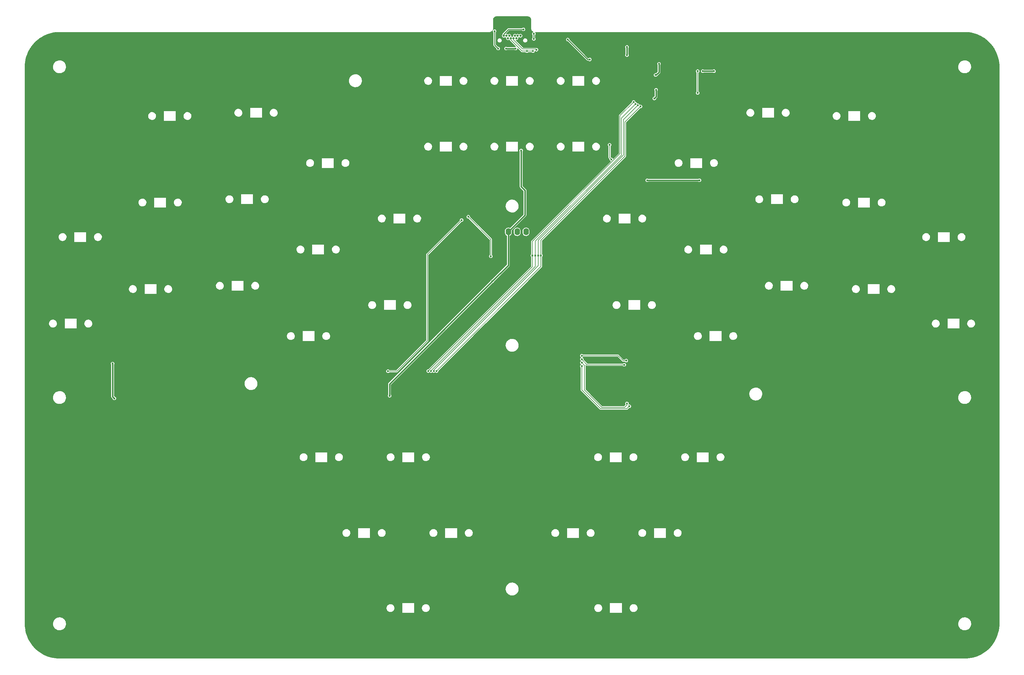
<source format=gbr>
%TF.GenerationSoftware,KiCad,Pcbnew,(7.0.0)*%
%TF.CreationDate,2024-07-28T23:05:56-04:00*%
%TF.ProjectId,ZBox3-0,5a426f78-332d-4302-9e6b-696361645f70,rev?*%
%TF.SameCoordinates,Original*%
%TF.FileFunction,Copper,L1,Top*%
%TF.FilePolarity,Positive*%
%FSLAX46Y46*%
G04 Gerber Fmt 4.6, Leading zero omitted, Abs format (unit mm)*
G04 Created by KiCad (PCBNEW (7.0.0)) date 2024-07-28 23:05:56*
%MOMM*%
%LPD*%
G01*
G04 APERTURE LIST*
%TA.AperFunction,ComponentPad*%
%ADD10O,1.600000X2.000000*%
%TD*%
%TA.AperFunction,ComponentPad*%
%ADD11C,0.600000*%
%TD*%
%TA.AperFunction,ComponentPad*%
%ADD12C,0.650000*%
%TD*%
%TA.AperFunction,ComponentPad*%
%ADD13O,1.000000X1.600000*%
%TD*%
%TA.AperFunction,ViaPad*%
%ADD14C,0.600000*%
%TD*%
%TA.AperFunction,ViaPad*%
%ADD15C,0.800000*%
%TD*%
%TA.AperFunction,Conductor*%
%ADD16C,0.250000*%
%TD*%
%TA.AperFunction,Conductor*%
%ADD17C,0.200000*%
%TD*%
%TA.AperFunction,Conductor*%
%ADD18C,0.400000*%
%TD*%
G04 APERTURE END LIST*
D10*
%TO.P,U1,1,GND*%
%TO.N,GND*%
X186379999Y-107399999D03*
%TO.P,U1,2,VCC*%
%TO.N,+3V3*%
X188919999Y-107399999D03*
%TO.P,U1,3,SCL*%
%TO.N,SCL*%
X191459999Y-107399999D03*
%TO.P,U1,4,SDA*%
%TO.N,SDA*%
X193999999Y-107399999D03*
%TD*%
D11*
%TO.P,U2,57,GND*%
%TO.N,GND*%
X233275000Y-65775000D03*
X233275000Y-64500000D03*
X233275000Y-63225000D03*
X232000000Y-65775000D03*
X232000000Y-64500000D03*
X232000000Y-63225000D03*
X230725000Y-65775000D03*
X230725000Y-64500000D03*
X230725000Y-63225000D03*
%TD*%
D12*
%TO.P,J5,B1,GND*%
%TO.N,GND*%
X192800000Y-51790000D03*
%TO.P,J5,B2,TX2+*%
%TO.N,3V3*%
X192400000Y-51090000D03*
%TO.P,J5,B3,TX2-*%
%TO.N,unconnected-(J5-TX2--PadB3)*%
X191600000Y-51090000D03*
%TO.P,J5,B4,VBUS*%
%TO.N,+5V*%
X191200000Y-51790000D03*
%TO.P,J5,B5,CC2*%
%TO.N,Net-(J5-CC2)*%
X190800000Y-51090000D03*
%TO.P,J5,B6,D+*%
%TO.N,D+*%
X190400000Y-51790000D03*
%TO.P,J5,B7,D-*%
%TO.N,D-*%
X189600000Y-51790000D03*
%TO.P,J5,B8,SBU2*%
%TO.N,unconnected-(J5-SBU2-PadB8)*%
X189200000Y-51090000D03*
%TO.P,J5,B9,VBUS*%
%TO.N,+5V*%
X188800000Y-51790000D03*
%TO.P,J5,B10,RX1-*%
%TO.N,unconnected-(J5-RX1--PadB10)*%
X188400000Y-51090000D03*
%TO.P,J5,B11,RX1+*%
%TO.N,D3V*%
X187600000Y-51090000D03*
%TO.P,J5,B12,GND*%
%TO.N,GND*%
X187200000Y-51790000D03*
D13*
%TO.P,J5,S1,SHIELD*%
X185509999Y-46799999D03*
X185869999Y-51189999D03*
X194129999Y-51189999D03*
X194489999Y-46799999D03*
%TD*%
D14*
%TO.N,GND*%
X218700000Y-58400000D03*
%TO.N,D3V*%
X212300000Y-57900000D03*
X206000000Y-52200000D03*
%TO.N,COM1*%
X175500000Y-104030000D03*
X154340000Y-147430000D03*
%TO.N,S0*%
X210000000Y-144000000D03*
X225461029Y-70677325D03*
X222224500Y-145600000D03*
X196700000Y-114200000D03*
X166700000Y-147400000D03*
%TO.N,S1*%
X210000000Y-143000000D03*
X224900000Y-70100000D03*
X195800000Y-114200000D03*
X165900497Y-147400000D03*
X222800000Y-144400000D03*
%TO.N,S3*%
X223700000Y-157500000D03*
X168300000Y-147400000D03*
X210000000Y-146000000D03*
X198299503Y-114200000D03*
X226886593Y-71395125D03*
%TO.N,S2*%
X167500000Y-147400000D03*
X210000000Y-145000000D03*
X197500000Y-114200000D03*
X222975500Y-156700000D03*
X226152072Y-71079399D03*
%TO.N,COM2*%
X177420000Y-103080000D03*
X183900000Y-114440000D03*
%TO.N,COM3*%
X218500000Y-86600000D03*
X218000000Y-82400000D03*
%TO.N,+1V1*%
X232199999Y-59150001D03*
X231350100Y-66607729D03*
X230850000Y-69100000D03*
X231200000Y-62345055D03*
%TO.N,GND*%
X232350000Y-77200000D03*
X116500000Y-68750000D03*
X245700000Y-110000000D03*
X183500000Y-51000000D03*
X244830000Y-169240000D03*
X314000000Y-104900000D03*
X157750000Y-99500000D03*
X233250000Y-55650000D03*
X160200000Y-169200000D03*
X228900000Y-73500000D03*
X171000000Y-80100000D03*
X288300000Y-71000000D03*
X268800000Y-119700000D03*
X113750000Y-92750000D03*
X212750000Y-53000000D03*
X291100000Y-95900000D03*
X89000000Y-95000000D03*
X207490000Y-190880000D03*
X160800000Y-212100000D03*
X232500000Y-190610000D03*
X66000000Y-104750000D03*
D15*
X194000000Y-112700000D03*
D14*
X171000000Y-61500000D03*
X238800000Y-65500000D03*
X233200000Y-69600000D03*
X112000000Y-116500000D03*
X316800000Y-128800000D03*
X148400000Y-190700000D03*
X63250000Y-130000000D03*
X293900000Y-119800000D03*
X190000000Y-61300000D03*
X229000000Y-56550000D03*
X225100000Y-125200000D03*
X242875000Y-73000000D03*
X225250000Y-65500000D03*
X232200000Y-56300000D03*
X241800000Y-57300000D03*
X197000000Y-54250000D03*
X181750000Y-52750000D03*
X190000000Y-79900000D03*
X266100000Y-95100000D03*
X236200000Y-70350000D03*
X234500000Y-51900000D03*
X172500000Y-190800000D03*
X248500000Y-132800000D03*
X132000000Y-131250000D03*
X263500000Y-70400000D03*
X225150000Y-61550000D03*
X230950000Y-71850000D03*
D15*
X219900000Y-168200000D03*
D14*
X236250000Y-76550000D03*
X225150000Y-60500000D03*
X135600000Y-168600000D03*
D15*
X167200000Y-141000000D03*
D14*
X229650000Y-76350000D03*
X91750000Y-70250000D03*
X242900000Y-85000000D03*
X155000000Y-122500000D03*
X246125000Y-73000000D03*
X229450000Y-70900000D03*
X209100000Y-80200000D03*
D15*
X222300000Y-99600000D03*
D14*
X136750000Y-108500000D03*
X86250000Y-119250000D03*
X227950000Y-57450000D03*
X137000000Y-84250000D03*
X236900000Y-72400000D03*
X219880000Y-212480000D03*
X209000000Y-61200000D03*
X238750000Y-61100000D03*
%TO.N,+3V3*%
X223000000Y-54300000D03*
X192590000Y-84050000D03*
X243800000Y-92600000D03*
X248000000Y-61250000D03*
X154800000Y-154500000D03*
X75250000Y-145250000D03*
X223000000Y-56650000D03*
X75750000Y-155250000D03*
X244750000Y-61250000D03*
X184300000Y-121600000D03*
X228800000Y-92600000D03*
%TO.N,+5V*%
X191000000Y-54750000D03*
X188250000Y-54750000D03*
%TO.N,3V3*%
X186000000Y-54750000D03*
X184955048Y-49755048D03*
%TO.N,D+*%
X197000000Y-55100500D03*
%TO.N,D-*%
X196000000Y-55500000D03*
X194250000Y-55500000D03*
%TO.N,D3V*%
X196250000Y-50500000D03*
X193250000Y-49250000D03*
X196250000Y-52000000D03*
%TO.N,Net-(R5-Pad2)*%
X243300000Y-67500000D03*
X243300000Y-61250000D03*
%TD*%
D16*
%TO.N,D3V*%
X206000000Y-52200000D02*
X211700000Y-57900000D01*
X211700000Y-57900000D02*
X212300000Y-57900000D01*
D17*
%TO.N,COM1*%
X175500000Y-104030000D02*
X165660000Y-113870000D01*
X165660000Y-138690000D02*
X156920000Y-147430000D01*
X156920000Y-147430000D02*
X154340000Y-147430000D01*
X165660000Y-113870000D02*
X165660000Y-138690000D01*
%TO.N,S0*%
X196700000Y-110100000D02*
X221400000Y-85400000D01*
X221400000Y-74738354D02*
X225461029Y-70677325D01*
X166700000Y-147400000D02*
X166700000Y-147351471D01*
X210000000Y-144000000D02*
X211600000Y-145600000D01*
X166700000Y-147351471D02*
X196700000Y-117351471D01*
X196700000Y-117351471D02*
X196700000Y-114200000D01*
X196700000Y-114200000D02*
X196700000Y-110100000D01*
X211600000Y-145600000D02*
X222224500Y-145600000D01*
X221400000Y-85400000D02*
X221400000Y-74738354D01*
%TO.N,S1*%
X195800000Y-114200000D02*
X195800000Y-110148529D01*
X221000000Y-74000000D02*
X224900000Y-70100000D01*
X165900497Y-147350974D02*
X195800000Y-117451471D01*
X221000000Y-84948529D02*
X221000000Y-74000000D01*
X220473029Y-143000000D02*
X221873029Y-144400000D01*
X195800000Y-117451471D02*
X195800000Y-114200000D01*
X210000000Y-143000000D02*
X220473029Y-143000000D01*
X221873029Y-144400000D02*
X222800000Y-144400000D01*
X165900497Y-147400000D02*
X165900497Y-147350974D01*
X195800000Y-110148529D02*
X221000000Y-84948529D01*
%TO.N,S3*%
X223000000Y-158200000D02*
X223700000Y-157500000D01*
X222400000Y-85700000D02*
X222400000Y-75881718D01*
X210000000Y-152800000D02*
X215400000Y-158200000D01*
X222400000Y-75881718D02*
X226886593Y-71395125D01*
X198299503Y-117400497D02*
X198299503Y-114200000D01*
X210000000Y-146000000D02*
X210000000Y-152800000D01*
X168300000Y-147400000D02*
X198299503Y-117400497D01*
X198299503Y-114200000D02*
X198299503Y-109800497D01*
X198299503Y-109800497D02*
X222400000Y-85700000D01*
X215400000Y-158200000D02*
X223000000Y-158200000D01*
%TO.N,S2*%
X210000000Y-145000000D02*
X210800000Y-145800000D01*
X222000000Y-85365686D02*
X222000000Y-75231471D01*
X167500000Y-147400000D02*
X167500000Y-147117157D01*
X197500000Y-117117157D02*
X197500000Y-114200000D01*
X197500000Y-109865686D02*
X222000000Y-85365686D01*
X222300000Y-157800000D02*
X222975500Y-157124500D01*
X222975500Y-157124500D02*
X222975500Y-156700000D01*
X210800000Y-152800000D02*
X215800000Y-157800000D01*
X210800000Y-145800000D02*
X210800000Y-152800000D01*
X167500000Y-147117157D02*
X197500000Y-117117157D01*
X197500000Y-114200000D02*
X197500000Y-109865686D01*
X215800000Y-157800000D02*
X222300000Y-157800000D01*
X222000000Y-75231471D02*
X226152072Y-71079399D01*
%TO.N,COM2*%
X177420000Y-103080000D02*
X183900000Y-109560000D01*
X183900000Y-109560000D02*
X183900000Y-114440000D01*
%TO.N,COM3*%
X218000000Y-82400000D02*
X218000000Y-86100000D01*
X218000000Y-86100000D02*
X218500000Y-86600000D01*
D18*
%TO.N,+1V1*%
X232199999Y-59150001D02*
X232199999Y-61550001D01*
X232199999Y-61550001D02*
X231404945Y-62345055D01*
X231350100Y-66607729D02*
X231350100Y-68599900D01*
X231350100Y-68599900D02*
X230850000Y-69100000D01*
X231404945Y-62345055D02*
X231200000Y-62345055D01*
D16*
%TO.N,GND*%
X192800000Y-51790000D02*
X193400000Y-51190000D01*
X194130000Y-51190000D02*
X194130000Y-49620000D01*
X194130000Y-49620000D02*
X194500000Y-49250000D01*
X186600000Y-51190000D02*
X187200000Y-51790000D01*
X185870000Y-51190000D02*
X185870000Y-47160000D01*
X196474695Y-54250000D02*
X197000000Y-54250000D01*
X194490000Y-49240000D02*
X194490000Y-46800000D01*
X194130000Y-51190000D02*
X194880000Y-51940000D01*
X185870000Y-47160000D02*
X185510000Y-46800000D01*
X194880000Y-52655305D02*
X196474695Y-54250000D01*
X194500000Y-49250000D02*
X194490000Y-49240000D01*
X185870000Y-51190000D02*
X186600000Y-51190000D01*
X193400000Y-51190000D02*
X194130000Y-51190000D01*
X194880000Y-51940000D02*
X194880000Y-52655305D01*
D18*
%TO.N,+3V3*%
X192590000Y-94390000D02*
X193700000Y-95500000D01*
X193700000Y-95500000D02*
X193700000Y-102600000D01*
X75250000Y-145250000D02*
X75250000Y-154750000D01*
X243800000Y-92600000D02*
X228800000Y-92600000D01*
X223000000Y-54300000D02*
X223000000Y-56650000D01*
X188920000Y-107380000D02*
X188920000Y-107400000D01*
X184300000Y-121600000D02*
X154800000Y-151100000D01*
X154800000Y-151100000D02*
X154800000Y-154500000D01*
X193700000Y-102600000D02*
X188920000Y-107380000D01*
X75250000Y-154750000D02*
X75750000Y-155250000D01*
X192590000Y-84050000D02*
X192590000Y-94390000D01*
X188920000Y-116980000D02*
X184300000Y-121600000D01*
X244750000Y-61250000D02*
X248000000Y-61250000D01*
X188920000Y-107400000D02*
X188920000Y-116980000D01*
%TO.N,+5V*%
X191000000Y-54750000D02*
X188250000Y-54750000D01*
D16*
%TO.N,3V3*%
X184955048Y-49755048D02*
X185000000Y-49800000D01*
X185000000Y-49800000D02*
X185000000Y-53750000D01*
X185000000Y-53750000D02*
X186000000Y-54750000D01*
D17*
%TO.N,D+*%
X197000000Y-55100500D02*
X196799500Y-54900000D01*
X190400000Y-52249619D02*
X190400000Y-51790000D01*
X196799500Y-54900000D02*
X193050381Y-54900000D01*
X193050381Y-54900000D02*
X190400000Y-52249619D01*
%TO.N,D-*%
X189600000Y-51790000D02*
X189600000Y-52249619D01*
X194250000Y-55500000D02*
X196000000Y-55500000D01*
X189600000Y-52249619D02*
X192850381Y-55500000D01*
X192850381Y-55500000D02*
X194250000Y-55500000D01*
D16*
%TO.N,D3V*%
X188980381Y-49250000D02*
X193250000Y-49250000D01*
X187600000Y-51090000D02*
X187600000Y-50630381D01*
X187600000Y-50630381D02*
X188980381Y-49250000D01*
X196250000Y-52000000D02*
X196250000Y-50500000D01*
D17*
%TO.N,Net-(R5-Pad2)*%
X243300000Y-67500000D02*
X243300000Y-61250000D01*
%TD*%
%TA.AperFunction,Conductor*%
%TO.N,GND*%
G36*
X194503222Y-45510782D02*
G01*
X194542078Y-45514181D01*
X194665374Y-45524968D01*
X194678067Y-45527205D01*
X194832177Y-45568498D01*
X194844297Y-45572910D01*
X194988889Y-45640335D01*
X195000050Y-45646779D01*
X195130734Y-45738285D01*
X195140615Y-45746576D01*
X195253423Y-45859384D01*
X195261714Y-45869265D01*
X195353217Y-45999944D01*
X195359667Y-46011115D01*
X195427089Y-46155703D01*
X195431501Y-46167824D01*
X195472792Y-46321924D01*
X195475031Y-46334627D01*
X195489218Y-46496777D01*
X195489500Y-46503227D01*
X195489500Y-48996588D01*
X195489500Y-49000000D01*
X195489500Y-49088407D01*
X195490060Y-49091585D01*
X195490061Y-49091592D01*
X195518916Y-49255237D01*
X195520203Y-49262536D01*
X195521306Y-49265566D01*
X195521307Y-49265570D01*
X195569243Y-49397272D01*
X195580678Y-49428687D01*
X195582290Y-49431480D01*
X195582292Y-49431483D01*
X195650328Y-49549326D01*
X195669085Y-49581813D01*
X195782739Y-49717261D01*
X195918187Y-49830915D01*
X195920989Y-49832532D01*
X195920988Y-49832532D01*
X196050702Y-49907422D01*
X196078650Y-49936042D01*
X196087618Y-49975026D01*
X196074987Y-50012982D01*
X196044615Y-50038676D01*
X196039947Y-50040047D01*
X196035501Y-50042904D01*
X196035495Y-50042907D01*
X195923324Y-50114995D01*
X195923320Y-50114998D01*
X195918872Y-50117857D01*
X195915409Y-50121852D01*
X195915406Y-50121856D01*
X195828086Y-50222629D01*
X195828082Y-50222634D01*
X195824623Y-50226627D01*
X195822427Y-50231435D01*
X195822426Y-50231437D01*
X195790974Y-50300308D01*
X195764835Y-50357543D01*
X195764082Y-50362778D01*
X195764081Y-50362783D01*
X195749699Y-50462816D01*
X195744353Y-50500000D01*
X195746650Y-50515982D01*
X195763745Y-50634881D01*
X195764835Y-50642457D01*
X195824623Y-50773373D01*
X195906428Y-50867782D01*
X195919834Y-50890378D01*
X195924500Y-50916238D01*
X195924500Y-51583762D01*
X195919834Y-51609622D01*
X195906428Y-51632217D01*
X195824623Y-51726627D01*
X195822427Y-51731435D01*
X195822426Y-51731437D01*
X195772931Y-51839816D01*
X195764835Y-51857543D01*
X195764082Y-51862778D01*
X195764081Y-51862783D01*
X195746309Y-51986389D01*
X195744353Y-52000000D01*
X195745106Y-52005237D01*
X195763968Y-52136431D01*
X195764835Y-52142457D01*
X195824623Y-52273373D01*
X195828084Y-52277368D01*
X195828086Y-52277370D01*
X195876250Y-52332954D01*
X195918872Y-52382143D01*
X196039947Y-52459953D01*
X196045020Y-52461442D01*
X196045021Y-52461443D01*
X196069267Y-52468562D01*
X196178039Y-52500500D01*
X196316669Y-52500500D01*
X196321961Y-52500500D01*
X196460053Y-52459953D01*
X196581128Y-52382143D01*
X196675377Y-52273373D01*
X196708886Y-52200000D01*
X205494353Y-52200000D01*
X205495106Y-52205237D01*
X205513468Y-52332954D01*
X205514835Y-52342457D01*
X205574623Y-52473373D01*
X205578084Y-52477368D01*
X205578086Y-52477370D01*
X205598128Y-52500500D01*
X205668872Y-52582143D01*
X205789947Y-52659953D01*
X205795020Y-52661442D01*
X205795021Y-52661443D01*
X205841350Y-52675046D01*
X205928039Y-52700500D01*
X206009522Y-52700500D01*
X206037841Y-52706133D01*
X206061848Y-52722174D01*
X211457510Y-58117837D01*
X211461871Y-58122597D01*
X211487545Y-58153194D01*
X211522150Y-58173173D01*
X211527594Y-58176642D01*
X211545157Y-58188940D01*
X211560316Y-58199554D01*
X211566570Y-58201229D01*
X211571139Y-58203360D01*
X211576617Y-58205628D01*
X211581345Y-58207349D01*
X211586955Y-58210588D01*
X211626312Y-58217527D01*
X211632588Y-58218918D01*
X211671193Y-58229263D01*
X211710982Y-58225782D01*
X211717432Y-58225500D01*
X211885996Y-58225500D01*
X211916737Y-58232187D01*
X211941920Y-58251038D01*
X211968872Y-58282143D01*
X212089947Y-58359953D01*
X212095020Y-58361442D01*
X212095021Y-58361443D01*
X212141350Y-58375046D01*
X212228039Y-58400500D01*
X212366669Y-58400500D01*
X212371961Y-58400500D01*
X212510053Y-58359953D01*
X212631128Y-58282143D01*
X212725377Y-58173373D01*
X212785165Y-58042457D01*
X212805647Y-57900000D01*
X212785165Y-57757543D01*
X212725377Y-57626627D01*
X212631128Y-57517857D01*
X212510053Y-57440047D01*
X212504983Y-57438558D01*
X212504978Y-57438556D01*
X212377037Y-57400990D01*
X212377034Y-57400989D01*
X212371961Y-57399500D01*
X212228039Y-57399500D01*
X212222966Y-57400989D01*
X212222962Y-57400990D01*
X212095021Y-57438556D01*
X212095013Y-57438559D01*
X212089947Y-57440047D01*
X212085498Y-57442905D01*
X212085496Y-57442907D01*
X211973324Y-57514995D01*
X211973320Y-57514998D01*
X211968872Y-57517857D01*
X211965410Y-57521851D01*
X211965409Y-57521853D01*
X211955569Y-57533209D01*
X211941920Y-57548961D01*
X211916737Y-57567813D01*
X211885996Y-57574500D01*
X211865479Y-57574500D01*
X211837160Y-57568867D01*
X211813153Y-57552826D01*
X210910327Y-56650000D01*
X222494353Y-56650000D01*
X222495106Y-56655237D01*
X222506294Y-56733057D01*
X222514835Y-56792457D01*
X222574623Y-56923373D01*
X222668872Y-57032143D01*
X222789947Y-57109953D01*
X222795020Y-57111442D01*
X222795021Y-57111443D01*
X222841350Y-57125046D01*
X222928039Y-57150500D01*
X223066669Y-57150500D01*
X223071961Y-57150500D01*
X223210053Y-57109953D01*
X223331128Y-57032143D01*
X223425377Y-56923373D01*
X223485165Y-56792457D01*
X223505647Y-56650000D01*
X223485165Y-56507543D01*
X223425377Y-56376627D01*
X223418574Y-56368776D01*
X223405166Y-56346178D01*
X223400500Y-56320317D01*
X223400500Y-54629683D01*
X223405166Y-54603822D01*
X223418575Y-54581223D01*
X223425377Y-54573373D01*
X223485165Y-54442457D01*
X223505647Y-54300000D01*
X223485165Y-54157543D01*
X223425377Y-54026627D01*
X223331128Y-53917857D01*
X223270492Y-53878889D01*
X223245839Y-53863045D01*
X223210053Y-53840047D01*
X223204983Y-53838558D01*
X223204978Y-53838556D01*
X223077037Y-53800990D01*
X223077034Y-53800989D01*
X223071961Y-53799500D01*
X222928039Y-53799500D01*
X222922966Y-53800989D01*
X222922962Y-53800990D01*
X222795021Y-53838556D01*
X222795013Y-53838559D01*
X222789947Y-53840047D01*
X222785498Y-53842905D01*
X222785496Y-53842907D01*
X222673324Y-53914995D01*
X222673320Y-53914998D01*
X222668872Y-53917857D01*
X222665409Y-53921852D01*
X222665406Y-53921856D01*
X222578086Y-54022629D01*
X222578082Y-54022634D01*
X222574623Y-54026627D01*
X222514835Y-54157543D01*
X222514082Y-54162778D01*
X222514081Y-54162783D01*
X222501614Y-54249500D01*
X222494353Y-54300000D01*
X222514835Y-54442457D01*
X222574623Y-54573373D01*
X222581425Y-54581223D01*
X222594834Y-54603822D01*
X222599500Y-54629683D01*
X222599500Y-56320317D01*
X222594834Y-56346178D01*
X222581425Y-56368776D01*
X222574623Y-56376627D01*
X222572427Y-56381435D01*
X222572426Y-56381437D01*
X222536643Y-56459791D01*
X222514835Y-56507543D01*
X222514082Y-56512778D01*
X222514081Y-56512783D01*
X222496309Y-56636389D01*
X222494353Y-56650000D01*
X210910327Y-56650000D01*
X206526142Y-52265816D01*
X206508252Y-52236849D01*
X206505902Y-52210533D01*
X206504894Y-52210533D01*
X206504894Y-52205236D01*
X206505647Y-52200000D01*
X206485165Y-52057543D01*
X206425377Y-51926627D01*
X206415704Y-51915464D01*
X206334593Y-51821856D01*
X206331128Y-51817857D01*
X206210053Y-51740047D01*
X206204983Y-51738558D01*
X206204978Y-51738556D01*
X206077037Y-51700990D01*
X206077034Y-51700989D01*
X206071961Y-51699500D01*
X205928039Y-51699500D01*
X205922966Y-51700989D01*
X205922962Y-51700990D01*
X205795021Y-51738556D01*
X205795013Y-51738559D01*
X205789947Y-51740047D01*
X205785498Y-51742905D01*
X205785496Y-51742907D01*
X205673324Y-51814995D01*
X205673320Y-51814998D01*
X205668872Y-51817857D01*
X205665409Y-51821852D01*
X205665406Y-51821856D01*
X205578086Y-51922629D01*
X205578082Y-51922634D01*
X205574623Y-51926627D01*
X205572427Y-51931435D01*
X205572426Y-51931437D01*
X205534005Y-52015568D01*
X205514835Y-52057543D01*
X205514082Y-52062778D01*
X205514081Y-52062783D01*
X205497226Y-52180015D01*
X205494353Y-52200000D01*
X196708886Y-52200000D01*
X196735165Y-52142457D01*
X196755647Y-52000000D01*
X196735165Y-51857543D01*
X196675377Y-51726627D01*
X196593571Y-51632217D01*
X196580166Y-51609622D01*
X196575500Y-51583762D01*
X196575500Y-50916238D01*
X196580166Y-50890378D01*
X196593571Y-50867782D01*
X196675377Y-50773373D01*
X196735165Y-50642457D01*
X196755647Y-50500000D01*
X196735165Y-50357543D01*
X196675377Y-50226627D01*
X196629596Y-50173793D01*
X196594214Y-50132959D01*
X196576893Y-50095031D01*
X196582827Y-50053759D01*
X196610133Y-50022247D01*
X196650140Y-50010500D01*
X319996588Y-50010500D01*
X319998890Y-50010500D01*
X320001125Y-50010534D01*
X320600933Y-50028657D01*
X320605363Y-50028926D01*
X321201879Y-50083133D01*
X321206281Y-50083666D01*
X321746984Y-50165960D01*
X321798450Y-50173793D01*
X321802850Y-50174599D01*
X322388481Y-50300312D01*
X322392783Y-50301373D01*
X322969769Y-50462220D01*
X322974006Y-50463540D01*
X323540208Y-50658924D01*
X323544384Y-50660507D01*
X323941463Y-50824983D01*
X324097760Y-50889723D01*
X324101836Y-50891558D01*
X324640337Y-51153756D01*
X324644295Y-51155833D01*
X325166010Y-51450081D01*
X325169804Y-51452374D01*
X325672826Y-51777602D01*
X325676476Y-51780122D01*
X326158911Y-52135105D01*
X326162412Y-52137847D01*
X326509646Y-52427230D01*
X326622552Y-52521325D01*
X326625895Y-52524287D01*
X327062023Y-52934832D01*
X327065167Y-52937976D01*
X327475709Y-53374101D01*
X327478672Y-53377445D01*
X327831652Y-53800990D01*
X327862145Y-53837578D01*
X327864898Y-53841093D01*
X328202568Y-54300000D01*
X328219867Y-54323509D01*
X328222402Y-54327180D01*
X328547615Y-54830179D01*
X328549924Y-54833999D01*
X328585610Y-54897272D01*
X328844166Y-55355704D01*
X328846243Y-55359662D01*
X329108441Y-55898163D01*
X329110276Y-55902239D01*
X329339490Y-56455611D01*
X329341075Y-56459791D01*
X329536454Y-57025978D01*
X329537784Y-57030246D01*
X329698621Y-57607197D01*
X329699691Y-57611537D01*
X329825400Y-58197152D01*
X329826206Y-58201549D01*
X329916330Y-58793700D01*
X329916868Y-58798137D01*
X329971072Y-59394620D01*
X329971342Y-59399082D01*
X329989466Y-59998875D01*
X329989500Y-60001110D01*
X329989500Y-219998890D01*
X329989466Y-220001125D01*
X329971342Y-220600917D01*
X329971072Y-220605379D01*
X329916868Y-221201862D01*
X329916330Y-221206299D01*
X329826206Y-221798450D01*
X329825400Y-221802847D01*
X329699691Y-222388462D01*
X329698621Y-222392802D01*
X329537784Y-222969753D01*
X329536454Y-222974021D01*
X329341075Y-223540208D01*
X329339490Y-223544388D01*
X329110276Y-224097760D01*
X329108441Y-224101836D01*
X328846243Y-224640337D01*
X328844166Y-224644295D01*
X328549927Y-225165995D01*
X328547615Y-225169820D01*
X328222407Y-225672811D01*
X328219867Y-225676490D01*
X327864901Y-226158902D01*
X327862145Y-226162421D01*
X327478674Y-226622552D01*
X327475709Y-226625898D01*
X327065175Y-227062015D01*
X327062015Y-227065175D01*
X326625898Y-227475709D01*
X326622552Y-227478674D01*
X326162421Y-227862145D01*
X326158902Y-227864901D01*
X325676490Y-228219867D01*
X325672811Y-228222407D01*
X325169820Y-228547615D01*
X325165995Y-228549927D01*
X324644295Y-228844166D01*
X324640337Y-228846243D01*
X324101836Y-229108441D01*
X324097760Y-229110276D01*
X323544388Y-229339490D01*
X323540208Y-229341075D01*
X322974021Y-229536454D01*
X322969753Y-229537784D01*
X322392802Y-229698621D01*
X322388462Y-229699691D01*
X321802847Y-229825400D01*
X321798450Y-229826206D01*
X321206299Y-229916330D01*
X321201862Y-229916868D01*
X320605379Y-229971072D01*
X320600917Y-229971342D01*
X320001125Y-229989466D01*
X319998890Y-229989500D01*
X60001110Y-229989500D01*
X59998875Y-229989466D01*
X59399082Y-229971342D01*
X59394620Y-229971072D01*
X58798137Y-229916868D01*
X58793700Y-229916330D01*
X58201549Y-229826206D01*
X58197152Y-229825400D01*
X57611537Y-229699691D01*
X57607197Y-229698621D01*
X57030246Y-229537784D01*
X57025978Y-229536454D01*
X56459791Y-229341075D01*
X56455611Y-229339490D01*
X55902239Y-229110276D01*
X55898163Y-229108441D01*
X55359662Y-228846243D01*
X55355704Y-228844166D01*
X54834004Y-228549927D01*
X54830179Y-228547615D01*
X54327180Y-228222402D01*
X54323509Y-228219867D01*
X53841097Y-227864901D01*
X53837578Y-227862145D01*
X53635281Y-227693552D01*
X53377445Y-227478672D01*
X53374101Y-227475709D01*
X52937984Y-227065175D01*
X52934824Y-227062015D01*
X52748992Y-226864603D01*
X52524287Y-226625895D01*
X52521325Y-226622552D01*
X52137847Y-226162412D01*
X52135098Y-226158902D01*
X51780122Y-225676476D01*
X51777602Y-225672826D01*
X51452374Y-225169804D01*
X51450081Y-225166010D01*
X51155833Y-224644295D01*
X51153756Y-224640337D01*
X50891558Y-224101836D01*
X50889723Y-224097760D01*
X50660509Y-223544388D01*
X50658924Y-223540208D01*
X50463545Y-222974021D01*
X50462220Y-222969769D01*
X50301373Y-222392783D01*
X50300312Y-222388481D01*
X50181646Y-221835677D01*
X50174599Y-221802847D01*
X50173793Y-221798450D01*
X50146336Y-221618044D01*
X50083666Y-221206281D01*
X50083133Y-221201879D01*
X50028926Y-220605363D01*
X50028657Y-220600917D01*
X50024680Y-220469305D01*
X50012548Y-220067765D01*
X58145788Y-220067765D01*
X58146083Y-220070453D01*
X58146084Y-220070459D01*
X58175118Y-220334334D01*
X58175119Y-220334343D01*
X58175414Y-220337018D01*
X58176095Y-220339625D01*
X58176096Y-220339627D01*
X58243245Y-220596478D01*
X58243247Y-220596486D01*
X58243928Y-220599088D01*
X58349870Y-220848390D01*
X58351275Y-220850692D01*
X58351277Y-220850696D01*
X58489575Y-221077306D01*
X58489581Y-221077314D01*
X58490982Y-221079610D01*
X58664255Y-221287820D01*
X58666266Y-221289622D01*
X58666271Y-221289627D01*
X58767066Y-221379939D01*
X58865998Y-221468582D01*
X59091910Y-221618044D01*
X59337176Y-221733020D01*
X59596569Y-221811060D01*
X59864561Y-221850500D01*
X60066278Y-221850500D01*
X60067631Y-221850500D01*
X60270156Y-221835677D01*
X60534553Y-221776780D01*
X60787558Y-221680014D01*
X61023777Y-221547441D01*
X61238177Y-221381888D01*
X61426186Y-221186881D01*
X61583799Y-220966579D01*
X61707656Y-220725675D01*
X61795118Y-220469305D01*
X61844319Y-220202933D01*
X61849259Y-220067765D01*
X318145788Y-220067765D01*
X318146083Y-220070453D01*
X318146084Y-220070459D01*
X318175118Y-220334334D01*
X318175119Y-220334343D01*
X318175414Y-220337018D01*
X318176095Y-220339625D01*
X318176096Y-220339627D01*
X318243245Y-220596478D01*
X318243247Y-220596486D01*
X318243928Y-220599088D01*
X318349870Y-220848390D01*
X318351275Y-220850692D01*
X318351277Y-220850696D01*
X318489575Y-221077306D01*
X318489581Y-221077314D01*
X318490982Y-221079610D01*
X318664255Y-221287820D01*
X318666266Y-221289622D01*
X318666271Y-221289627D01*
X318767066Y-221379939D01*
X318865998Y-221468582D01*
X319091910Y-221618044D01*
X319337176Y-221733020D01*
X319596569Y-221811060D01*
X319864561Y-221850500D01*
X320066278Y-221850500D01*
X320067631Y-221850500D01*
X320270156Y-221835677D01*
X320534553Y-221776780D01*
X320787558Y-221680014D01*
X321023777Y-221547441D01*
X321238177Y-221381888D01*
X321426186Y-221186881D01*
X321583799Y-220966579D01*
X321707656Y-220725675D01*
X321795118Y-220469305D01*
X321844319Y-220202933D01*
X321854212Y-219932235D01*
X321824586Y-219662982D01*
X321756072Y-219400912D01*
X321650130Y-219151610D01*
X321509018Y-218920390D01*
X321335745Y-218712180D01*
X321333733Y-218710377D01*
X321333728Y-218710372D01*
X321136009Y-218533216D01*
X321136006Y-218533214D01*
X321134002Y-218531418D01*
X321014807Y-218452559D01*
X320910346Y-218383448D01*
X320910340Y-218383444D01*
X320908090Y-218381956D01*
X320905643Y-218380809D01*
X320905638Y-218380806D01*
X320760755Y-218312888D01*
X320662824Y-218266980D01*
X320660238Y-218266202D01*
X320660233Y-218266200D01*
X320406032Y-218189722D01*
X320406025Y-218189720D01*
X320403431Y-218188940D01*
X320400745Y-218188544D01*
X320400742Y-218188544D01*
X320138114Y-218149893D01*
X320138104Y-218149892D01*
X320135439Y-218149500D01*
X319932369Y-218149500D01*
X319931035Y-218149597D01*
X319931025Y-218149598D01*
X319732530Y-218164126D01*
X319732524Y-218164126D01*
X319729844Y-218164323D01*
X319727225Y-218164906D01*
X319727214Y-218164908D01*
X319468078Y-218222633D01*
X319468066Y-218222636D01*
X319465447Y-218223220D01*
X319462935Y-218224180D01*
X319462924Y-218224184D01*
X319214969Y-218319019D01*
X319214963Y-218319021D01*
X319212442Y-218319986D01*
X319210093Y-218321303D01*
X319210085Y-218321308D01*
X318978580Y-218451235D01*
X318978568Y-218451242D01*
X318976223Y-218452559D01*
X318974086Y-218454208D01*
X318974083Y-218454211D01*
X318763961Y-218616460D01*
X318763952Y-218616467D01*
X318761823Y-218618112D01*
X318759950Y-218620054D01*
X318759944Y-218620060D01*
X318575693Y-218811169D01*
X318575686Y-218811176D01*
X318573814Y-218813119D01*
X318572247Y-218815308D01*
X318572238Y-218815320D01*
X318495420Y-218922693D01*
X318416201Y-219033421D01*
X318414967Y-219035820D01*
X318414964Y-219035826D01*
X318293580Y-219271919D01*
X318293575Y-219271930D01*
X318292344Y-219274325D01*
X318291471Y-219276882D01*
X318291470Y-219276886D01*
X318249158Y-219400912D01*
X318204882Y-219530695D01*
X318204391Y-219533349D01*
X318204390Y-219533356D01*
X318156172Y-219794403D01*
X318156170Y-219794417D01*
X318155681Y-219797067D01*
X318155582Y-219799767D01*
X318155582Y-219799770D01*
X318145886Y-220065058D01*
X318145886Y-220065070D01*
X318145788Y-220067765D01*
X61849259Y-220067765D01*
X61854212Y-219932235D01*
X61824586Y-219662982D01*
X61756072Y-219400912D01*
X61650130Y-219151610D01*
X61509018Y-218920390D01*
X61335745Y-218712180D01*
X61333733Y-218710377D01*
X61333728Y-218710372D01*
X61136009Y-218533216D01*
X61136006Y-218533214D01*
X61134002Y-218531418D01*
X61014807Y-218452559D01*
X60910346Y-218383448D01*
X60910340Y-218383444D01*
X60908090Y-218381956D01*
X60905643Y-218380809D01*
X60905638Y-218380806D01*
X60760755Y-218312888D01*
X60662824Y-218266980D01*
X60660238Y-218266202D01*
X60660233Y-218266200D01*
X60406032Y-218189722D01*
X60406025Y-218189720D01*
X60403431Y-218188940D01*
X60400745Y-218188544D01*
X60400742Y-218188544D01*
X60138114Y-218149893D01*
X60138104Y-218149892D01*
X60135439Y-218149500D01*
X59932369Y-218149500D01*
X59931035Y-218149597D01*
X59931025Y-218149598D01*
X59732530Y-218164126D01*
X59732524Y-218164126D01*
X59729844Y-218164323D01*
X59727225Y-218164906D01*
X59727214Y-218164908D01*
X59468078Y-218222633D01*
X59468066Y-218222636D01*
X59465447Y-218223220D01*
X59462935Y-218224180D01*
X59462924Y-218224184D01*
X59214969Y-218319019D01*
X59214963Y-218319021D01*
X59212442Y-218319986D01*
X59210093Y-218321303D01*
X59210085Y-218321308D01*
X58978580Y-218451235D01*
X58978568Y-218451242D01*
X58976223Y-218452559D01*
X58974086Y-218454208D01*
X58974083Y-218454211D01*
X58763961Y-218616460D01*
X58763952Y-218616467D01*
X58761823Y-218618112D01*
X58759950Y-218620054D01*
X58759944Y-218620060D01*
X58575693Y-218811169D01*
X58575686Y-218811176D01*
X58573814Y-218813119D01*
X58572247Y-218815308D01*
X58572238Y-218815320D01*
X58495420Y-218922693D01*
X58416201Y-219033421D01*
X58414967Y-219035820D01*
X58414964Y-219035826D01*
X58293580Y-219271919D01*
X58293575Y-219271930D01*
X58292344Y-219274325D01*
X58291471Y-219276882D01*
X58291470Y-219276886D01*
X58249158Y-219400912D01*
X58204882Y-219530695D01*
X58204391Y-219533349D01*
X58204390Y-219533356D01*
X58156172Y-219794403D01*
X58156170Y-219794417D01*
X58155681Y-219797067D01*
X58155582Y-219799767D01*
X58155582Y-219799770D01*
X58145886Y-220065058D01*
X58145886Y-220065070D01*
X58145788Y-220067765D01*
X50012548Y-220067765D01*
X50010534Y-220001125D01*
X50010500Y-219998890D01*
X50010500Y-215417203D01*
X153934661Y-215417203D01*
X153934828Y-215420715D01*
X153934828Y-215420722D01*
X153939618Y-215521276D01*
X153944888Y-215631904D01*
X153945718Y-215635325D01*
X153945719Y-215635332D01*
X153994731Y-215837362D01*
X153995563Y-215840790D01*
X154084854Y-216036310D01*
X154086897Y-216039179D01*
X154086900Y-216039184D01*
X154207486Y-216208524D01*
X154207490Y-216208528D01*
X154209534Y-216211399D01*
X154365097Y-216359727D01*
X154448599Y-216413391D01*
X154542955Y-216474030D01*
X154542958Y-216474031D01*
X154545920Y-216475935D01*
X154745468Y-216555822D01*
X154956528Y-216596500D01*
X155115862Y-216596500D01*
X155117618Y-216596500D01*
X155277971Y-216581188D01*
X155484209Y-216520631D01*
X155675259Y-216422138D01*
X155844217Y-216289268D01*
X155984976Y-216126824D01*
X156092448Y-215940677D01*
X156162750Y-215737554D01*
X156193339Y-215524797D01*
X156183112Y-215310096D01*
X156132437Y-215101210D01*
X156043146Y-214905690D01*
X156041099Y-214902815D01*
X155920513Y-214733475D01*
X155920510Y-214733472D01*
X155918466Y-214730601D01*
X155762903Y-214582273D01*
X155747975Y-214572679D01*
X155585044Y-214467969D01*
X155585037Y-214467965D01*
X155582080Y-214466065D01*
X155520017Y-214441218D01*
X155385806Y-214387488D01*
X155385799Y-214387486D01*
X155382532Y-214386178D01*
X155379077Y-214385512D01*
X155379070Y-214385510D01*
X155174931Y-214346166D01*
X155174924Y-214346165D01*
X155171472Y-214345500D01*
X155010382Y-214345500D01*
X155008653Y-214345665D01*
X155008634Y-214345666D01*
X154853536Y-214360477D01*
X154853534Y-214360477D01*
X154850029Y-214360812D01*
X154846651Y-214361803D01*
X154846645Y-214361805D01*
X154647178Y-214420374D01*
X154647173Y-214420375D01*
X154643791Y-214421369D01*
X154640666Y-214422979D01*
X154640656Y-214422984D01*
X154455876Y-214518245D01*
X154455869Y-214518249D01*
X154452741Y-214519862D01*
X154449970Y-214522040D01*
X154449967Y-214522043D01*
X154286551Y-214650554D01*
X154286543Y-214650560D01*
X154283783Y-214652732D01*
X154281477Y-214655392D01*
X154281475Y-214655395D01*
X154145336Y-214812506D01*
X154145328Y-214812516D01*
X154143024Y-214815176D01*
X154141263Y-214818225D01*
X154141258Y-214818233D01*
X154037313Y-214998271D01*
X154037308Y-214998279D01*
X154035552Y-215001323D01*
X154034400Y-215004648D01*
X154034399Y-215004653D01*
X153966403Y-215201113D01*
X153966401Y-215201118D01*
X153965250Y-215204446D01*
X153964748Y-215207931D01*
X153964748Y-215207935D01*
X153935162Y-215413717D01*
X153934661Y-215417203D01*
X50010500Y-215417203D01*
X50010500Y-214071000D01*
X158444000Y-214071000D01*
X158444000Y-216871000D01*
X161834257Y-216871000D01*
X161844000Y-216871000D01*
X161844000Y-215417203D01*
X164094661Y-215417203D01*
X164094828Y-215420715D01*
X164094828Y-215420722D01*
X164099618Y-215521276D01*
X164104888Y-215631904D01*
X164105718Y-215635325D01*
X164105719Y-215635332D01*
X164154731Y-215837362D01*
X164155563Y-215840790D01*
X164244854Y-216036310D01*
X164246897Y-216039179D01*
X164246900Y-216039184D01*
X164367486Y-216208524D01*
X164367490Y-216208528D01*
X164369534Y-216211399D01*
X164525097Y-216359727D01*
X164608599Y-216413391D01*
X164702955Y-216474030D01*
X164702958Y-216474031D01*
X164705920Y-216475935D01*
X164905468Y-216555822D01*
X165116528Y-216596500D01*
X165275862Y-216596500D01*
X165277618Y-216596500D01*
X165437971Y-216581188D01*
X165644209Y-216520631D01*
X165835259Y-216422138D01*
X166004217Y-216289268D01*
X166144976Y-216126824D01*
X166252448Y-215940677D01*
X166322750Y-215737554D01*
X166353339Y-215524797D01*
X166348214Y-215417203D01*
X213610661Y-215417203D01*
X213610828Y-215420715D01*
X213610828Y-215420722D01*
X213615618Y-215521276D01*
X213620888Y-215631904D01*
X213621718Y-215635325D01*
X213621719Y-215635332D01*
X213670731Y-215837362D01*
X213671563Y-215840790D01*
X213760854Y-216036310D01*
X213762897Y-216039179D01*
X213762900Y-216039184D01*
X213883486Y-216208524D01*
X213883490Y-216208528D01*
X213885534Y-216211399D01*
X214041097Y-216359727D01*
X214124599Y-216413391D01*
X214218955Y-216474030D01*
X214218958Y-216474031D01*
X214221920Y-216475935D01*
X214421468Y-216555822D01*
X214632528Y-216596500D01*
X214791862Y-216596500D01*
X214793618Y-216596500D01*
X214953971Y-216581188D01*
X215160209Y-216520631D01*
X215351259Y-216422138D01*
X215520217Y-216289268D01*
X215660976Y-216126824D01*
X215768448Y-215940677D01*
X215838750Y-215737554D01*
X215869339Y-215524797D01*
X215859112Y-215310096D01*
X215808437Y-215101210D01*
X215719146Y-214905690D01*
X215717099Y-214902815D01*
X215596513Y-214733475D01*
X215596510Y-214733472D01*
X215594466Y-214730601D01*
X215438903Y-214582273D01*
X215423975Y-214572679D01*
X215261044Y-214467969D01*
X215261037Y-214467965D01*
X215258080Y-214466065D01*
X215196017Y-214441218D01*
X215061806Y-214387488D01*
X215061799Y-214387486D01*
X215058532Y-214386178D01*
X215055077Y-214385512D01*
X215055070Y-214385510D01*
X214850931Y-214346166D01*
X214850924Y-214346165D01*
X214847472Y-214345500D01*
X214686382Y-214345500D01*
X214684653Y-214345665D01*
X214684634Y-214345666D01*
X214529536Y-214360477D01*
X214529534Y-214360477D01*
X214526029Y-214360812D01*
X214522651Y-214361803D01*
X214522645Y-214361805D01*
X214323178Y-214420374D01*
X214323173Y-214420375D01*
X214319791Y-214421369D01*
X214316666Y-214422979D01*
X214316656Y-214422984D01*
X214131876Y-214518245D01*
X214131869Y-214518249D01*
X214128741Y-214519862D01*
X214125970Y-214522040D01*
X214125967Y-214522043D01*
X213962551Y-214650554D01*
X213962543Y-214650560D01*
X213959783Y-214652732D01*
X213957477Y-214655392D01*
X213957475Y-214655395D01*
X213821336Y-214812506D01*
X213821328Y-214812516D01*
X213819024Y-214815176D01*
X213817263Y-214818225D01*
X213817258Y-214818233D01*
X213713313Y-214998271D01*
X213713308Y-214998279D01*
X213711552Y-215001323D01*
X213710400Y-215004648D01*
X213710399Y-215004653D01*
X213642403Y-215201113D01*
X213642401Y-215201118D01*
X213641250Y-215204446D01*
X213640748Y-215207931D01*
X213640748Y-215207935D01*
X213611162Y-215413717D01*
X213610661Y-215417203D01*
X166348214Y-215417203D01*
X166343112Y-215310096D01*
X166292437Y-215101210D01*
X166203146Y-214905690D01*
X166201099Y-214902815D01*
X166080513Y-214733475D01*
X166080510Y-214733472D01*
X166078466Y-214730601D01*
X165922903Y-214582273D01*
X165907975Y-214572679D01*
X165745044Y-214467969D01*
X165745037Y-214467965D01*
X165742080Y-214466065D01*
X165680017Y-214441218D01*
X165545806Y-214387488D01*
X165545799Y-214387486D01*
X165542532Y-214386178D01*
X165539077Y-214385512D01*
X165539070Y-214385510D01*
X165334931Y-214346166D01*
X165334924Y-214346165D01*
X165331472Y-214345500D01*
X165170382Y-214345500D01*
X165168653Y-214345665D01*
X165168634Y-214345666D01*
X165013536Y-214360477D01*
X165013534Y-214360477D01*
X165010029Y-214360812D01*
X165006651Y-214361803D01*
X165006645Y-214361805D01*
X164807178Y-214420374D01*
X164807173Y-214420375D01*
X164803791Y-214421369D01*
X164800666Y-214422979D01*
X164800656Y-214422984D01*
X164615876Y-214518245D01*
X164615869Y-214518249D01*
X164612741Y-214519862D01*
X164609970Y-214522040D01*
X164609967Y-214522043D01*
X164446551Y-214650554D01*
X164446543Y-214650560D01*
X164443783Y-214652732D01*
X164441477Y-214655392D01*
X164441475Y-214655395D01*
X164305336Y-214812506D01*
X164305328Y-214812516D01*
X164303024Y-214815176D01*
X164301263Y-214818225D01*
X164301258Y-214818233D01*
X164197313Y-214998271D01*
X164197308Y-214998279D01*
X164195552Y-215001323D01*
X164194400Y-215004648D01*
X164194399Y-215004653D01*
X164126403Y-215201113D01*
X164126401Y-215201118D01*
X164125250Y-215204446D01*
X164124748Y-215207931D01*
X164124748Y-215207935D01*
X164095162Y-215413717D01*
X164094661Y-215417203D01*
X161844000Y-215417203D01*
X161844000Y-214071000D01*
X218120000Y-214071000D01*
X218120000Y-216871000D01*
X221510257Y-216871000D01*
X221520000Y-216871000D01*
X221520000Y-215417203D01*
X223770661Y-215417203D01*
X223770828Y-215420715D01*
X223770828Y-215420722D01*
X223775618Y-215521276D01*
X223780888Y-215631904D01*
X223781718Y-215635325D01*
X223781719Y-215635332D01*
X223830731Y-215837362D01*
X223831563Y-215840790D01*
X223920854Y-216036310D01*
X223922897Y-216039179D01*
X223922900Y-216039184D01*
X224043486Y-216208524D01*
X224043490Y-216208528D01*
X224045534Y-216211399D01*
X224201097Y-216359727D01*
X224284599Y-216413391D01*
X224378955Y-216474030D01*
X224378958Y-216474031D01*
X224381920Y-216475935D01*
X224581468Y-216555822D01*
X224792528Y-216596500D01*
X224951862Y-216596500D01*
X224953618Y-216596500D01*
X225113971Y-216581188D01*
X225320209Y-216520631D01*
X225511259Y-216422138D01*
X225680217Y-216289268D01*
X225820976Y-216126824D01*
X225928448Y-215940677D01*
X225998750Y-215737554D01*
X226029339Y-215524797D01*
X226019112Y-215310096D01*
X225968437Y-215101210D01*
X225879146Y-214905690D01*
X225877099Y-214902815D01*
X225756513Y-214733475D01*
X225756510Y-214733472D01*
X225754466Y-214730601D01*
X225598903Y-214582273D01*
X225583975Y-214572679D01*
X225421044Y-214467969D01*
X225421037Y-214467965D01*
X225418080Y-214466065D01*
X225356017Y-214441218D01*
X225221806Y-214387488D01*
X225221799Y-214387486D01*
X225218532Y-214386178D01*
X225215077Y-214385512D01*
X225215070Y-214385510D01*
X225010931Y-214346166D01*
X225010924Y-214346165D01*
X225007472Y-214345500D01*
X224846382Y-214345500D01*
X224844653Y-214345665D01*
X224844634Y-214345666D01*
X224689536Y-214360477D01*
X224689534Y-214360477D01*
X224686029Y-214360812D01*
X224682651Y-214361803D01*
X224682645Y-214361805D01*
X224483178Y-214420374D01*
X224483173Y-214420375D01*
X224479791Y-214421369D01*
X224476666Y-214422979D01*
X224476656Y-214422984D01*
X224291876Y-214518245D01*
X224291869Y-214518249D01*
X224288741Y-214519862D01*
X224285970Y-214522040D01*
X224285967Y-214522043D01*
X224122551Y-214650554D01*
X224122543Y-214650560D01*
X224119783Y-214652732D01*
X224117477Y-214655392D01*
X224117475Y-214655395D01*
X223981336Y-214812506D01*
X223981328Y-214812516D01*
X223979024Y-214815176D01*
X223977263Y-214818225D01*
X223977258Y-214818233D01*
X223873313Y-214998271D01*
X223873308Y-214998279D01*
X223871552Y-215001323D01*
X223870400Y-215004648D01*
X223870399Y-215004653D01*
X223802403Y-215201113D01*
X223802401Y-215201118D01*
X223801250Y-215204446D01*
X223800748Y-215207931D01*
X223800748Y-215207935D01*
X223771162Y-215413717D01*
X223770661Y-215417203D01*
X221520000Y-215417203D01*
X221520000Y-214071000D01*
X218120000Y-214071000D01*
X161844000Y-214071000D01*
X158444000Y-214071000D01*
X50010500Y-214071000D01*
X50010500Y-210067765D01*
X188145788Y-210067765D01*
X188146083Y-210070453D01*
X188146084Y-210070459D01*
X188175118Y-210334334D01*
X188175119Y-210334343D01*
X188175414Y-210337018D01*
X188176095Y-210339625D01*
X188176096Y-210339627D01*
X188243245Y-210596478D01*
X188243247Y-210596486D01*
X188243928Y-210599088D01*
X188349870Y-210848390D01*
X188351275Y-210850692D01*
X188351277Y-210850696D01*
X188489575Y-211077306D01*
X188489581Y-211077314D01*
X188490982Y-211079610D01*
X188664255Y-211287820D01*
X188666266Y-211289622D01*
X188666271Y-211289627D01*
X188767066Y-211379939D01*
X188865998Y-211468582D01*
X189091910Y-211618044D01*
X189337176Y-211733020D01*
X189596569Y-211811060D01*
X189864561Y-211850500D01*
X190066278Y-211850500D01*
X190067631Y-211850500D01*
X190270156Y-211835677D01*
X190534553Y-211776780D01*
X190787558Y-211680014D01*
X191023777Y-211547441D01*
X191238177Y-211381888D01*
X191426186Y-211186881D01*
X191583799Y-210966579D01*
X191707656Y-210725675D01*
X191795118Y-210469305D01*
X191844319Y-210202933D01*
X191854212Y-209932235D01*
X191824586Y-209662982D01*
X191756072Y-209400912D01*
X191650130Y-209151610D01*
X191509018Y-208920390D01*
X191335745Y-208712180D01*
X191333733Y-208710377D01*
X191333728Y-208710372D01*
X191136009Y-208533216D01*
X191136006Y-208533214D01*
X191134002Y-208531418D01*
X191014807Y-208452559D01*
X190910346Y-208383448D01*
X190910340Y-208383444D01*
X190908090Y-208381956D01*
X190905643Y-208380809D01*
X190905638Y-208380806D01*
X190760755Y-208312888D01*
X190662824Y-208266980D01*
X190660238Y-208266202D01*
X190660233Y-208266200D01*
X190406032Y-208189722D01*
X190406025Y-208189720D01*
X190403431Y-208188940D01*
X190400745Y-208188544D01*
X190400742Y-208188544D01*
X190138114Y-208149893D01*
X190138104Y-208149892D01*
X190135439Y-208149500D01*
X189932369Y-208149500D01*
X189931035Y-208149597D01*
X189931025Y-208149598D01*
X189732530Y-208164126D01*
X189732524Y-208164126D01*
X189729844Y-208164323D01*
X189727225Y-208164906D01*
X189727214Y-208164908D01*
X189468078Y-208222633D01*
X189468066Y-208222636D01*
X189465447Y-208223220D01*
X189462935Y-208224180D01*
X189462924Y-208224184D01*
X189214969Y-208319019D01*
X189214963Y-208319021D01*
X189212442Y-208319986D01*
X189210093Y-208321303D01*
X189210085Y-208321308D01*
X188978580Y-208451235D01*
X188978568Y-208451242D01*
X188976223Y-208452559D01*
X188974086Y-208454208D01*
X188974083Y-208454211D01*
X188763961Y-208616460D01*
X188763952Y-208616467D01*
X188761823Y-208618112D01*
X188759950Y-208620054D01*
X188759944Y-208620060D01*
X188575693Y-208811169D01*
X188575686Y-208811176D01*
X188573814Y-208813119D01*
X188572247Y-208815308D01*
X188572238Y-208815320D01*
X188495420Y-208922693D01*
X188416201Y-209033421D01*
X188414967Y-209035820D01*
X188414964Y-209035826D01*
X188293580Y-209271919D01*
X188293575Y-209271930D01*
X188292344Y-209274325D01*
X188291471Y-209276882D01*
X188291470Y-209276886D01*
X188249158Y-209400912D01*
X188204882Y-209530695D01*
X188204391Y-209533349D01*
X188204390Y-209533356D01*
X188156172Y-209794403D01*
X188156170Y-209794417D01*
X188155681Y-209797067D01*
X188155582Y-209799767D01*
X188155582Y-209799770D01*
X188145886Y-210065058D01*
X188145886Y-210065070D01*
X188145788Y-210067765D01*
X50010500Y-210067765D01*
X50010500Y-193861203D01*
X141273661Y-193861203D01*
X141273828Y-193864715D01*
X141273828Y-193864722D01*
X141278618Y-193965276D01*
X141283888Y-194075904D01*
X141284718Y-194079325D01*
X141284719Y-194079332D01*
X141333731Y-194281362D01*
X141334563Y-194284790D01*
X141423854Y-194480310D01*
X141425897Y-194483179D01*
X141425900Y-194483184D01*
X141546486Y-194652524D01*
X141546490Y-194652528D01*
X141548534Y-194655399D01*
X141704097Y-194803727D01*
X141787599Y-194857391D01*
X141881955Y-194918030D01*
X141881958Y-194918031D01*
X141884920Y-194919935D01*
X142084468Y-194999822D01*
X142295528Y-195040500D01*
X142454862Y-195040500D01*
X142456618Y-195040500D01*
X142616971Y-195025188D01*
X142823209Y-194964631D01*
X143014259Y-194866138D01*
X143183217Y-194733268D01*
X143323976Y-194570824D01*
X143431448Y-194384677D01*
X143501750Y-194181554D01*
X143532339Y-193968797D01*
X143522112Y-193754096D01*
X143471437Y-193545210D01*
X143382146Y-193349690D01*
X143380099Y-193346815D01*
X143259513Y-193177475D01*
X143259510Y-193177472D01*
X143257466Y-193174601D01*
X143101903Y-193026273D01*
X143086975Y-193016679D01*
X142924044Y-192911969D01*
X142924037Y-192911965D01*
X142921080Y-192910065D01*
X142859017Y-192885218D01*
X142724806Y-192831488D01*
X142724799Y-192831486D01*
X142721532Y-192830178D01*
X142718077Y-192829512D01*
X142718070Y-192829510D01*
X142513931Y-192790166D01*
X142513924Y-192790165D01*
X142510472Y-192789500D01*
X142349382Y-192789500D01*
X142347653Y-192789665D01*
X142347634Y-192789666D01*
X142192536Y-192804477D01*
X142192534Y-192804477D01*
X142189029Y-192804812D01*
X142185651Y-192805803D01*
X142185645Y-192805805D01*
X141986178Y-192864374D01*
X141986173Y-192864375D01*
X141982791Y-192865369D01*
X141979666Y-192866979D01*
X141979656Y-192866984D01*
X141794876Y-192962245D01*
X141794869Y-192962249D01*
X141791741Y-192963862D01*
X141788970Y-192966040D01*
X141788967Y-192966043D01*
X141625551Y-193094554D01*
X141625543Y-193094560D01*
X141622783Y-193096732D01*
X141620477Y-193099392D01*
X141620475Y-193099395D01*
X141484336Y-193256506D01*
X141484328Y-193256516D01*
X141482024Y-193259176D01*
X141480263Y-193262225D01*
X141480258Y-193262233D01*
X141376313Y-193442271D01*
X141376308Y-193442279D01*
X141374552Y-193445323D01*
X141373400Y-193448648D01*
X141373399Y-193448653D01*
X141305403Y-193645113D01*
X141305401Y-193645118D01*
X141304250Y-193648446D01*
X141303748Y-193651931D01*
X141303748Y-193651935D01*
X141274162Y-193857717D01*
X141273661Y-193861203D01*
X50010500Y-193861203D01*
X50010500Y-192515000D01*
X145783000Y-192515000D01*
X145783000Y-195315000D01*
X149173257Y-195315000D01*
X149183000Y-195315000D01*
X149183000Y-193861203D01*
X151433661Y-193861203D01*
X151433828Y-193864715D01*
X151433828Y-193864722D01*
X151438618Y-193965276D01*
X151443888Y-194075904D01*
X151444718Y-194079325D01*
X151444719Y-194079332D01*
X151493731Y-194281362D01*
X151494563Y-194284790D01*
X151583854Y-194480310D01*
X151585897Y-194483179D01*
X151585900Y-194483184D01*
X151706486Y-194652524D01*
X151706490Y-194652528D01*
X151708534Y-194655399D01*
X151864097Y-194803727D01*
X151947599Y-194857391D01*
X152041955Y-194918030D01*
X152041958Y-194918031D01*
X152044920Y-194919935D01*
X152244468Y-194999822D01*
X152455528Y-195040500D01*
X152614862Y-195040500D01*
X152616618Y-195040500D01*
X152776971Y-195025188D01*
X152983209Y-194964631D01*
X153174259Y-194866138D01*
X153343217Y-194733268D01*
X153483976Y-194570824D01*
X153591448Y-194384677D01*
X153661750Y-194181554D01*
X153692339Y-193968797D01*
X153687214Y-193861203D01*
X166273661Y-193861203D01*
X166273828Y-193864715D01*
X166273828Y-193864722D01*
X166278618Y-193965276D01*
X166283888Y-194075904D01*
X166284718Y-194079325D01*
X166284719Y-194079332D01*
X166333731Y-194281362D01*
X166334563Y-194284790D01*
X166423854Y-194480310D01*
X166425897Y-194483179D01*
X166425900Y-194483184D01*
X166546486Y-194652524D01*
X166546490Y-194652528D01*
X166548534Y-194655399D01*
X166704097Y-194803727D01*
X166787599Y-194857391D01*
X166881955Y-194918030D01*
X166881958Y-194918031D01*
X166884920Y-194919935D01*
X167084468Y-194999822D01*
X167295528Y-195040500D01*
X167454862Y-195040500D01*
X167456618Y-195040500D01*
X167616971Y-195025188D01*
X167823209Y-194964631D01*
X168014259Y-194866138D01*
X168183217Y-194733268D01*
X168323976Y-194570824D01*
X168431448Y-194384677D01*
X168501750Y-194181554D01*
X168532339Y-193968797D01*
X168522112Y-193754096D01*
X168471437Y-193545210D01*
X168382146Y-193349690D01*
X168380099Y-193346815D01*
X168259513Y-193177475D01*
X168259510Y-193177472D01*
X168257466Y-193174601D01*
X168101903Y-193026273D01*
X168086975Y-193016679D01*
X167924044Y-192911969D01*
X167924037Y-192911965D01*
X167921080Y-192910065D01*
X167859017Y-192885218D01*
X167724806Y-192831488D01*
X167724799Y-192831486D01*
X167721532Y-192830178D01*
X167718077Y-192829512D01*
X167718070Y-192829510D01*
X167513931Y-192790166D01*
X167513924Y-192790165D01*
X167510472Y-192789500D01*
X167349382Y-192789500D01*
X167347653Y-192789665D01*
X167347634Y-192789666D01*
X167192536Y-192804477D01*
X167192534Y-192804477D01*
X167189029Y-192804812D01*
X167185651Y-192805803D01*
X167185645Y-192805805D01*
X166986178Y-192864374D01*
X166986173Y-192864375D01*
X166982791Y-192865369D01*
X166979666Y-192866979D01*
X166979656Y-192866984D01*
X166794876Y-192962245D01*
X166794869Y-192962249D01*
X166791741Y-192963862D01*
X166788970Y-192966040D01*
X166788967Y-192966043D01*
X166625551Y-193094554D01*
X166625543Y-193094560D01*
X166622783Y-193096732D01*
X166620477Y-193099392D01*
X166620475Y-193099395D01*
X166484336Y-193256506D01*
X166484328Y-193256516D01*
X166482024Y-193259176D01*
X166480263Y-193262225D01*
X166480258Y-193262233D01*
X166376313Y-193442271D01*
X166376308Y-193442279D01*
X166374552Y-193445323D01*
X166373400Y-193448648D01*
X166373399Y-193448653D01*
X166305403Y-193645113D01*
X166305401Y-193645118D01*
X166304250Y-193648446D01*
X166303748Y-193651931D01*
X166303748Y-193651935D01*
X166274162Y-193857717D01*
X166273661Y-193861203D01*
X153687214Y-193861203D01*
X153682112Y-193754096D01*
X153631437Y-193545210D01*
X153542146Y-193349690D01*
X153540099Y-193346815D01*
X153419513Y-193177475D01*
X153419510Y-193177472D01*
X153417466Y-193174601D01*
X153261903Y-193026273D01*
X153246975Y-193016679D01*
X153084044Y-192911969D01*
X153084037Y-192911965D01*
X153081080Y-192910065D01*
X153019017Y-192885218D01*
X152884806Y-192831488D01*
X152884799Y-192831486D01*
X152881532Y-192830178D01*
X152878077Y-192829512D01*
X152878070Y-192829510D01*
X152673931Y-192790166D01*
X152673924Y-192790165D01*
X152670472Y-192789500D01*
X152509382Y-192789500D01*
X152507653Y-192789665D01*
X152507634Y-192789666D01*
X152352536Y-192804477D01*
X152352534Y-192804477D01*
X152349029Y-192804812D01*
X152345651Y-192805803D01*
X152345645Y-192805805D01*
X152146178Y-192864374D01*
X152146173Y-192864375D01*
X152142791Y-192865369D01*
X152139666Y-192866979D01*
X152139656Y-192866984D01*
X151954876Y-192962245D01*
X151954869Y-192962249D01*
X151951741Y-192963862D01*
X151948970Y-192966040D01*
X151948967Y-192966043D01*
X151785551Y-193094554D01*
X151785543Y-193094560D01*
X151782783Y-193096732D01*
X151780477Y-193099392D01*
X151780475Y-193099395D01*
X151644336Y-193256506D01*
X151644328Y-193256516D01*
X151642024Y-193259176D01*
X151640263Y-193262225D01*
X151640258Y-193262233D01*
X151536313Y-193442271D01*
X151536308Y-193442279D01*
X151534552Y-193445323D01*
X151533400Y-193448648D01*
X151533399Y-193448653D01*
X151465403Y-193645113D01*
X151465401Y-193645118D01*
X151464250Y-193648446D01*
X151463748Y-193651931D01*
X151463748Y-193651935D01*
X151434162Y-193857717D01*
X151433661Y-193861203D01*
X149183000Y-193861203D01*
X149183000Y-192515000D01*
X170783000Y-192515000D01*
X170783000Y-195315000D01*
X174173257Y-195315000D01*
X174183000Y-195315000D01*
X174183000Y-193861203D01*
X176433661Y-193861203D01*
X176433828Y-193864715D01*
X176433828Y-193864722D01*
X176438618Y-193965276D01*
X176443888Y-194075904D01*
X176444718Y-194079325D01*
X176444719Y-194079332D01*
X176493731Y-194281362D01*
X176494563Y-194284790D01*
X176583854Y-194480310D01*
X176585897Y-194483179D01*
X176585900Y-194483184D01*
X176706486Y-194652524D01*
X176706490Y-194652528D01*
X176708534Y-194655399D01*
X176864097Y-194803727D01*
X176947599Y-194857391D01*
X177041955Y-194918030D01*
X177041958Y-194918031D01*
X177044920Y-194919935D01*
X177244468Y-194999822D01*
X177455528Y-195040500D01*
X177614862Y-195040500D01*
X177616618Y-195040500D01*
X177776971Y-195025188D01*
X177983209Y-194964631D01*
X178174259Y-194866138D01*
X178343217Y-194733268D01*
X178483976Y-194570824D01*
X178591448Y-194384677D01*
X178661750Y-194181554D01*
X178692339Y-193968797D01*
X178687214Y-193861203D01*
X201272661Y-193861203D01*
X201272828Y-193864715D01*
X201272828Y-193864722D01*
X201277618Y-193965276D01*
X201282888Y-194075904D01*
X201283718Y-194079325D01*
X201283719Y-194079332D01*
X201332731Y-194281362D01*
X201333563Y-194284790D01*
X201422854Y-194480310D01*
X201424897Y-194483179D01*
X201424900Y-194483184D01*
X201545486Y-194652524D01*
X201545490Y-194652528D01*
X201547534Y-194655399D01*
X201703097Y-194803727D01*
X201786599Y-194857391D01*
X201880955Y-194918030D01*
X201880958Y-194918031D01*
X201883920Y-194919935D01*
X202083468Y-194999822D01*
X202294528Y-195040500D01*
X202453862Y-195040500D01*
X202455618Y-195040500D01*
X202615971Y-195025188D01*
X202822209Y-194964631D01*
X203013259Y-194866138D01*
X203182217Y-194733268D01*
X203322976Y-194570824D01*
X203430448Y-194384677D01*
X203500750Y-194181554D01*
X203531339Y-193968797D01*
X203521112Y-193754096D01*
X203470437Y-193545210D01*
X203381146Y-193349690D01*
X203379099Y-193346815D01*
X203258513Y-193177475D01*
X203258510Y-193177472D01*
X203256466Y-193174601D01*
X203100903Y-193026273D01*
X203085975Y-193016679D01*
X202923044Y-192911969D01*
X202923037Y-192911965D01*
X202920080Y-192910065D01*
X202858017Y-192885218D01*
X202723806Y-192831488D01*
X202723799Y-192831486D01*
X202720532Y-192830178D01*
X202717077Y-192829512D01*
X202717070Y-192829510D01*
X202512931Y-192790166D01*
X202512924Y-192790165D01*
X202509472Y-192789500D01*
X202348382Y-192789500D01*
X202346653Y-192789665D01*
X202346634Y-192789666D01*
X202191536Y-192804477D01*
X202191534Y-192804477D01*
X202188029Y-192804812D01*
X202184651Y-192805803D01*
X202184645Y-192805805D01*
X201985178Y-192864374D01*
X201985173Y-192864375D01*
X201981791Y-192865369D01*
X201978666Y-192866979D01*
X201978656Y-192866984D01*
X201793876Y-192962245D01*
X201793869Y-192962249D01*
X201790741Y-192963862D01*
X201787970Y-192966040D01*
X201787967Y-192966043D01*
X201624551Y-193094554D01*
X201624543Y-193094560D01*
X201621783Y-193096732D01*
X201619477Y-193099392D01*
X201619475Y-193099395D01*
X201483336Y-193256506D01*
X201483328Y-193256516D01*
X201481024Y-193259176D01*
X201479263Y-193262225D01*
X201479258Y-193262233D01*
X201375313Y-193442271D01*
X201375308Y-193442279D01*
X201373552Y-193445323D01*
X201372400Y-193448648D01*
X201372399Y-193448653D01*
X201304403Y-193645113D01*
X201304401Y-193645118D01*
X201303250Y-193648446D01*
X201302748Y-193651931D01*
X201302748Y-193651935D01*
X201273162Y-193857717D01*
X201272661Y-193861203D01*
X178687214Y-193861203D01*
X178682112Y-193754096D01*
X178631437Y-193545210D01*
X178542146Y-193349690D01*
X178540099Y-193346815D01*
X178419513Y-193177475D01*
X178419510Y-193177472D01*
X178417466Y-193174601D01*
X178261903Y-193026273D01*
X178246975Y-193016679D01*
X178084044Y-192911969D01*
X178084037Y-192911965D01*
X178081080Y-192910065D01*
X178019017Y-192885218D01*
X177884806Y-192831488D01*
X177884799Y-192831486D01*
X177881532Y-192830178D01*
X177878077Y-192829512D01*
X177878070Y-192829510D01*
X177673931Y-192790166D01*
X177673924Y-192790165D01*
X177670472Y-192789500D01*
X177509382Y-192789500D01*
X177507653Y-192789665D01*
X177507634Y-192789666D01*
X177352536Y-192804477D01*
X177352534Y-192804477D01*
X177349029Y-192804812D01*
X177345651Y-192805803D01*
X177345645Y-192805805D01*
X177146178Y-192864374D01*
X177146173Y-192864375D01*
X177142791Y-192865369D01*
X177139666Y-192866979D01*
X177139656Y-192866984D01*
X176954876Y-192962245D01*
X176954869Y-192962249D01*
X176951741Y-192963862D01*
X176948970Y-192966040D01*
X176948967Y-192966043D01*
X176785551Y-193094554D01*
X176785543Y-193094560D01*
X176782783Y-193096732D01*
X176780477Y-193099392D01*
X176780475Y-193099395D01*
X176644336Y-193256506D01*
X176644328Y-193256516D01*
X176642024Y-193259176D01*
X176640263Y-193262225D01*
X176640258Y-193262233D01*
X176536313Y-193442271D01*
X176536308Y-193442279D01*
X176534552Y-193445323D01*
X176533400Y-193448648D01*
X176533399Y-193448653D01*
X176465403Y-193645113D01*
X176465401Y-193645118D01*
X176464250Y-193648446D01*
X176463748Y-193651931D01*
X176463748Y-193651935D01*
X176434162Y-193857717D01*
X176433661Y-193861203D01*
X174183000Y-193861203D01*
X174183000Y-192515000D01*
X205782000Y-192515000D01*
X205782000Y-195315000D01*
X209172257Y-195315000D01*
X209182000Y-195315000D01*
X209182000Y-193861203D01*
X211432661Y-193861203D01*
X211432828Y-193864715D01*
X211432828Y-193864722D01*
X211437618Y-193965276D01*
X211442888Y-194075904D01*
X211443718Y-194079325D01*
X211443719Y-194079332D01*
X211492731Y-194281362D01*
X211493563Y-194284790D01*
X211582854Y-194480310D01*
X211584897Y-194483179D01*
X211584900Y-194483184D01*
X211705486Y-194652524D01*
X211705490Y-194652528D01*
X211707534Y-194655399D01*
X211863097Y-194803727D01*
X211946599Y-194857391D01*
X212040955Y-194918030D01*
X212040958Y-194918031D01*
X212043920Y-194919935D01*
X212243468Y-194999822D01*
X212454528Y-195040500D01*
X212613862Y-195040500D01*
X212615618Y-195040500D01*
X212775971Y-195025188D01*
X212982209Y-194964631D01*
X213173259Y-194866138D01*
X213342217Y-194733268D01*
X213482976Y-194570824D01*
X213590448Y-194384677D01*
X213660750Y-194181554D01*
X213691339Y-193968797D01*
X213686214Y-193861203D01*
X226272661Y-193861203D01*
X226272828Y-193864715D01*
X226272828Y-193864722D01*
X226277618Y-193965276D01*
X226282888Y-194075904D01*
X226283718Y-194079325D01*
X226283719Y-194079332D01*
X226332731Y-194281362D01*
X226333563Y-194284790D01*
X226422854Y-194480310D01*
X226424897Y-194483179D01*
X226424900Y-194483184D01*
X226545486Y-194652524D01*
X226545490Y-194652528D01*
X226547534Y-194655399D01*
X226703097Y-194803727D01*
X226786599Y-194857391D01*
X226880955Y-194918030D01*
X226880958Y-194918031D01*
X226883920Y-194919935D01*
X227083468Y-194999822D01*
X227294528Y-195040500D01*
X227453862Y-195040500D01*
X227455618Y-195040500D01*
X227615971Y-195025188D01*
X227822209Y-194964631D01*
X228013259Y-194866138D01*
X228182217Y-194733268D01*
X228322976Y-194570824D01*
X228430448Y-194384677D01*
X228500750Y-194181554D01*
X228531339Y-193968797D01*
X228521112Y-193754096D01*
X228470437Y-193545210D01*
X228381146Y-193349690D01*
X228379099Y-193346815D01*
X228258513Y-193177475D01*
X228258510Y-193177472D01*
X228256466Y-193174601D01*
X228100903Y-193026273D01*
X228085975Y-193016679D01*
X227923044Y-192911969D01*
X227923037Y-192911965D01*
X227920080Y-192910065D01*
X227858017Y-192885218D01*
X227723806Y-192831488D01*
X227723799Y-192831486D01*
X227720532Y-192830178D01*
X227717077Y-192829512D01*
X227717070Y-192829510D01*
X227512931Y-192790166D01*
X227512924Y-192790165D01*
X227509472Y-192789500D01*
X227348382Y-192789500D01*
X227346653Y-192789665D01*
X227346634Y-192789666D01*
X227191536Y-192804477D01*
X227191534Y-192804477D01*
X227188029Y-192804812D01*
X227184651Y-192805803D01*
X227184645Y-192805805D01*
X226985178Y-192864374D01*
X226985173Y-192864375D01*
X226981791Y-192865369D01*
X226978666Y-192866979D01*
X226978656Y-192866984D01*
X226793876Y-192962245D01*
X226793869Y-192962249D01*
X226790741Y-192963862D01*
X226787970Y-192966040D01*
X226787967Y-192966043D01*
X226624551Y-193094554D01*
X226624543Y-193094560D01*
X226621783Y-193096732D01*
X226619477Y-193099392D01*
X226619475Y-193099395D01*
X226483336Y-193256506D01*
X226483328Y-193256516D01*
X226481024Y-193259176D01*
X226479263Y-193262225D01*
X226479258Y-193262233D01*
X226375313Y-193442271D01*
X226375308Y-193442279D01*
X226373552Y-193445323D01*
X226372400Y-193448648D01*
X226372399Y-193448653D01*
X226304403Y-193645113D01*
X226304401Y-193645118D01*
X226303250Y-193648446D01*
X226302748Y-193651931D01*
X226302748Y-193651935D01*
X226273162Y-193857717D01*
X226272661Y-193861203D01*
X213686214Y-193861203D01*
X213681112Y-193754096D01*
X213630437Y-193545210D01*
X213541146Y-193349690D01*
X213539099Y-193346815D01*
X213418513Y-193177475D01*
X213418510Y-193177472D01*
X213416466Y-193174601D01*
X213260903Y-193026273D01*
X213245975Y-193016679D01*
X213083044Y-192911969D01*
X213083037Y-192911965D01*
X213080080Y-192910065D01*
X213018017Y-192885218D01*
X212883806Y-192831488D01*
X212883799Y-192831486D01*
X212880532Y-192830178D01*
X212877077Y-192829512D01*
X212877070Y-192829510D01*
X212672931Y-192790166D01*
X212672924Y-192790165D01*
X212669472Y-192789500D01*
X212508382Y-192789500D01*
X212506653Y-192789665D01*
X212506634Y-192789666D01*
X212351536Y-192804477D01*
X212351534Y-192804477D01*
X212348029Y-192804812D01*
X212344651Y-192805803D01*
X212344645Y-192805805D01*
X212145178Y-192864374D01*
X212145173Y-192864375D01*
X212141791Y-192865369D01*
X212138666Y-192866979D01*
X212138656Y-192866984D01*
X211953876Y-192962245D01*
X211953869Y-192962249D01*
X211950741Y-192963862D01*
X211947970Y-192966040D01*
X211947967Y-192966043D01*
X211784551Y-193094554D01*
X211784543Y-193094560D01*
X211781783Y-193096732D01*
X211779477Y-193099392D01*
X211779475Y-193099395D01*
X211643336Y-193256506D01*
X211643328Y-193256516D01*
X211641024Y-193259176D01*
X211639263Y-193262225D01*
X211639258Y-193262233D01*
X211535313Y-193442271D01*
X211535308Y-193442279D01*
X211533552Y-193445323D01*
X211532400Y-193448648D01*
X211532399Y-193448653D01*
X211464403Y-193645113D01*
X211464401Y-193645118D01*
X211463250Y-193648446D01*
X211462748Y-193651931D01*
X211462748Y-193651935D01*
X211433162Y-193857717D01*
X211432661Y-193861203D01*
X209182000Y-193861203D01*
X209182000Y-192515000D01*
X230782000Y-192515000D01*
X230782000Y-195315000D01*
X234172257Y-195315000D01*
X234182000Y-195315000D01*
X234182000Y-193861203D01*
X236432661Y-193861203D01*
X236432828Y-193864715D01*
X236432828Y-193864722D01*
X236437618Y-193965276D01*
X236442888Y-194075904D01*
X236443718Y-194079325D01*
X236443719Y-194079332D01*
X236492731Y-194281362D01*
X236493563Y-194284790D01*
X236582854Y-194480310D01*
X236584897Y-194483179D01*
X236584900Y-194483184D01*
X236705486Y-194652524D01*
X236705490Y-194652528D01*
X236707534Y-194655399D01*
X236863097Y-194803727D01*
X236946599Y-194857391D01*
X237040955Y-194918030D01*
X237040958Y-194918031D01*
X237043920Y-194919935D01*
X237243468Y-194999822D01*
X237454528Y-195040500D01*
X237613862Y-195040500D01*
X237615618Y-195040500D01*
X237775971Y-195025188D01*
X237982209Y-194964631D01*
X238173259Y-194866138D01*
X238342217Y-194733268D01*
X238482976Y-194570824D01*
X238590448Y-194384677D01*
X238660750Y-194181554D01*
X238691339Y-193968797D01*
X238681112Y-193754096D01*
X238630437Y-193545210D01*
X238541146Y-193349690D01*
X238539099Y-193346815D01*
X238418513Y-193177475D01*
X238418510Y-193177472D01*
X238416466Y-193174601D01*
X238260903Y-193026273D01*
X238245975Y-193016679D01*
X238083044Y-192911969D01*
X238083037Y-192911965D01*
X238080080Y-192910065D01*
X238018017Y-192885218D01*
X237883806Y-192831488D01*
X237883799Y-192831486D01*
X237880532Y-192830178D01*
X237877077Y-192829512D01*
X237877070Y-192829510D01*
X237672931Y-192790166D01*
X237672924Y-192790165D01*
X237669472Y-192789500D01*
X237508382Y-192789500D01*
X237506653Y-192789665D01*
X237506634Y-192789666D01*
X237351536Y-192804477D01*
X237351534Y-192804477D01*
X237348029Y-192804812D01*
X237344651Y-192805803D01*
X237344645Y-192805805D01*
X237145178Y-192864374D01*
X237145173Y-192864375D01*
X237141791Y-192865369D01*
X237138666Y-192866979D01*
X237138656Y-192866984D01*
X236953876Y-192962245D01*
X236953869Y-192962249D01*
X236950741Y-192963862D01*
X236947970Y-192966040D01*
X236947967Y-192966043D01*
X236784551Y-193094554D01*
X236784543Y-193094560D01*
X236781783Y-193096732D01*
X236779477Y-193099392D01*
X236779475Y-193099395D01*
X236643336Y-193256506D01*
X236643328Y-193256516D01*
X236641024Y-193259176D01*
X236639263Y-193262225D01*
X236639258Y-193262233D01*
X236535313Y-193442271D01*
X236535308Y-193442279D01*
X236533552Y-193445323D01*
X236532400Y-193448648D01*
X236532399Y-193448653D01*
X236464403Y-193645113D01*
X236464401Y-193645118D01*
X236463250Y-193648446D01*
X236462748Y-193651931D01*
X236462748Y-193651935D01*
X236433162Y-193857717D01*
X236432661Y-193861203D01*
X234182000Y-193861203D01*
X234182000Y-192515000D01*
X230782000Y-192515000D01*
X209182000Y-192515000D01*
X205782000Y-192515000D01*
X174183000Y-192515000D01*
X170783000Y-192515000D01*
X149183000Y-192515000D01*
X145783000Y-192515000D01*
X50010500Y-192515000D01*
X50010500Y-172093203D01*
X128978661Y-172093203D01*
X128978828Y-172096715D01*
X128978828Y-172096722D01*
X128983618Y-172197276D01*
X128988888Y-172307904D01*
X128989718Y-172311325D01*
X128989719Y-172311332D01*
X129038731Y-172513362D01*
X129039563Y-172516790D01*
X129128854Y-172712310D01*
X129130897Y-172715179D01*
X129130900Y-172715184D01*
X129251486Y-172884524D01*
X129251490Y-172884528D01*
X129253534Y-172887399D01*
X129409097Y-173035727D01*
X129492599Y-173089391D01*
X129586955Y-173150030D01*
X129586958Y-173150031D01*
X129589920Y-173151935D01*
X129789468Y-173231822D01*
X130000528Y-173272500D01*
X130159862Y-173272500D01*
X130161618Y-173272500D01*
X130321971Y-173257188D01*
X130528209Y-173196631D01*
X130719259Y-173098138D01*
X130888217Y-172965268D01*
X131028976Y-172802824D01*
X131136448Y-172616677D01*
X131206750Y-172413554D01*
X131237339Y-172200797D01*
X131227112Y-171986096D01*
X131176437Y-171777210D01*
X131087146Y-171581690D01*
X131085099Y-171578815D01*
X130964513Y-171409475D01*
X130964510Y-171409472D01*
X130962466Y-171406601D01*
X130806903Y-171258273D01*
X130791975Y-171248679D01*
X130629044Y-171143969D01*
X130629037Y-171143965D01*
X130626080Y-171142065D01*
X130564017Y-171117218D01*
X130429806Y-171063488D01*
X130429799Y-171063486D01*
X130426532Y-171062178D01*
X130423077Y-171061512D01*
X130423070Y-171061510D01*
X130218931Y-171022166D01*
X130218924Y-171022165D01*
X130215472Y-171021500D01*
X130054382Y-171021500D01*
X130052653Y-171021665D01*
X130052634Y-171021666D01*
X129897536Y-171036477D01*
X129897534Y-171036477D01*
X129894029Y-171036812D01*
X129890651Y-171037803D01*
X129890645Y-171037805D01*
X129691178Y-171096374D01*
X129691173Y-171096375D01*
X129687791Y-171097369D01*
X129684666Y-171098979D01*
X129684656Y-171098984D01*
X129499876Y-171194245D01*
X129499869Y-171194249D01*
X129496741Y-171195862D01*
X129493970Y-171198040D01*
X129493967Y-171198043D01*
X129330551Y-171326554D01*
X129330543Y-171326560D01*
X129327783Y-171328732D01*
X129325477Y-171331392D01*
X129325475Y-171331395D01*
X129189336Y-171488506D01*
X129189328Y-171488516D01*
X129187024Y-171491176D01*
X129185263Y-171494225D01*
X129185258Y-171494233D01*
X129081313Y-171674271D01*
X129081308Y-171674279D01*
X129079552Y-171677323D01*
X129078400Y-171680648D01*
X129078399Y-171680653D01*
X129010403Y-171877113D01*
X129010401Y-171877118D01*
X129009250Y-171880446D01*
X129008748Y-171883931D01*
X129008748Y-171883935D01*
X128979162Y-172089717D01*
X128978661Y-172093203D01*
X50010500Y-172093203D01*
X50010500Y-170747000D01*
X133488000Y-170747000D01*
X133488000Y-173547000D01*
X136878257Y-173547000D01*
X136888000Y-173547000D01*
X136888000Y-172093203D01*
X139138661Y-172093203D01*
X139138828Y-172096715D01*
X139138828Y-172096722D01*
X139143618Y-172197276D01*
X139148888Y-172307904D01*
X139149718Y-172311325D01*
X139149719Y-172311332D01*
X139198731Y-172513362D01*
X139199563Y-172516790D01*
X139288854Y-172712310D01*
X139290897Y-172715179D01*
X139290900Y-172715184D01*
X139411486Y-172884524D01*
X139411490Y-172884528D01*
X139413534Y-172887399D01*
X139569097Y-173035727D01*
X139652599Y-173089391D01*
X139746955Y-173150030D01*
X139746958Y-173150031D01*
X139749920Y-173151935D01*
X139949468Y-173231822D01*
X140160528Y-173272500D01*
X140319862Y-173272500D01*
X140321618Y-173272500D01*
X140481971Y-173257188D01*
X140688209Y-173196631D01*
X140879259Y-173098138D01*
X141048217Y-172965268D01*
X141188976Y-172802824D01*
X141296448Y-172616677D01*
X141366750Y-172413554D01*
X141397339Y-172200797D01*
X141392214Y-172093203D01*
X153978661Y-172093203D01*
X153978828Y-172096715D01*
X153978828Y-172096722D01*
X153983618Y-172197276D01*
X153988888Y-172307904D01*
X153989718Y-172311325D01*
X153989719Y-172311332D01*
X154038731Y-172513362D01*
X154039563Y-172516790D01*
X154128854Y-172712310D01*
X154130897Y-172715179D01*
X154130900Y-172715184D01*
X154251486Y-172884524D01*
X154251490Y-172884528D01*
X154253534Y-172887399D01*
X154409097Y-173035727D01*
X154492599Y-173089391D01*
X154586955Y-173150030D01*
X154586958Y-173150031D01*
X154589920Y-173151935D01*
X154789468Y-173231822D01*
X155000528Y-173272500D01*
X155159862Y-173272500D01*
X155161618Y-173272500D01*
X155321971Y-173257188D01*
X155528209Y-173196631D01*
X155719259Y-173098138D01*
X155888217Y-172965268D01*
X156028976Y-172802824D01*
X156136448Y-172616677D01*
X156206750Y-172413554D01*
X156237339Y-172200797D01*
X156227112Y-171986096D01*
X156176437Y-171777210D01*
X156087146Y-171581690D01*
X156085099Y-171578815D01*
X155964513Y-171409475D01*
X155964510Y-171409472D01*
X155962466Y-171406601D01*
X155806903Y-171258273D01*
X155791975Y-171248679D01*
X155629044Y-171143969D01*
X155629037Y-171143965D01*
X155626080Y-171142065D01*
X155564017Y-171117218D01*
X155429806Y-171063488D01*
X155429799Y-171063486D01*
X155426532Y-171062178D01*
X155423077Y-171061512D01*
X155423070Y-171061510D01*
X155218931Y-171022166D01*
X155218924Y-171022165D01*
X155215472Y-171021500D01*
X155054382Y-171021500D01*
X155052653Y-171021665D01*
X155052634Y-171021666D01*
X154897536Y-171036477D01*
X154897534Y-171036477D01*
X154894029Y-171036812D01*
X154890651Y-171037803D01*
X154890645Y-171037805D01*
X154691178Y-171096374D01*
X154691173Y-171096375D01*
X154687791Y-171097369D01*
X154684666Y-171098979D01*
X154684656Y-171098984D01*
X154499876Y-171194245D01*
X154499869Y-171194249D01*
X154496741Y-171195862D01*
X154493970Y-171198040D01*
X154493967Y-171198043D01*
X154330551Y-171326554D01*
X154330543Y-171326560D01*
X154327783Y-171328732D01*
X154325477Y-171331392D01*
X154325475Y-171331395D01*
X154189336Y-171488506D01*
X154189328Y-171488516D01*
X154187024Y-171491176D01*
X154185263Y-171494225D01*
X154185258Y-171494233D01*
X154081313Y-171674271D01*
X154081308Y-171674279D01*
X154079552Y-171677323D01*
X154078400Y-171680648D01*
X154078399Y-171680653D01*
X154010403Y-171877113D01*
X154010401Y-171877118D01*
X154009250Y-171880446D01*
X154008748Y-171883931D01*
X154008748Y-171883935D01*
X153979162Y-172089717D01*
X153978661Y-172093203D01*
X141392214Y-172093203D01*
X141387112Y-171986096D01*
X141336437Y-171777210D01*
X141247146Y-171581690D01*
X141245099Y-171578815D01*
X141124513Y-171409475D01*
X141124510Y-171409472D01*
X141122466Y-171406601D01*
X140966903Y-171258273D01*
X140951975Y-171248679D01*
X140789044Y-171143969D01*
X140789037Y-171143965D01*
X140786080Y-171142065D01*
X140724017Y-171117218D01*
X140589806Y-171063488D01*
X140589799Y-171063486D01*
X140586532Y-171062178D01*
X140583077Y-171061512D01*
X140583070Y-171061510D01*
X140378931Y-171022166D01*
X140378924Y-171022165D01*
X140375472Y-171021500D01*
X140214382Y-171021500D01*
X140212653Y-171021665D01*
X140212634Y-171021666D01*
X140057536Y-171036477D01*
X140057534Y-171036477D01*
X140054029Y-171036812D01*
X140050651Y-171037803D01*
X140050645Y-171037805D01*
X139851178Y-171096374D01*
X139851173Y-171096375D01*
X139847791Y-171097369D01*
X139844666Y-171098979D01*
X139844656Y-171098984D01*
X139659876Y-171194245D01*
X139659869Y-171194249D01*
X139656741Y-171195862D01*
X139653970Y-171198040D01*
X139653967Y-171198043D01*
X139490551Y-171326554D01*
X139490543Y-171326560D01*
X139487783Y-171328732D01*
X139485477Y-171331392D01*
X139485475Y-171331395D01*
X139349336Y-171488506D01*
X139349328Y-171488516D01*
X139347024Y-171491176D01*
X139345263Y-171494225D01*
X139345258Y-171494233D01*
X139241313Y-171674271D01*
X139241308Y-171674279D01*
X139239552Y-171677323D01*
X139238400Y-171680648D01*
X139238399Y-171680653D01*
X139170403Y-171877113D01*
X139170401Y-171877118D01*
X139169250Y-171880446D01*
X139168748Y-171883931D01*
X139168748Y-171883935D01*
X139139162Y-172089717D01*
X139138661Y-172093203D01*
X136888000Y-172093203D01*
X136888000Y-170747000D01*
X158488000Y-170747000D01*
X158488000Y-173547000D01*
X161878257Y-173547000D01*
X161888000Y-173547000D01*
X161888000Y-172093203D01*
X164138661Y-172093203D01*
X164138828Y-172096715D01*
X164138828Y-172096722D01*
X164143618Y-172197276D01*
X164148888Y-172307904D01*
X164149718Y-172311325D01*
X164149719Y-172311332D01*
X164198731Y-172513362D01*
X164199563Y-172516790D01*
X164288854Y-172712310D01*
X164290897Y-172715179D01*
X164290900Y-172715184D01*
X164411486Y-172884524D01*
X164411490Y-172884528D01*
X164413534Y-172887399D01*
X164569097Y-173035727D01*
X164652599Y-173089391D01*
X164746955Y-173150030D01*
X164746958Y-173150031D01*
X164749920Y-173151935D01*
X164949468Y-173231822D01*
X165160528Y-173272500D01*
X165319862Y-173272500D01*
X165321618Y-173272500D01*
X165481971Y-173257188D01*
X165688209Y-173196631D01*
X165879259Y-173098138D01*
X166048217Y-172965268D01*
X166188976Y-172802824D01*
X166296448Y-172616677D01*
X166366750Y-172413554D01*
X166397339Y-172200797D01*
X166392214Y-172093203D01*
X213567661Y-172093203D01*
X213567828Y-172096715D01*
X213567828Y-172096722D01*
X213572618Y-172197276D01*
X213577888Y-172307904D01*
X213578718Y-172311325D01*
X213578719Y-172311332D01*
X213627731Y-172513362D01*
X213628563Y-172516790D01*
X213717854Y-172712310D01*
X213719897Y-172715179D01*
X213719900Y-172715184D01*
X213840486Y-172884524D01*
X213840490Y-172884528D01*
X213842534Y-172887399D01*
X213998097Y-173035727D01*
X214081599Y-173089391D01*
X214175955Y-173150030D01*
X214175958Y-173150031D01*
X214178920Y-173151935D01*
X214378468Y-173231822D01*
X214589528Y-173272500D01*
X214748862Y-173272500D01*
X214750618Y-173272500D01*
X214910971Y-173257188D01*
X215117209Y-173196631D01*
X215308259Y-173098138D01*
X215477217Y-172965268D01*
X215617976Y-172802824D01*
X215725448Y-172616677D01*
X215795750Y-172413554D01*
X215826339Y-172200797D01*
X215816112Y-171986096D01*
X215765437Y-171777210D01*
X215676146Y-171581690D01*
X215674099Y-171578815D01*
X215553513Y-171409475D01*
X215553510Y-171409472D01*
X215551466Y-171406601D01*
X215395903Y-171258273D01*
X215380975Y-171248679D01*
X215218044Y-171143969D01*
X215218037Y-171143965D01*
X215215080Y-171142065D01*
X215153017Y-171117218D01*
X215018806Y-171063488D01*
X215018799Y-171063486D01*
X215015532Y-171062178D01*
X215012077Y-171061512D01*
X215012070Y-171061510D01*
X214807931Y-171022166D01*
X214807924Y-171022165D01*
X214804472Y-171021500D01*
X214643382Y-171021500D01*
X214641653Y-171021665D01*
X214641634Y-171021666D01*
X214486536Y-171036477D01*
X214486534Y-171036477D01*
X214483029Y-171036812D01*
X214479651Y-171037803D01*
X214479645Y-171037805D01*
X214280178Y-171096374D01*
X214280173Y-171096375D01*
X214276791Y-171097369D01*
X214273666Y-171098979D01*
X214273656Y-171098984D01*
X214088876Y-171194245D01*
X214088869Y-171194249D01*
X214085741Y-171195862D01*
X214082970Y-171198040D01*
X214082967Y-171198043D01*
X213919551Y-171326554D01*
X213919543Y-171326560D01*
X213916783Y-171328732D01*
X213914477Y-171331392D01*
X213914475Y-171331395D01*
X213778336Y-171488506D01*
X213778328Y-171488516D01*
X213776024Y-171491176D01*
X213774263Y-171494225D01*
X213774258Y-171494233D01*
X213670313Y-171674271D01*
X213670308Y-171674279D01*
X213668552Y-171677323D01*
X213667400Y-171680648D01*
X213667399Y-171680653D01*
X213599403Y-171877113D01*
X213599401Y-171877118D01*
X213598250Y-171880446D01*
X213597748Y-171883931D01*
X213597748Y-171883935D01*
X213568162Y-172089717D01*
X213567661Y-172093203D01*
X166392214Y-172093203D01*
X166387112Y-171986096D01*
X166336437Y-171777210D01*
X166247146Y-171581690D01*
X166245099Y-171578815D01*
X166124513Y-171409475D01*
X166124510Y-171409472D01*
X166122466Y-171406601D01*
X165966903Y-171258273D01*
X165951975Y-171248679D01*
X165789044Y-171143969D01*
X165789037Y-171143965D01*
X165786080Y-171142065D01*
X165724017Y-171117218D01*
X165589806Y-171063488D01*
X165589799Y-171063486D01*
X165586532Y-171062178D01*
X165583077Y-171061512D01*
X165583070Y-171061510D01*
X165378931Y-171022166D01*
X165378924Y-171022165D01*
X165375472Y-171021500D01*
X165214382Y-171021500D01*
X165212653Y-171021665D01*
X165212634Y-171021666D01*
X165057536Y-171036477D01*
X165057534Y-171036477D01*
X165054029Y-171036812D01*
X165050651Y-171037803D01*
X165050645Y-171037805D01*
X164851178Y-171096374D01*
X164851173Y-171096375D01*
X164847791Y-171097369D01*
X164844666Y-171098979D01*
X164844656Y-171098984D01*
X164659876Y-171194245D01*
X164659869Y-171194249D01*
X164656741Y-171195862D01*
X164653970Y-171198040D01*
X164653967Y-171198043D01*
X164490551Y-171326554D01*
X164490543Y-171326560D01*
X164487783Y-171328732D01*
X164485477Y-171331392D01*
X164485475Y-171331395D01*
X164349336Y-171488506D01*
X164349328Y-171488516D01*
X164347024Y-171491176D01*
X164345263Y-171494225D01*
X164345258Y-171494233D01*
X164241313Y-171674271D01*
X164241308Y-171674279D01*
X164239552Y-171677323D01*
X164238400Y-171680648D01*
X164238399Y-171680653D01*
X164170403Y-171877113D01*
X164170401Y-171877118D01*
X164169250Y-171880446D01*
X164168748Y-171883931D01*
X164168748Y-171883935D01*
X164139162Y-172089717D01*
X164138661Y-172093203D01*
X161888000Y-172093203D01*
X161888000Y-170747000D01*
X218077000Y-170747000D01*
X218077000Y-173547000D01*
X221467257Y-173547000D01*
X221477000Y-173547000D01*
X221477000Y-172093203D01*
X223727661Y-172093203D01*
X223727828Y-172096715D01*
X223727828Y-172096722D01*
X223732618Y-172197276D01*
X223737888Y-172307904D01*
X223738718Y-172311325D01*
X223738719Y-172311332D01*
X223787731Y-172513362D01*
X223788563Y-172516790D01*
X223877854Y-172712310D01*
X223879897Y-172715179D01*
X223879900Y-172715184D01*
X224000486Y-172884524D01*
X224000490Y-172884528D01*
X224002534Y-172887399D01*
X224158097Y-173035727D01*
X224241599Y-173089391D01*
X224335955Y-173150030D01*
X224335958Y-173150031D01*
X224338920Y-173151935D01*
X224538468Y-173231822D01*
X224749528Y-173272500D01*
X224908862Y-173272500D01*
X224910618Y-173272500D01*
X225070971Y-173257188D01*
X225277209Y-173196631D01*
X225468259Y-173098138D01*
X225637217Y-172965268D01*
X225777976Y-172802824D01*
X225885448Y-172616677D01*
X225955750Y-172413554D01*
X225986339Y-172200797D01*
X225981214Y-172093203D01*
X238567661Y-172093203D01*
X238567828Y-172096715D01*
X238567828Y-172096722D01*
X238572618Y-172197276D01*
X238577888Y-172307904D01*
X238578718Y-172311325D01*
X238578719Y-172311332D01*
X238627731Y-172513362D01*
X238628563Y-172516790D01*
X238717854Y-172712310D01*
X238719897Y-172715179D01*
X238719900Y-172715184D01*
X238840486Y-172884524D01*
X238840490Y-172884528D01*
X238842534Y-172887399D01*
X238998097Y-173035727D01*
X239081599Y-173089391D01*
X239175955Y-173150030D01*
X239175958Y-173150031D01*
X239178920Y-173151935D01*
X239378468Y-173231822D01*
X239589528Y-173272500D01*
X239748862Y-173272500D01*
X239750618Y-173272500D01*
X239910971Y-173257188D01*
X240117209Y-173196631D01*
X240308259Y-173098138D01*
X240477217Y-172965268D01*
X240617976Y-172802824D01*
X240725448Y-172616677D01*
X240795750Y-172413554D01*
X240826339Y-172200797D01*
X240816112Y-171986096D01*
X240765437Y-171777210D01*
X240676146Y-171581690D01*
X240674099Y-171578815D01*
X240553513Y-171409475D01*
X240553510Y-171409472D01*
X240551466Y-171406601D01*
X240395903Y-171258273D01*
X240380975Y-171248679D01*
X240218044Y-171143969D01*
X240218037Y-171143965D01*
X240215080Y-171142065D01*
X240153017Y-171117218D01*
X240018806Y-171063488D01*
X240018799Y-171063486D01*
X240015532Y-171062178D01*
X240012077Y-171061512D01*
X240012070Y-171061510D01*
X239807931Y-171022166D01*
X239807924Y-171022165D01*
X239804472Y-171021500D01*
X239643382Y-171021500D01*
X239641653Y-171021665D01*
X239641634Y-171021666D01*
X239486536Y-171036477D01*
X239486534Y-171036477D01*
X239483029Y-171036812D01*
X239479651Y-171037803D01*
X239479645Y-171037805D01*
X239280178Y-171096374D01*
X239280173Y-171096375D01*
X239276791Y-171097369D01*
X239273666Y-171098979D01*
X239273656Y-171098984D01*
X239088876Y-171194245D01*
X239088869Y-171194249D01*
X239085741Y-171195862D01*
X239082970Y-171198040D01*
X239082967Y-171198043D01*
X238919551Y-171326554D01*
X238919543Y-171326560D01*
X238916783Y-171328732D01*
X238914477Y-171331392D01*
X238914475Y-171331395D01*
X238778336Y-171488506D01*
X238778328Y-171488516D01*
X238776024Y-171491176D01*
X238774263Y-171494225D01*
X238774258Y-171494233D01*
X238670313Y-171674271D01*
X238670308Y-171674279D01*
X238668552Y-171677323D01*
X238667400Y-171680648D01*
X238667399Y-171680653D01*
X238599403Y-171877113D01*
X238599401Y-171877118D01*
X238598250Y-171880446D01*
X238597748Y-171883931D01*
X238597748Y-171883935D01*
X238568162Y-172089717D01*
X238567661Y-172093203D01*
X225981214Y-172093203D01*
X225976112Y-171986096D01*
X225925437Y-171777210D01*
X225836146Y-171581690D01*
X225834099Y-171578815D01*
X225713513Y-171409475D01*
X225713510Y-171409472D01*
X225711466Y-171406601D01*
X225555903Y-171258273D01*
X225540975Y-171248679D01*
X225378044Y-171143969D01*
X225378037Y-171143965D01*
X225375080Y-171142065D01*
X225313017Y-171117218D01*
X225178806Y-171063488D01*
X225178799Y-171063486D01*
X225175532Y-171062178D01*
X225172077Y-171061512D01*
X225172070Y-171061510D01*
X224967931Y-171022166D01*
X224967924Y-171022165D01*
X224964472Y-171021500D01*
X224803382Y-171021500D01*
X224801653Y-171021665D01*
X224801634Y-171021666D01*
X224646536Y-171036477D01*
X224646534Y-171036477D01*
X224643029Y-171036812D01*
X224639651Y-171037803D01*
X224639645Y-171037805D01*
X224440178Y-171096374D01*
X224440173Y-171096375D01*
X224436791Y-171097369D01*
X224433666Y-171098979D01*
X224433656Y-171098984D01*
X224248876Y-171194245D01*
X224248869Y-171194249D01*
X224245741Y-171195862D01*
X224242970Y-171198040D01*
X224242967Y-171198043D01*
X224079551Y-171326554D01*
X224079543Y-171326560D01*
X224076783Y-171328732D01*
X224074477Y-171331392D01*
X224074475Y-171331395D01*
X223938336Y-171488506D01*
X223938328Y-171488516D01*
X223936024Y-171491176D01*
X223934263Y-171494225D01*
X223934258Y-171494233D01*
X223830313Y-171674271D01*
X223830308Y-171674279D01*
X223828552Y-171677323D01*
X223827400Y-171680648D01*
X223827399Y-171680653D01*
X223759403Y-171877113D01*
X223759401Y-171877118D01*
X223758250Y-171880446D01*
X223757748Y-171883931D01*
X223757748Y-171883935D01*
X223728162Y-172089717D01*
X223727661Y-172093203D01*
X221477000Y-172093203D01*
X221477000Y-170747000D01*
X243077000Y-170747000D01*
X243077000Y-173547000D01*
X246467257Y-173547000D01*
X246477000Y-173547000D01*
X246477000Y-172093203D01*
X248727661Y-172093203D01*
X248727828Y-172096715D01*
X248727828Y-172096722D01*
X248732618Y-172197276D01*
X248737888Y-172307904D01*
X248738718Y-172311325D01*
X248738719Y-172311332D01*
X248787731Y-172513362D01*
X248788563Y-172516790D01*
X248877854Y-172712310D01*
X248879897Y-172715179D01*
X248879900Y-172715184D01*
X249000486Y-172884524D01*
X249000490Y-172884528D01*
X249002534Y-172887399D01*
X249158097Y-173035727D01*
X249241599Y-173089391D01*
X249335955Y-173150030D01*
X249335958Y-173150031D01*
X249338920Y-173151935D01*
X249538468Y-173231822D01*
X249749528Y-173272500D01*
X249908862Y-173272500D01*
X249910618Y-173272500D01*
X250070971Y-173257188D01*
X250277209Y-173196631D01*
X250468259Y-173098138D01*
X250637217Y-172965268D01*
X250777976Y-172802824D01*
X250885448Y-172616677D01*
X250955750Y-172413554D01*
X250986339Y-172200797D01*
X250976112Y-171986096D01*
X250925437Y-171777210D01*
X250836146Y-171581690D01*
X250834099Y-171578815D01*
X250713513Y-171409475D01*
X250713510Y-171409472D01*
X250711466Y-171406601D01*
X250555903Y-171258273D01*
X250540975Y-171248679D01*
X250378044Y-171143969D01*
X250378037Y-171143965D01*
X250375080Y-171142065D01*
X250313017Y-171117218D01*
X250178806Y-171063488D01*
X250178799Y-171063486D01*
X250175532Y-171062178D01*
X250172077Y-171061512D01*
X250172070Y-171061510D01*
X249967931Y-171022166D01*
X249967924Y-171022165D01*
X249964472Y-171021500D01*
X249803382Y-171021500D01*
X249801653Y-171021665D01*
X249801634Y-171021666D01*
X249646536Y-171036477D01*
X249646534Y-171036477D01*
X249643029Y-171036812D01*
X249639651Y-171037803D01*
X249639645Y-171037805D01*
X249440178Y-171096374D01*
X249440173Y-171096375D01*
X249436791Y-171097369D01*
X249433666Y-171098979D01*
X249433656Y-171098984D01*
X249248876Y-171194245D01*
X249248869Y-171194249D01*
X249245741Y-171195862D01*
X249242970Y-171198040D01*
X249242967Y-171198043D01*
X249079551Y-171326554D01*
X249079543Y-171326560D01*
X249076783Y-171328732D01*
X249074477Y-171331392D01*
X249074475Y-171331395D01*
X248938336Y-171488506D01*
X248938328Y-171488516D01*
X248936024Y-171491176D01*
X248934263Y-171494225D01*
X248934258Y-171494233D01*
X248830313Y-171674271D01*
X248830308Y-171674279D01*
X248828552Y-171677323D01*
X248827400Y-171680648D01*
X248827399Y-171680653D01*
X248759403Y-171877113D01*
X248759401Y-171877118D01*
X248758250Y-171880446D01*
X248757748Y-171883931D01*
X248757748Y-171883935D01*
X248728162Y-172089717D01*
X248727661Y-172093203D01*
X246477000Y-172093203D01*
X246477000Y-170747000D01*
X243077000Y-170747000D01*
X221477000Y-170747000D01*
X218077000Y-170747000D01*
X161888000Y-170747000D01*
X158488000Y-170747000D01*
X136888000Y-170747000D01*
X133488000Y-170747000D01*
X50010500Y-170747000D01*
X50010500Y-155067765D01*
X58145788Y-155067765D01*
X58146083Y-155070453D01*
X58146084Y-155070459D01*
X58175118Y-155334334D01*
X58175119Y-155334343D01*
X58175414Y-155337018D01*
X58176095Y-155339625D01*
X58176096Y-155339627D01*
X58243245Y-155596478D01*
X58243247Y-155596486D01*
X58243928Y-155599088D01*
X58252472Y-155619193D01*
X58344467Y-155835677D01*
X58349870Y-155848390D01*
X58351275Y-155850692D01*
X58351277Y-155850696D01*
X58489575Y-156077306D01*
X58489581Y-156077314D01*
X58490982Y-156079610D01*
X58664255Y-156287820D01*
X58666266Y-156289622D01*
X58666271Y-156289627D01*
X58863990Y-156466783D01*
X58865998Y-156468582D01*
X59091910Y-156618044D01*
X59337176Y-156733020D01*
X59596569Y-156811060D01*
X59864561Y-156850500D01*
X60066278Y-156850500D01*
X60067631Y-156850500D01*
X60270156Y-156835677D01*
X60534553Y-156776780D01*
X60787558Y-156680014D01*
X61023777Y-156547441D01*
X61238177Y-156381888D01*
X61426186Y-156186881D01*
X61583799Y-155966579D01*
X61707656Y-155725675D01*
X61795118Y-155469305D01*
X61844319Y-155202933D01*
X61854212Y-154932235D01*
X61824586Y-154662982D01*
X61756072Y-154400912D01*
X61650130Y-154151610D01*
X61516247Y-153932235D01*
X61510424Y-153922693D01*
X61510420Y-153922688D01*
X61509018Y-153920390D01*
X61335745Y-153712180D01*
X61333733Y-153710377D01*
X61333728Y-153710372D01*
X61136009Y-153533216D01*
X61136006Y-153533214D01*
X61134002Y-153531418D01*
X61014807Y-153452559D01*
X60910346Y-153383448D01*
X60910340Y-153383444D01*
X60908090Y-153381956D01*
X60905643Y-153380809D01*
X60905638Y-153380806D01*
X60678492Y-153274325D01*
X60662824Y-153266980D01*
X60660238Y-153266202D01*
X60660233Y-153266200D01*
X60406032Y-153189722D01*
X60406025Y-153189720D01*
X60403431Y-153188940D01*
X60400745Y-153188544D01*
X60400742Y-153188544D01*
X60138114Y-153149893D01*
X60138104Y-153149892D01*
X60135439Y-153149500D01*
X59932369Y-153149500D01*
X59931035Y-153149597D01*
X59931025Y-153149598D01*
X59732530Y-153164126D01*
X59732524Y-153164126D01*
X59729844Y-153164323D01*
X59727225Y-153164906D01*
X59727214Y-153164908D01*
X59468078Y-153222633D01*
X59468066Y-153222636D01*
X59465447Y-153223220D01*
X59462935Y-153224180D01*
X59462924Y-153224184D01*
X59214969Y-153319019D01*
X59214963Y-153319021D01*
X59212442Y-153319986D01*
X59210093Y-153321303D01*
X59210085Y-153321308D01*
X58978580Y-153451235D01*
X58978568Y-153451242D01*
X58976223Y-153452559D01*
X58974086Y-153454208D01*
X58974083Y-153454211D01*
X58763961Y-153616460D01*
X58763952Y-153616467D01*
X58761823Y-153618112D01*
X58759950Y-153620054D01*
X58759944Y-153620060D01*
X58575693Y-153811169D01*
X58575686Y-153811176D01*
X58573814Y-153813119D01*
X58572247Y-153815308D01*
X58572238Y-153815320D01*
X58417774Y-154031222D01*
X58416201Y-154033421D01*
X58414967Y-154035820D01*
X58414964Y-154035826D01*
X58293580Y-154271919D01*
X58293575Y-154271930D01*
X58292344Y-154274325D01*
X58291471Y-154276882D01*
X58291470Y-154276886D01*
X58224951Y-154471869D01*
X58204882Y-154530695D01*
X58204391Y-154533349D01*
X58204390Y-154533356D01*
X58156172Y-154794403D01*
X58156170Y-154794417D01*
X58155681Y-154797067D01*
X58155582Y-154799767D01*
X58155582Y-154799770D01*
X58145886Y-155065058D01*
X58145886Y-155065070D01*
X58145788Y-155067765D01*
X50010500Y-155067765D01*
X50010500Y-145250000D01*
X74744353Y-145250000D01*
X74745106Y-145255237D01*
X74756061Y-145331437D01*
X74764835Y-145392457D01*
X74824623Y-145523373D01*
X74831425Y-145531223D01*
X74844834Y-145553822D01*
X74849500Y-145579683D01*
X74849500Y-154686567D01*
X74849500Y-154813433D01*
X74851298Y-154818968D01*
X74851299Y-154818972D01*
X74857561Y-154838248D01*
X74860270Y-154849532D01*
X74863441Y-154869550D01*
X74863443Y-154869559D01*
X74864354Y-154875304D01*
X74866997Y-154880491D01*
X74866998Y-154880494D01*
X74876198Y-154898550D01*
X74880642Y-154909278D01*
X74888704Y-154934090D01*
X74892124Y-154938798D01*
X74892126Y-154938801D01*
X74904038Y-154955196D01*
X74910104Y-154965094D01*
X74921950Y-154988342D01*
X74926064Y-154992456D01*
X74944513Y-155010905D01*
X74944516Y-155010909D01*
X75237137Y-155303530D01*
X75258058Y-155345324D01*
X75263552Y-155383539D01*
X75264835Y-155392457D01*
X75267029Y-155397262D01*
X75267031Y-155397267D01*
X75313251Y-155498472D01*
X75324623Y-155523373D01*
X75328084Y-155527368D01*
X75328086Y-155527370D01*
X75345478Y-155547441D01*
X75418872Y-155632143D01*
X75539947Y-155709953D01*
X75545020Y-155711442D01*
X75545021Y-155711443D01*
X75584766Y-155723113D01*
X75678039Y-155750500D01*
X75816669Y-155750500D01*
X75821961Y-155750500D01*
X75960053Y-155709953D01*
X76081128Y-155632143D01*
X76175377Y-155523373D01*
X76235165Y-155392457D01*
X76255647Y-155250000D01*
X76235165Y-155107543D01*
X76175377Y-154976627D01*
X76166670Y-154966579D01*
X76084593Y-154871856D01*
X76081128Y-154867857D01*
X76035055Y-154838248D01*
X75964503Y-154792907D01*
X75960053Y-154790047D01*
X75954975Y-154788556D01*
X75954971Y-154788554D01*
X75831492Y-154752297D01*
X75800014Y-154733621D01*
X75672174Y-154605781D01*
X75656133Y-154581774D01*
X75650500Y-154553455D01*
X75650500Y-154500000D01*
X154294353Y-154500000D01*
X154295106Y-154505237D01*
X154309561Y-154605781D01*
X154314835Y-154642457D01*
X154374623Y-154773373D01*
X154378084Y-154777368D01*
X154378086Y-154777370D01*
X154397496Y-154799770D01*
X154468872Y-154882143D01*
X154589947Y-154959953D01*
X154595020Y-154961442D01*
X154595021Y-154961443D01*
X154612513Y-154966579D01*
X154728039Y-155000500D01*
X154866669Y-155000500D01*
X154871961Y-155000500D01*
X155010053Y-154959953D01*
X155131128Y-154882143D01*
X155225377Y-154773373D01*
X155285165Y-154642457D01*
X155305647Y-154500000D01*
X155285165Y-154357543D01*
X155225377Y-154226627D01*
X155218574Y-154218776D01*
X155205166Y-154196178D01*
X155200500Y-154170317D01*
X155200500Y-151296545D01*
X155206133Y-151268226D01*
X155222174Y-151244219D01*
X159066393Y-147400000D01*
X165394850Y-147400000D01*
X165415332Y-147542457D01*
X165475120Y-147673373D01*
X165478581Y-147677368D01*
X165478583Y-147677370D01*
X165526315Y-147732456D01*
X165569369Y-147782143D01*
X165690444Y-147859953D01*
X165695517Y-147861442D01*
X165695518Y-147861443D01*
X165741847Y-147875046D01*
X165828536Y-147900500D01*
X165967166Y-147900500D01*
X165972458Y-147900500D01*
X166110550Y-147859953D01*
X166231625Y-147782143D01*
X166244322Y-147767489D01*
X166279398Y-147744946D01*
X166321095Y-147744945D01*
X166356174Y-147767488D01*
X166368872Y-147782143D01*
X166489947Y-147859953D01*
X166495020Y-147861442D01*
X166495021Y-147861443D01*
X166541350Y-147875046D01*
X166628039Y-147900500D01*
X166766669Y-147900500D01*
X166771961Y-147900500D01*
X166910053Y-147859953D01*
X167031128Y-147782143D01*
X167044074Y-147767201D01*
X167079151Y-147744659D01*
X167120849Y-147744659D01*
X167155925Y-147767201D01*
X167168872Y-147782143D01*
X167289947Y-147859953D01*
X167295020Y-147861442D01*
X167295021Y-147861443D01*
X167341350Y-147875046D01*
X167428039Y-147900500D01*
X167566669Y-147900500D01*
X167571961Y-147900500D01*
X167710053Y-147859953D01*
X167831128Y-147782143D01*
X167844074Y-147767201D01*
X167879151Y-147744659D01*
X167920849Y-147744659D01*
X167955925Y-147767201D01*
X167968872Y-147782143D01*
X168089947Y-147859953D01*
X168095020Y-147861442D01*
X168095021Y-147861443D01*
X168141350Y-147875046D01*
X168228039Y-147900500D01*
X168366669Y-147900500D01*
X168371961Y-147900500D01*
X168510053Y-147859953D01*
X168631128Y-147782143D01*
X168725377Y-147673373D01*
X168785165Y-147542457D01*
X168805647Y-147400000D01*
X168804894Y-147394763D01*
X168804894Y-147394759D01*
X168800777Y-147366132D01*
X168803809Y-147332230D01*
X168821695Y-147303274D01*
X170124969Y-146000000D01*
X209494353Y-146000000D01*
X209495106Y-146005237D01*
X209508802Y-146100500D01*
X209514835Y-146142457D01*
X209574623Y-146273373D01*
X209668872Y-146382143D01*
X209673325Y-146385004D01*
X209673959Y-146385554D01*
X209692813Y-146410739D01*
X209699500Y-146441480D01*
X209699500Y-152745454D01*
X209699015Y-152752428D01*
X209697227Y-152757765D01*
X209697543Y-152764609D01*
X209697543Y-152764613D01*
X209699421Y-152805226D01*
X209699500Y-152808643D01*
X209699500Y-152827844D01*
X209700128Y-152831204D01*
X209700444Y-152834613D01*
X209700415Y-152834615D01*
X209701021Y-152839843D01*
X209701509Y-152850401D01*
X209702415Y-152869992D01*
X209705185Y-152876266D01*
X209705186Y-152876269D01*
X209707556Y-152881637D01*
X209712598Y-152897917D01*
X209713677Y-152903690D01*
X209713679Y-152903696D01*
X209714939Y-152910433D01*
X209718549Y-152916263D01*
X209718550Y-152916266D01*
X209730825Y-152936092D01*
X209735601Y-152945153D01*
X209747794Y-152972765D01*
X209752640Y-152977611D01*
X209756792Y-152981763D01*
X209767379Y-152995128D01*
X209774081Y-153005952D01*
X209779550Y-153010082D01*
X209779553Y-153010085D01*
X209798164Y-153024139D01*
X209805896Y-153030867D01*
X215148943Y-158373914D01*
X215153532Y-158379188D01*
X215156042Y-158384228D01*
X215191178Y-158416259D01*
X215193626Y-158418597D01*
X215207203Y-158432174D01*
X215210023Y-158434106D01*
X215212658Y-158436294D01*
X215212638Y-158436316D01*
X215216764Y-158439584D01*
X215233997Y-158455295D01*
X215233999Y-158455296D01*
X215239067Y-158459916D01*
X215250632Y-158464396D01*
X215250934Y-158464513D01*
X215266020Y-158472465D01*
X215270861Y-158475781D01*
X215270864Y-158475782D01*
X215276519Y-158479656D01*
X215305892Y-158486564D01*
X215315682Y-158489596D01*
X215337432Y-158498023D01*
X215337434Y-158498023D01*
X215343827Y-158500500D01*
X215356553Y-158500500D01*
X215373496Y-158502466D01*
X215385881Y-158505379D01*
X215415766Y-158501209D01*
X215425990Y-158500500D01*
X222945454Y-158500500D01*
X222952428Y-158500984D01*
X222957765Y-158502773D01*
X223005226Y-158500578D01*
X223008643Y-158500500D01*
X223024417Y-158500500D01*
X223027844Y-158500500D01*
X223031213Y-158499869D01*
X223034617Y-158499554D01*
X223034619Y-158499585D01*
X223039840Y-158498978D01*
X223069992Y-158497585D01*
X223081634Y-158492444D01*
X223097926Y-158487398D01*
X223110433Y-158485061D01*
X223136099Y-158469168D01*
X223145145Y-158464400D01*
X223172765Y-158452206D01*
X223181763Y-158443206D01*
X223195134Y-158432616D01*
X223205952Y-158425919D01*
X223224138Y-158401834D01*
X223230857Y-158394112D01*
X223602796Y-158022173D01*
X223626803Y-158006133D01*
X223655122Y-158000500D01*
X223766669Y-158000500D01*
X223771961Y-158000500D01*
X223910053Y-157959953D01*
X224031128Y-157882143D01*
X224125377Y-157773373D01*
X224185165Y-157642457D01*
X224205647Y-157500000D01*
X224185165Y-157357543D01*
X224125377Y-157226627D01*
X224031128Y-157117857D01*
X223910053Y-157040047D01*
X223904983Y-157038558D01*
X223904978Y-157038556D01*
X223777037Y-157000990D01*
X223777034Y-157000989D01*
X223771961Y-156999500D01*
X223628039Y-156999500D01*
X223622966Y-157000989D01*
X223622962Y-157000990D01*
X223507393Y-157034924D01*
X223465696Y-157034923D01*
X223430619Y-157012380D01*
X223413298Y-156974452D01*
X223419233Y-156933180D01*
X223458464Y-156847278D01*
X223458466Y-156847272D01*
X223460665Y-156842457D01*
X223481147Y-156700000D01*
X223460665Y-156557543D01*
X223400877Y-156426627D01*
X223306628Y-156317857D01*
X223259889Y-156287820D01*
X223190003Y-156242907D01*
X223185553Y-156240047D01*
X223180483Y-156238558D01*
X223180478Y-156238556D01*
X223052537Y-156200990D01*
X223052534Y-156200989D01*
X223047461Y-156199500D01*
X222903539Y-156199500D01*
X222898466Y-156200989D01*
X222898462Y-156200990D01*
X222770521Y-156238556D01*
X222770513Y-156238559D01*
X222765447Y-156240047D01*
X222760998Y-156242905D01*
X222760996Y-156242907D01*
X222648824Y-156314995D01*
X222648820Y-156314998D01*
X222644372Y-156317857D01*
X222640909Y-156321852D01*
X222640906Y-156321856D01*
X222553586Y-156422629D01*
X222553582Y-156422634D01*
X222550123Y-156426627D01*
X222547927Y-156431435D01*
X222547926Y-156431437D01*
X222530963Y-156468582D01*
X222490335Y-156557543D01*
X222489582Y-156562778D01*
X222489581Y-156562783D01*
X222472588Y-156680980D01*
X222469853Y-156700000D01*
X222470606Y-156705237D01*
X222489275Y-156835091D01*
X222490335Y-156842457D01*
X222550123Y-156973373D01*
X222553586Y-156977369D01*
X222575352Y-157002489D01*
X222591735Y-157035219D01*
X222590428Y-157071797D01*
X222571752Y-157103275D01*
X222197203Y-157477826D01*
X222173196Y-157493867D01*
X222144877Y-157499500D01*
X215955123Y-157499500D01*
X215926804Y-157493867D01*
X215902797Y-157477826D01*
X212492736Y-154067765D01*
X258145788Y-154067765D01*
X258146083Y-154070453D01*
X258146084Y-154070459D01*
X258175118Y-154334334D01*
X258175119Y-154334343D01*
X258175414Y-154337018D01*
X258176095Y-154339625D01*
X258176096Y-154339627D01*
X258243245Y-154596478D01*
X258243247Y-154596486D01*
X258243928Y-154599088D01*
X258349870Y-154848390D01*
X258351275Y-154850692D01*
X258351277Y-154850696D01*
X258489575Y-155077306D01*
X258489581Y-155077314D01*
X258490982Y-155079610D01*
X258492709Y-155081685D01*
X258591361Y-155200229D01*
X258664255Y-155287820D01*
X258666266Y-155289622D01*
X258666271Y-155289627D01*
X258781037Y-155392457D01*
X258865998Y-155468582D01*
X258987193Y-155548764D01*
X259067006Y-155601568D01*
X259091910Y-155618044D01*
X259337176Y-155733020D01*
X259596569Y-155811060D01*
X259864561Y-155850500D01*
X260066278Y-155850500D01*
X260067631Y-155850500D01*
X260270156Y-155835677D01*
X260534553Y-155776780D01*
X260787558Y-155680014D01*
X261023777Y-155547441D01*
X261238177Y-155381888D01*
X261426186Y-155186881D01*
X261511406Y-155067765D01*
X318145788Y-155067765D01*
X318146083Y-155070453D01*
X318146084Y-155070459D01*
X318175118Y-155334334D01*
X318175119Y-155334343D01*
X318175414Y-155337018D01*
X318176095Y-155339625D01*
X318176096Y-155339627D01*
X318243245Y-155596478D01*
X318243247Y-155596486D01*
X318243928Y-155599088D01*
X318252472Y-155619193D01*
X318344467Y-155835677D01*
X318349870Y-155848390D01*
X318351275Y-155850692D01*
X318351277Y-155850696D01*
X318489575Y-156077306D01*
X318489581Y-156077314D01*
X318490982Y-156079610D01*
X318664255Y-156287820D01*
X318666266Y-156289622D01*
X318666271Y-156289627D01*
X318863990Y-156466783D01*
X318865998Y-156468582D01*
X319091910Y-156618044D01*
X319337176Y-156733020D01*
X319596569Y-156811060D01*
X319864561Y-156850500D01*
X320066278Y-156850500D01*
X320067631Y-156850500D01*
X320270156Y-156835677D01*
X320534553Y-156776780D01*
X320787558Y-156680014D01*
X321023777Y-156547441D01*
X321238177Y-156381888D01*
X321426186Y-156186881D01*
X321583799Y-155966579D01*
X321707656Y-155725675D01*
X321795118Y-155469305D01*
X321844319Y-155202933D01*
X321854212Y-154932235D01*
X321824586Y-154662982D01*
X321756072Y-154400912D01*
X321650130Y-154151610D01*
X321516247Y-153932235D01*
X321510424Y-153922693D01*
X321510420Y-153922688D01*
X321509018Y-153920390D01*
X321335745Y-153712180D01*
X321333733Y-153710377D01*
X321333728Y-153710372D01*
X321136009Y-153533216D01*
X321136006Y-153533214D01*
X321134002Y-153531418D01*
X321014807Y-153452559D01*
X320910346Y-153383448D01*
X320910340Y-153383444D01*
X320908090Y-153381956D01*
X320905643Y-153380809D01*
X320905638Y-153380806D01*
X320678492Y-153274325D01*
X320662824Y-153266980D01*
X320660238Y-153266202D01*
X320660233Y-153266200D01*
X320406032Y-153189722D01*
X320406025Y-153189720D01*
X320403431Y-153188940D01*
X320400745Y-153188544D01*
X320400742Y-153188544D01*
X320138114Y-153149893D01*
X320138104Y-153149892D01*
X320135439Y-153149500D01*
X319932369Y-153149500D01*
X319931035Y-153149597D01*
X319931025Y-153149598D01*
X319732530Y-153164126D01*
X319732524Y-153164126D01*
X319729844Y-153164323D01*
X319727225Y-153164906D01*
X319727214Y-153164908D01*
X319468078Y-153222633D01*
X319468066Y-153222636D01*
X319465447Y-153223220D01*
X319462935Y-153224180D01*
X319462924Y-153224184D01*
X319214969Y-153319019D01*
X319214963Y-153319021D01*
X319212442Y-153319986D01*
X319210093Y-153321303D01*
X319210085Y-153321308D01*
X318978580Y-153451235D01*
X318978568Y-153451242D01*
X318976223Y-153452559D01*
X318974086Y-153454208D01*
X318974083Y-153454211D01*
X318763961Y-153616460D01*
X318763952Y-153616467D01*
X318761823Y-153618112D01*
X318759950Y-153620054D01*
X318759944Y-153620060D01*
X318575693Y-153811169D01*
X318575686Y-153811176D01*
X318573814Y-153813119D01*
X318572247Y-153815308D01*
X318572238Y-153815320D01*
X318417774Y-154031222D01*
X318416201Y-154033421D01*
X318414967Y-154035820D01*
X318414964Y-154035826D01*
X318293580Y-154271919D01*
X318293575Y-154271930D01*
X318292344Y-154274325D01*
X318291471Y-154276882D01*
X318291470Y-154276886D01*
X318224951Y-154471869D01*
X318204882Y-154530695D01*
X318204391Y-154533349D01*
X318204390Y-154533356D01*
X318156172Y-154794403D01*
X318156170Y-154794417D01*
X318155681Y-154797067D01*
X318155582Y-154799767D01*
X318155582Y-154799770D01*
X318145886Y-155065058D01*
X318145886Y-155065070D01*
X318145788Y-155067765D01*
X261511406Y-155067765D01*
X261583799Y-154966579D01*
X261707656Y-154725675D01*
X261795118Y-154469305D01*
X261844319Y-154202933D01*
X261854212Y-153932235D01*
X261824586Y-153662982D01*
X261756072Y-153400912D01*
X261650130Y-153151610D01*
X261576658Y-153031222D01*
X261510424Y-152922693D01*
X261510420Y-152922688D01*
X261509018Y-152920390D01*
X261368037Y-152750983D01*
X261337477Y-152714261D01*
X261337475Y-152714259D01*
X261335745Y-152712180D01*
X261333733Y-152710377D01*
X261333728Y-152710372D01*
X261136009Y-152533216D01*
X261136006Y-152533214D01*
X261134002Y-152531418D01*
X261060625Y-152482872D01*
X260910346Y-152383448D01*
X260910340Y-152383444D01*
X260908090Y-152381956D01*
X260905643Y-152380809D01*
X260905638Y-152380806D01*
X260711134Y-152289627D01*
X260662824Y-152266980D01*
X260660238Y-152266202D01*
X260660233Y-152266200D01*
X260406032Y-152189722D01*
X260406025Y-152189720D01*
X260403431Y-152188940D01*
X260400745Y-152188544D01*
X260400742Y-152188544D01*
X260138114Y-152149893D01*
X260138104Y-152149892D01*
X260135439Y-152149500D01*
X259932369Y-152149500D01*
X259931035Y-152149597D01*
X259931025Y-152149598D01*
X259732530Y-152164126D01*
X259732524Y-152164126D01*
X259729844Y-152164323D01*
X259727225Y-152164906D01*
X259727214Y-152164908D01*
X259468078Y-152222633D01*
X259468066Y-152222636D01*
X259465447Y-152223220D01*
X259462935Y-152224180D01*
X259462924Y-152224184D01*
X259214969Y-152319019D01*
X259214963Y-152319021D01*
X259212442Y-152319986D01*
X259210093Y-152321303D01*
X259210085Y-152321308D01*
X258978580Y-152451235D01*
X258978568Y-152451242D01*
X258976223Y-152452559D01*
X258974086Y-152454208D01*
X258974083Y-152454211D01*
X258763961Y-152616460D01*
X258763952Y-152616467D01*
X258761823Y-152618112D01*
X258759950Y-152620054D01*
X258759944Y-152620060D01*
X258575693Y-152811169D01*
X258575686Y-152811176D01*
X258573814Y-152813119D01*
X258572247Y-152815308D01*
X258572238Y-152815320D01*
X258420628Y-153027233D01*
X258416201Y-153033421D01*
X258414967Y-153035820D01*
X258414964Y-153035826D01*
X258293580Y-153271919D01*
X258293575Y-153271930D01*
X258292344Y-153274325D01*
X258291471Y-153276882D01*
X258291470Y-153276886D01*
X258230975Y-153454211D01*
X258204882Y-153530695D01*
X258204391Y-153533349D01*
X258204390Y-153533356D01*
X258156172Y-153794403D01*
X258156170Y-153794417D01*
X258155681Y-153797067D01*
X258155582Y-153799767D01*
X258155582Y-153799770D01*
X258145886Y-154065058D01*
X258145886Y-154065070D01*
X258145788Y-154067765D01*
X212492736Y-154067765D01*
X211122174Y-152697203D01*
X211106133Y-152673196D01*
X211100500Y-152644877D01*
X211100500Y-145854547D01*
X211100984Y-145847572D01*
X211102773Y-145842236D01*
X211100578Y-145794774D01*
X211100500Y-145791358D01*
X211100500Y-145775577D01*
X211100500Y-145772156D01*
X211099871Y-145768795D01*
X211099555Y-145765381D01*
X211099584Y-145765378D01*
X211098977Y-145760144D01*
X211097585Y-145730009D01*
X211093460Y-145720669D01*
X211089978Y-145670529D01*
X211119332Y-145629728D01*
X211167981Y-145617093D01*
X211213480Y-145638451D01*
X211348943Y-145773914D01*
X211353532Y-145779188D01*
X211356042Y-145784228D01*
X211391178Y-145816259D01*
X211393625Y-145818596D01*
X211407203Y-145832174D01*
X211410023Y-145834106D01*
X211412658Y-145836294D01*
X211412638Y-145836316D01*
X211416764Y-145839584D01*
X211433997Y-145855295D01*
X211433999Y-145855296D01*
X211439067Y-145859916D01*
X211450937Y-145864514D01*
X211466020Y-145872464D01*
X211476520Y-145879657D01*
X211503071Y-145885902D01*
X211505894Y-145886566D01*
X211515684Y-145889597D01*
X211543827Y-145900500D01*
X211556553Y-145900500D01*
X211573495Y-145902465D01*
X211585881Y-145905379D01*
X211615766Y-145901209D01*
X211625990Y-145900500D01*
X221788834Y-145900500D01*
X221819575Y-145907187D01*
X221844758Y-145926039D01*
X221893372Y-145982143D01*
X222014447Y-146059953D01*
X222019520Y-146061442D01*
X222019521Y-146061443D01*
X222065850Y-146075046D01*
X222152539Y-146100500D01*
X222291169Y-146100500D01*
X222296461Y-146100500D01*
X222434553Y-146059953D01*
X222555628Y-145982143D01*
X222649877Y-145873373D01*
X222709665Y-145742457D01*
X222730147Y-145600000D01*
X222709665Y-145457543D01*
X222649877Y-145326627D01*
X222555628Y-145217857D01*
X222434553Y-145140047D01*
X222429483Y-145138558D01*
X222429478Y-145138556D01*
X222301537Y-145100990D01*
X222301534Y-145100989D01*
X222296461Y-145099500D01*
X222152539Y-145099500D01*
X222147466Y-145100989D01*
X222147462Y-145100990D01*
X222019521Y-145138556D01*
X222019513Y-145138559D01*
X222014447Y-145140047D01*
X222009998Y-145142905D01*
X222009996Y-145142907D01*
X221897828Y-145214993D01*
X221893372Y-145217857D01*
X221889908Y-145221854D01*
X221889903Y-145221859D01*
X221865520Y-145250000D01*
X221844758Y-145273960D01*
X221819575Y-145292813D01*
X221788834Y-145299500D01*
X211755123Y-145299500D01*
X211726804Y-145293867D01*
X211702797Y-145277826D01*
X210521698Y-144096727D01*
X210503811Y-144067770D01*
X210500777Y-144033869D01*
X210504894Y-144005237D01*
X210505647Y-144000000D01*
X210485165Y-143857543D01*
X210425377Y-143726627D01*
X210331128Y-143617857D01*
X210244605Y-143562252D01*
X210214683Y-143524203D01*
X210214683Y-143475797D01*
X210244606Y-143437747D01*
X210331128Y-143382143D01*
X210379741Y-143326039D01*
X210404925Y-143307187D01*
X210435666Y-143300500D01*
X220317906Y-143300500D01*
X220346225Y-143306133D01*
X220370232Y-143322174D01*
X221621972Y-144573914D01*
X221626561Y-144579188D01*
X221629071Y-144584228D01*
X221664207Y-144616259D01*
X221666654Y-144618596D01*
X221680232Y-144632174D01*
X221683052Y-144634106D01*
X221685687Y-144636294D01*
X221685667Y-144636316D01*
X221689793Y-144639584D01*
X221707026Y-144655295D01*
X221707028Y-144655296D01*
X221712096Y-144659916D01*
X221723963Y-144664513D01*
X221739049Y-144672465D01*
X221743890Y-144675781D01*
X221743893Y-144675782D01*
X221749548Y-144679656D01*
X221778921Y-144686564D01*
X221788711Y-144689596D01*
X221810461Y-144698023D01*
X221810463Y-144698023D01*
X221816856Y-144700500D01*
X221829582Y-144700500D01*
X221846525Y-144702466D01*
X221858910Y-144705379D01*
X221888795Y-144701209D01*
X221899019Y-144700500D01*
X222364334Y-144700500D01*
X222395075Y-144707187D01*
X222420258Y-144726039D01*
X222468872Y-144782143D01*
X222589947Y-144859953D01*
X222595020Y-144861442D01*
X222595021Y-144861443D01*
X222616866Y-144867857D01*
X222728039Y-144900500D01*
X222866669Y-144900500D01*
X222871961Y-144900500D01*
X223010053Y-144859953D01*
X223131128Y-144782143D01*
X223225377Y-144673373D01*
X223285165Y-144542457D01*
X223305647Y-144400000D01*
X223285165Y-144257543D01*
X223225377Y-144126627D01*
X223131128Y-144017857D01*
X223010053Y-143940047D01*
X223004983Y-143938558D01*
X223004978Y-143938556D01*
X222877037Y-143900990D01*
X222877034Y-143900989D01*
X222871961Y-143899500D01*
X222728039Y-143899500D01*
X222722966Y-143900989D01*
X222722962Y-143900990D01*
X222595021Y-143938556D01*
X222595013Y-143938559D01*
X222589947Y-143940047D01*
X222585498Y-143942905D01*
X222585496Y-143942907D01*
X222496658Y-144000000D01*
X222468872Y-144017857D01*
X222465408Y-144021854D01*
X222465403Y-144021859D01*
X222435175Y-144056744D01*
X222420258Y-144073960D01*
X222395075Y-144092813D01*
X222364334Y-144099500D01*
X222028152Y-144099500D01*
X221999833Y-144093867D01*
X221975826Y-144077826D01*
X220724083Y-142826083D01*
X220719496Y-142820812D01*
X220716987Y-142815772D01*
X220681873Y-142783761D01*
X220679401Y-142781401D01*
X220668241Y-142770241D01*
X220665826Y-142767826D01*
X220663007Y-142765894D01*
X220660375Y-142763709D01*
X220660393Y-142763686D01*
X220656268Y-142760418D01*
X220639027Y-142744701D01*
X220639025Y-142744700D01*
X220633962Y-142740084D01*
X220627569Y-142737607D01*
X220622094Y-142735486D01*
X220607008Y-142727535D01*
X220602166Y-142724218D01*
X220602164Y-142724217D01*
X220596510Y-142720344D01*
X220567137Y-142713435D01*
X220557351Y-142710404D01*
X220535597Y-142701977D01*
X220535594Y-142701976D01*
X220529202Y-142699500D01*
X220522346Y-142699500D01*
X220516476Y-142699500D01*
X220499533Y-142697534D01*
X220493824Y-142696191D01*
X220493822Y-142696190D01*
X220487148Y-142694621D01*
X220480358Y-142695568D01*
X220480354Y-142695568D01*
X220457263Y-142698790D01*
X220447039Y-142699500D01*
X210435666Y-142699500D01*
X210404925Y-142692813D01*
X210379741Y-142673960D01*
X210331128Y-142617857D01*
X210210053Y-142540047D01*
X210204983Y-142538558D01*
X210204978Y-142538556D01*
X210077037Y-142500990D01*
X210077034Y-142500989D01*
X210071961Y-142499500D01*
X209928039Y-142499500D01*
X209922966Y-142500989D01*
X209922962Y-142500990D01*
X209795021Y-142538556D01*
X209795013Y-142538559D01*
X209789947Y-142540047D01*
X209785498Y-142542905D01*
X209785496Y-142542907D01*
X209673324Y-142614995D01*
X209673320Y-142614998D01*
X209668872Y-142617857D01*
X209665409Y-142621852D01*
X209665406Y-142621856D01*
X209578086Y-142722629D01*
X209578082Y-142722634D01*
X209574623Y-142726627D01*
X209572427Y-142731435D01*
X209572426Y-142731437D01*
X209555808Y-142767826D01*
X209514835Y-142857543D01*
X209514082Y-142862778D01*
X209514081Y-142862783D01*
X209496309Y-142986389D01*
X209494353Y-143000000D01*
X209514835Y-143142457D01*
X209574623Y-143273373D01*
X209578084Y-143277368D01*
X209578086Y-143277370D01*
X209616909Y-143322174D01*
X209668872Y-143382143D01*
X209755394Y-143437747D01*
X209785316Y-143475797D01*
X209785316Y-143524203D01*
X209755394Y-143562252D01*
X209668872Y-143617857D01*
X209665409Y-143621852D01*
X209665406Y-143621856D01*
X209578086Y-143722629D01*
X209578082Y-143722634D01*
X209574623Y-143726627D01*
X209514835Y-143857543D01*
X209514082Y-143862778D01*
X209514081Y-143862783D01*
X209496309Y-143986389D01*
X209494353Y-144000000D01*
X209495106Y-144005237D01*
X209513250Y-144131437D01*
X209514835Y-144142457D01*
X209574623Y-144273373D01*
X209668872Y-144382143D01*
X209755394Y-144437747D01*
X209785316Y-144475797D01*
X209785316Y-144524203D01*
X209755394Y-144562252D01*
X209668872Y-144617857D01*
X209665409Y-144621852D01*
X209665406Y-144621856D01*
X209578086Y-144722629D01*
X209578082Y-144722634D01*
X209574623Y-144726627D01*
X209572427Y-144731435D01*
X209572426Y-144731437D01*
X209544354Y-144792907D01*
X209514835Y-144857543D01*
X209514082Y-144862778D01*
X209514081Y-144862783D01*
X209498288Y-144972629D01*
X209494353Y-145000000D01*
X209495106Y-145005237D01*
X209510568Y-145112783D01*
X209514835Y-145142457D01*
X209574623Y-145273373D01*
X209578084Y-145277368D01*
X209578086Y-145277370D01*
X209592381Y-145293867D01*
X209668872Y-145382143D01*
X209755394Y-145437747D01*
X209785316Y-145475797D01*
X209785316Y-145524203D01*
X209755394Y-145562252D01*
X209668872Y-145617857D01*
X209665409Y-145621852D01*
X209665406Y-145621856D01*
X209578086Y-145722629D01*
X209578082Y-145722634D01*
X209574623Y-145726627D01*
X209572427Y-145731435D01*
X209572426Y-145731437D01*
X209521826Y-145842236D01*
X209514835Y-145857543D01*
X209514082Y-145862778D01*
X209514081Y-145862783D01*
X209496920Y-145982143D01*
X209494353Y-146000000D01*
X170124969Y-146000000D01*
X176057204Y-140067765D01*
X188145788Y-140067765D01*
X188146083Y-140070453D01*
X188146084Y-140070459D01*
X188175118Y-140334334D01*
X188175119Y-140334343D01*
X188175414Y-140337018D01*
X188176095Y-140339625D01*
X188176096Y-140339627D01*
X188243245Y-140596478D01*
X188243247Y-140596486D01*
X188243928Y-140599088D01*
X188349870Y-140848390D01*
X188351275Y-140850692D01*
X188351277Y-140850696D01*
X188489575Y-141077306D01*
X188489581Y-141077314D01*
X188490982Y-141079610D01*
X188664255Y-141287820D01*
X188666266Y-141289622D01*
X188666271Y-141289627D01*
X188767066Y-141379939D01*
X188865998Y-141468582D01*
X189091910Y-141618044D01*
X189337176Y-141733020D01*
X189596569Y-141811060D01*
X189864561Y-141850500D01*
X190066278Y-141850500D01*
X190067631Y-141850500D01*
X190270156Y-141835677D01*
X190534553Y-141776780D01*
X190787558Y-141680014D01*
X191023777Y-141547441D01*
X191238177Y-141381888D01*
X191426186Y-141186881D01*
X191583799Y-140966579D01*
X191707656Y-140725675D01*
X191795118Y-140469305D01*
X191844319Y-140202933D01*
X191854212Y-139932235D01*
X191824586Y-139662982D01*
X191756072Y-139400912D01*
X191650130Y-139151610D01*
X191576658Y-139031222D01*
X191510424Y-138922693D01*
X191510420Y-138922688D01*
X191509018Y-138920390D01*
X191335745Y-138712180D01*
X191333733Y-138710377D01*
X191333728Y-138710372D01*
X191136009Y-138533216D01*
X191136006Y-138533214D01*
X191134002Y-138531418D01*
X191060625Y-138482872D01*
X190910346Y-138383448D01*
X190910340Y-138383444D01*
X190908090Y-138381956D01*
X190905643Y-138380809D01*
X190905638Y-138380806D01*
X190760755Y-138312888D01*
X190662824Y-138266980D01*
X190660238Y-138266202D01*
X190660233Y-138266200D01*
X190406032Y-138189722D01*
X190406025Y-138189720D01*
X190403431Y-138188940D01*
X190400745Y-138188544D01*
X190400742Y-138188544D01*
X190138114Y-138149893D01*
X190138104Y-138149892D01*
X190135439Y-138149500D01*
X189932369Y-138149500D01*
X189931035Y-138149597D01*
X189931025Y-138149598D01*
X189732530Y-138164126D01*
X189732524Y-138164126D01*
X189729844Y-138164323D01*
X189727225Y-138164906D01*
X189727214Y-138164908D01*
X189468078Y-138222633D01*
X189468066Y-138222636D01*
X189465447Y-138223220D01*
X189462935Y-138224180D01*
X189462924Y-138224184D01*
X189214969Y-138319019D01*
X189214963Y-138319021D01*
X189212442Y-138319986D01*
X189210093Y-138321303D01*
X189210085Y-138321308D01*
X188978580Y-138451235D01*
X188978568Y-138451242D01*
X188976223Y-138452559D01*
X188974086Y-138454208D01*
X188974083Y-138454211D01*
X188763961Y-138616460D01*
X188763952Y-138616467D01*
X188761823Y-138618112D01*
X188759950Y-138620054D01*
X188759944Y-138620060D01*
X188575693Y-138811169D01*
X188575686Y-138811176D01*
X188573814Y-138813119D01*
X188572247Y-138815308D01*
X188572238Y-138815320D01*
X188482286Y-138941051D01*
X188416201Y-139033421D01*
X188414967Y-139035820D01*
X188414964Y-139035826D01*
X188293580Y-139271919D01*
X188293575Y-139271930D01*
X188292344Y-139274325D01*
X188291471Y-139276882D01*
X188291470Y-139276886D01*
X188249158Y-139400912D01*
X188204882Y-139530695D01*
X188204391Y-139533349D01*
X188204390Y-139533356D01*
X188156172Y-139794403D01*
X188156170Y-139794417D01*
X188155681Y-139797067D01*
X188155582Y-139799767D01*
X188155582Y-139799770D01*
X188145886Y-140065058D01*
X188145886Y-140065070D01*
X188145788Y-140067765D01*
X176057204Y-140067765D01*
X178839766Y-137285203D01*
X242226661Y-137285203D01*
X242226828Y-137288715D01*
X242226828Y-137288722D01*
X242231618Y-137389276D01*
X242236888Y-137499904D01*
X242237718Y-137503325D01*
X242237719Y-137503332D01*
X242286731Y-137705362D01*
X242287563Y-137708790D01*
X242376854Y-137904310D01*
X242378897Y-137907179D01*
X242378900Y-137907184D01*
X242499486Y-138076524D01*
X242499490Y-138076528D01*
X242501534Y-138079399D01*
X242657097Y-138227727D01*
X242716962Y-138266200D01*
X242834955Y-138342030D01*
X242834958Y-138342031D01*
X242837920Y-138343935D01*
X243037468Y-138423822D01*
X243248528Y-138464500D01*
X243407862Y-138464500D01*
X243409618Y-138464500D01*
X243569971Y-138449188D01*
X243776209Y-138388631D01*
X243967259Y-138290138D01*
X244136217Y-138157268D01*
X244276976Y-137994824D01*
X244384448Y-137808677D01*
X244454750Y-137605554D01*
X244485339Y-137392797D01*
X244475112Y-137178096D01*
X244424437Y-136969210D01*
X244335146Y-136773690D01*
X244333099Y-136770815D01*
X244212513Y-136601475D01*
X244212510Y-136601472D01*
X244210466Y-136598601D01*
X244054903Y-136450273D01*
X244039975Y-136440679D01*
X243877044Y-136335969D01*
X243877037Y-136335965D01*
X243874080Y-136334065D01*
X243812017Y-136309218D01*
X243677806Y-136255488D01*
X243677799Y-136255486D01*
X243674532Y-136254178D01*
X243671077Y-136253512D01*
X243671070Y-136253510D01*
X243466931Y-136214166D01*
X243466924Y-136214165D01*
X243463472Y-136213500D01*
X243302382Y-136213500D01*
X243300653Y-136213665D01*
X243300634Y-136213666D01*
X243145536Y-136228477D01*
X243145534Y-136228477D01*
X243142029Y-136228812D01*
X243138651Y-136229803D01*
X243138645Y-136229805D01*
X242939178Y-136288374D01*
X242939173Y-136288375D01*
X242935791Y-136289369D01*
X242932666Y-136290979D01*
X242932656Y-136290984D01*
X242747876Y-136386245D01*
X242747869Y-136386249D01*
X242744741Y-136387862D01*
X242741970Y-136390040D01*
X242741967Y-136390043D01*
X242578551Y-136518554D01*
X242578543Y-136518560D01*
X242575783Y-136520732D01*
X242573477Y-136523392D01*
X242573475Y-136523395D01*
X242437336Y-136680506D01*
X242437328Y-136680516D01*
X242435024Y-136683176D01*
X242433263Y-136686225D01*
X242433258Y-136686233D01*
X242329313Y-136866271D01*
X242329308Y-136866279D01*
X242327552Y-136869323D01*
X242326400Y-136872648D01*
X242326399Y-136872653D01*
X242258403Y-137069113D01*
X242258401Y-137069118D01*
X242257250Y-137072446D01*
X242256748Y-137075931D01*
X242256748Y-137075935D01*
X242227162Y-137281717D01*
X242226661Y-137285203D01*
X178839766Y-137285203D01*
X180185969Y-135939000D01*
X246736000Y-135939000D01*
X246736000Y-138739000D01*
X250126257Y-138739000D01*
X250136000Y-138739000D01*
X250136000Y-137285203D01*
X252386661Y-137285203D01*
X252386828Y-137288715D01*
X252386828Y-137288722D01*
X252391618Y-137389276D01*
X252396888Y-137499904D01*
X252397718Y-137503325D01*
X252397719Y-137503332D01*
X252446731Y-137705362D01*
X252447563Y-137708790D01*
X252536854Y-137904310D01*
X252538897Y-137907179D01*
X252538900Y-137907184D01*
X252659486Y-138076524D01*
X252659490Y-138076528D01*
X252661534Y-138079399D01*
X252817097Y-138227727D01*
X252876962Y-138266200D01*
X252994955Y-138342030D01*
X252994958Y-138342031D01*
X252997920Y-138343935D01*
X253197468Y-138423822D01*
X253408528Y-138464500D01*
X253567862Y-138464500D01*
X253569618Y-138464500D01*
X253729971Y-138449188D01*
X253936209Y-138388631D01*
X254127259Y-138290138D01*
X254296217Y-138157268D01*
X254436976Y-137994824D01*
X254544448Y-137808677D01*
X254614750Y-137605554D01*
X254645339Y-137392797D01*
X254635112Y-137178096D01*
X254584437Y-136969210D01*
X254495146Y-136773690D01*
X254493099Y-136770815D01*
X254372513Y-136601475D01*
X254372510Y-136601472D01*
X254370466Y-136598601D01*
X254214903Y-136450273D01*
X254199975Y-136440679D01*
X254037044Y-136335969D01*
X254037037Y-136335965D01*
X254034080Y-136334065D01*
X253972017Y-136309218D01*
X253837806Y-136255488D01*
X253837799Y-136255486D01*
X253834532Y-136254178D01*
X253831077Y-136253512D01*
X253831070Y-136253510D01*
X253626931Y-136214166D01*
X253626924Y-136214165D01*
X253623472Y-136213500D01*
X253462382Y-136213500D01*
X253460653Y-136213665D01*
X253460634Y-136213666D01*
X253305536Y-136228477D01*
X253305534Y-136228477D01*
X253302029Y-136228812D01*
X253298651Y-136229803D01*
X253298645Y-136229805D01*
X253099178Y-136288374D01*
X253099173Y-136288375D01*
X253095791Y-136289369D01*
X253092666Y-136290979D01*
X253092656Y-136290984D01*
X252907876Y-136386245D01*
X252907869Y-136386249D01*
X252904741Y-136387862D01*
X252901970Y-136390040D01*
X252901967Y-136390043D01*
X252738551Y-136518554D01*
X252738543Y-136518560D01*
X252735783Y-136520732D01*
X252733477Y-136523392D01*
X252733475Y-136523395D01*
X252597336Y-136680506D01*
X252597328Y-136680516D01*
X252595024Y-136683176D01*
X252593263Y-136686225D01*
X252593258Y-136686233D01*
X252489313Y-136866271D01*
X252489308Y-136866279D01*
X252487552Y-136869323D01*
X252486400Y-136872648D01*
X252486399Y-136872653D01*
X252418403Y-137069113D01*
X252418401Y-137069118D01*
X252417250Y-137072446D01*
X252416748Y-137075931D01*
X252416748Y-137075935D01*
X252387162Y-137281717D01*
X252386661Y-137285203D01*
X250136000Y-137285203D01*
X250136000Y-135939000D01*
X246736000Y-135939000D01*
X180185969Y-135939000D01*
X182417766Y-133707203D01*
X310558661Y-133707203D01*
X310558828Y-133710715D01*
X310558828Y-133710722D01*
X310563618Y-133811276D01*
X310568888Y-133921904D01*
X310569718Y-133925325D01*
X310569719Y-133925332D01*
X310618731Y-134127362D01*
X310619563Y-134130790D01*
X310708854Y-134326310D01*
X310710897Y-134329179D01*
X310710900Y-134329184D01*
X310831486Y-134498524D01*
X310831490Y-134498528D01*
X310833534Y-134501399D01*
X310989097Y-134649727D01*
X311072599Y-134703391D01*
X311166955Y-134764030D01*
X311166958Y-134764031D01*
X311169920Y-134765935D01*
X311369468Y-134845822D01*
X311580528Y-134886500D01*
X311739862Y-134886500D01*
X311741618Y-134886500D01*
X311901971Y-134871188D01*
X312108209Y-134810631D01*
X312299259Y-134712138D01*
X312468217Y-134579268D01*
X312608976Y-134416824D01*
X312716448Y-134230677D01*
X312786750Y-134027554D01*
X312817339Y-133814797D01*
X312807112Y-133600096D01*
X312756437Y-133391210D01*
X312667146Y-133195690D01*
X312665099Y-133192815D01*
X312544513Y-133023475D01*
X312544510Y-133023472D01*
X312542466Y-133020601D01*
X312386903Y-132872273D01*
X312371975Y-132862679D01*
X312209044Y-132757969D01*
X312209037Y-132757965D01*
X312206080Y-132756065D01*
X312144017Y-132731218D01*
X312009806Y-132677488D01*
X312009799Y-132677486D01*
X312006532Y-132676178D01*
X312003077Y-132675512D01*
X312003070Y-132675510D01*
X311798931Y-132636166D01*
X311798924Y-132636165D01*
X311795472Y-132635500D01*
X311634382Y-132635500D01*
X311632653Y-132635665D01*
X311632634Y-132635666D01*
X311477536Y-132650477D01*
X311477534Y-132650477D01*
X311474029Y-132650812D01*
X311470651Y-132651803D01*
X311470645Y-132651805D01*
X311271178Y-132710374D01*
X311271173Y-132710375D01*
X311267791Y-132711369D01*
X311264666Y-132712979D01*
X311264656Y-132712984D01*
X311079876Y-132808245D01*
X311079869Y-132808249D01*
X311076741Y-132809862D01*
X311073970Y-132812040D01*
X311073967Y-132812043D01*
X310910551Y-132940554D01*
X310910543Y-132940560D01*
X310907783Y-132942732D01*
X310905477Y-132945392D01*
X310905475Y-132945395D01*
X310769336Y-133102506D01*
X310769328Y-133102516D01*
X310767024Y-133105176D01*
X310765263Y-133108225D01*
X310765258Y-133108233D01*
X310661313Y-133288271D01*
X310661308Y-133288279D01*
X310659552Y-133291323D01*
X310658400Y-133294648D01*
X310658399Y-133294653D01*
X310590403Y-133491113D01*
X310590401Y-133491118D01*
X310589250Y-133494446D01*
X310588748Y-133497931D01*
X310588748Y-133497935D01*
X310559162Y-133703717D01*
X310558661Y-133707203D01*
X182417766Y-133707203D01*
X183763969Y-132361000D01*
X315068000Y-132361000D01*
X315068000Y-135161000D01*
X318458257Y-135161000D01*
X318468000Y-135161000D01*
X318468000Y-133707203D01*
X320718661Y-133707203D01*
X320718828Y-133710715D01*
X320718828Y-133710722D01*
X320723618Y-133811276D01*
X320728888Y-133921904D01*
X320729718Y-133925325D01*
X320729719Y-133925332D01*
X320778731Y-134127362D01*
X320779563Y-134130790D01*
X320868854Y-134326310D01*
X320870897Y-134329179D01*
X320870900Y-134329184D01*
X320991486Y-134498524D01*
X320991490Y-134498528D01*
X320993534Y-134501399D01*
X321149097Y-134649727D01*
X321232599Y-134703391D01*
X321326955Y-134764030D01*
X321326958Y-134764031D01*
X321329920Y-134765935D01*
X321529468Y-134845822D01*
X321740528Y-134886500D01*
X321899862Y-134886500D01*
X321901618Y-134886500D01*
X322061971Y-134871188D01*
X322268209Y-134810631D01*
X322459259Y-134712138D01*
X322628217Y-134579268D01*
X322768976Y-134416824D01*
X322876448Y-134230677D01*
X322946750Y-134027554D01*
X322977339Y-133814797D01*
X322967112Y-133600096D01*
X322916437Y-133391210D01*
X322827146Y-133195690D01*
X322825099Y-133192815D01*
X322704513Y-133023475D01*
X322704510Y-133023472D01*
X322702466Y-133020601D01*
X322546903Y-132872273D01*
X322531975Y-132862679D01*
X322369044Y-132757969D01*
X322369037Y-132757965D01*
X322366080Y-132756065D01*
X322304017Y-132731218D01*
X322169806Y-132677488D01*
X322169799Y-132677486D01*
X322166532Y-132676178D01*
X322163077Y-132675512D01*
X322163070Y-132675510D01*
X321958931Y-132636166D01*
X321958924Y-132636165D01*
X321955472Y-132635500D01*
X321794382Y-132635500D01*
X321792653Y-132635665D01*
X321792634Y-132635666D01*
X321637536Y-132650477D01*
X321637534Y-132650477D01*
X321634029Y-132650812D01*
X321630651Y-132651803D01*
X321630645Y-132651805D01*
X321431178Y-132710374D01*
X321431173Y-132710375D01*
X321427791Y-132711369D01*
X321424666Y-132712979D01*
X321424656Y-132712984D01*
X321239876Y-132808245D01*
X321239869Y-132808249D01*
X321236741Y-132809862D01*
X321233970Y-132812040D01*
X321233967Y-132812043D01*
X321070551Y-132940554D01*
X321070543Y-132940560D01*
X321067783Y-132942732D01*
X321065477Y-132945392D01*
X321065475Y-132945395D01*
X320929336Y-133102506D01*
X320929328Y-133102516D01*
X320927024Y-133105176D01*
X320925263Y-133108225D01*
X320925258Y-133108233D01*
X320821313Y-133288271D01*
X320821308Y-133288279D01*
X320819552Y-133291323D01*
X320818400Y-133294648D01*
X320818399Y-133294653D01*
X320750403Y-133491113D01*
X320750401Y-133491118D01*
X320749250Y-133494446D01*
X320748748Y-133497931D01*
X320748748Y-133497935D01*
X320719162Y-133703717D01*
X320718661Y-133707203D01*
X318468000Y-133707203D01*
X318468000Y-132361000D01*
X315068000Y-132361000D01*
X183763969Y-132361000D01*
X187745766Y-128379203D01*
X218866661Y-128379203D01*
X218866828Y-128382715D01*
X218866828Y-128382722D01*
X218871618Y-128483276D01*
X218876888Y-128593904D01*
X218877718Y-128597325D01*
X218877719Y-128597332D01*
X218926731Y-128799362D01*
X218927563Y-128802790D01*
X219016854Y-128998310D01*
X219018897Y-129001179D01*
X219018900Y-129001184D01*
X219139486Y-129170524D01*
X219139490Y-129170528D01*
X219141534Y-129173399D01*
X219297097Y-129321727D01*
X219380599Y-129375391D01*
X219474955Y-129436030D01*
X219474958Y-129436031D01*
X219477920Y-129437935D01*
X219677468Y-129517822D01*
X219888528Y-129558500D01*
X220047862Y-129558500D01*
X220049618Y-129558500D01*
X220209971Y-129543188D01*
X220416209Y-129482631D01*
X220607259Y-129384138D01*
X220776217Y-129251268D01*
X220916976Y-129088824D01*
X221024448Y-128902677D01*
X221094750Y-128699554D01*
X221125339Y-128486797D01*
X221115112Y-128272096D01*
X221064437Y-128063210D01*
X220975146Y-127867690D01*
X220973099Y-127864815D01*
X220852513Y-127695475D01*
X220852510Y-127695472D01*
X220850466Y-127692601D01*
X220694903Y-127544273D01*
X220679975Y-127534679D01*
X220517044Y-127429969D01*
X220517037Y-127429965D01*
X220514080Y-127428065D01*
X220452017Y-127403218D01*
X220317806Y-127349488D01*
X220317799Y-127349486D01*
X220314532Y-127348178D01*
X220311077Y-127347512D01*
X220311070Y-127347510D01*
X220106931Y-127308166D01*
X220106924Y-127308165D01*
X220103472Y-127307500D01*
X219942382Y-127307500D01*
X219940653Y-127307665D01*
X219940634Y-127307666D01*
X219785536Y-127322477D01*
X219785534Y-127322477D01*
X219782029Y-127322812D01*
X219778651Y-127323803D01*
X219778645Y-127323805D01*
X219579178Y-127382374D01*
X219579173Y-127382375D01*
X219575791Y-127383369D01*
X219572666Y-127384979D01*
X219572656Y-127384984D01*
X219387876Y-127480245D01*
X219387869Y-127480249D01*
X219384741Y-127481862D01*
X219381970Y-127484040D01*
X219381967Y-127484043D01*
X219218551Y-127612554D01*
X219218543Y-127612560D01*
X219215783Y-127614732D01*
X219213477Y-127617392D01*
X219213475Y-127617395D01*
X219077336Y-127774506D01*
X219077328Y-127774516D01*
X219075024Y-127777176D01*
X219073263Y-127780225D01*
X219073258Y-127780233D01*
X218969313Y-127960271D01*
X218969308Y-127960279D01*
X218967552Y-127963323D01*
X218966400Y-127966648D01*
X218966399Y-127966653D01*
X218898403Y-128163113D01*
X218898401Y-128163118D01*
X218897250Y-128166446D01*
X218896748Y-128169931D01*
X218896748Y-128169935D01*
X218867162Y-128375717D01*
X218866661Y-128379203D01*
X187745766Y-128379203D01*
X189091969Y-127033000D01*
X223376000Y-127033000D01*
X223376000Y-129833000D01*
X226766257Y-129833000D01*
X226776000Y-129833000D01*
X226776000Y-128379203D01*
X229026661Y-128379203D01*
X229026828Y-128382715D01*
X229026828Y-128382722D01*
X229031618Y-128483276D01*
X229036888Y-128593904D01*
X229037718Y-128597325D01*
X229037719Y-128597332D01*
X229086731Y-128799362D01*
X229087563Y-128802790D01*
X229176854Y-128998310D01*
X229178897Y-129001179D01*
X229178900Y-129001184D01*
X229299486Y-129170524D01*
X229299490Y-129170528D01*
X229301534Y-129173399D01*
X229457097Y-129321727D01*
X229540599Y-129375391D01*
X229634955Y-129436030D01*
X229634958Y-129436031D01*
X229637920Y-129437935D01*
X229837468Y-129517822D01*
X230048528Y-129558500D01*
X230207862Y-129558500D01*
X230209618Y-129558500D01*
X230369971Y-129543188D01*
X230576209Y-129482631D01*
X230767259Y-129384138D01*
X230936217Y-129251268D01*
X231076976Y-129088824D01*
X231184448Y-128902677D01*
X231254750Y-128699554D01*
X231285339Y-128486797D01*
X231275112Y-128272096D01*
X231224437Y-128063210D01*
X231135146Y-127867690D01*
X231133099Y-127864815D01*
X231012513Y-127695475D01*
X231012510Y-127695472D01*
X231010466Y-127692601D01*
X230854903Y-127544273D01*
X230839975Y-127534679D01*
X230677044Y-127429969D01*
X230677037Y-127429965D01*
X230674080Y-127428065D01*
X230612017Y-127403218D01*
X230477806Y-127349488D01*
X230477799Y-127349486D01*
X230474532Y-127348178D01*
X230471077Y-127347512D01*
X230471070Y-127347510D01*
X230266931Y-127308166D01*
X230266924Y-127308165D01*
X230263472Y-127307500D01*
X230102382Y-127307500D01*
X230100653Y-127307665D01*
X230100634Y-127307666D01*
X229945536Y-127322477D01*
X229945534Y-127322477D01*
X229942029Y-127322812D01*
X229938651Y-127323803D01*
X229938645Y-127323805D01*
X229739178Y-127382374D01*
X229739173Y-127382375D01*
X229735791Y-127383369D01*
X229732666Y-127384979D01*
X229732656Y-127384984D01*
X229547876Y-127480245D01*
X229547869Y-127480249D01*
X229544741Y-127481862D01*
X229541970Y-127484040D01*
X229541967Y-127484043D01*
X229378551Y-127612554D01*
X229378543Y-127612560D01*
X229375783Y-127614732D01*
X229373477Y-127617392D01*
X229373475Y-127617395D01*
X229237336Y-127774506D01*
X229237328Y-127774516D01*
X229235024Y-127777176D01*
X229233263Y-127780225D01*
X229233258Y-127780233D01*
X229129313Y-127960271D01*
X229129308Y-127960279D01*
X229127552Y-127963323D01*
X229126400Y-127966648D01*
X229126399Y-127966653D01*
X229058403Y-128163113D01*
X229058401Y-128163118D01*
X229057250Y-128166446D01*
X229056748Y-128169931D01*
X229056748Y-128169935D01*
X229027162Y-128375717D01*
X229026661Y-128379203D01*
X226776000Y-128379203D01*
X226776000Y-127033000D01*
X223376000Y-127033000D01*
X189091969Y-127033000D01*
X193285766Y-122839203D01*
X262630661Y-122839203D01*
X262630828Y-122842715D01*
X262630828Y-122842722D01*
X262639260Y-123019732D01*
X262640888Y-123053904D01*
X262641718Y-123057325D01*
X262641719Y-123057332D01*
X262690731Y-123259362D01*
X262691563Y-123262790D01*
X262693026Y-123265994D01*
X262693027Y-123265996D01*
X262738573Y-123365728D01*
X262780854Y-123458310D01*
X262782897Y-123461179D01*
X262782900Y-123461184D01*
X262903486Y-123630524D01*
X262903490Y-123630528D01*
X262905534Y-123633399D01*
X263061097Y-123781727D01*
X263144599Y-123835391D01*
X263238955Y-123896030D01*
X263238958Y-123896031D01*
X263241920Y-123897935D01*
X263441468Y-123977822D01*
X263652528Y-124018500D01*
X263811862Y-124018500D01*
X263813618Y-124018500D01*
X263973971Y-124003188D01*
X264180209Y-123942631D01*
X264371259Y-123844138D01*
X264540217Y-123711268D01*
X264680976Y-123548824D01*
X264788448Y-123362677D01*
X264858750Y-123159554D01*
X264889339Y-122946797D01*
X264879112Y-122732096D01*
X264828437Y-122523210D01*
X264739146Y-122327690D01*
X264737099Y-122324815D01*
X264616513Y-122155475D01*
X264616510Y-122155472D01*
X264614466Y-122152601D01*
X264458903Y-122004273D01*
X264418244Y-121978143D01*
X264281044Y-121889969D01*
X264281037Y-121889965D01*
X264278080Y-121888065D01*
X264216017Y-121863218D01*
X264081806Y-121809488D01*
X264081799Y-121809486D01*
X264078532Y-121808178D01*
X264075077Y-121807512D01*
X264075070Y-121807510D01*
X263870931Y-121768166D01*
X263870924Y-121768165D01*
X263867472Y-121767500D01*
X263706382Y-121767500D01*
X263704653Y-121767665D01*
X263704634Y-121767666D01*
X263549536Y-121782477D01*
X263549534Y-121782477D01*
X263546029Y-121782812D01*
X263542651Y-121783803D01*
X263542645Y-121783805D01*
X263343178Y-121842374D01*
X263343173Y-121842375D01*
X263339791Y-121843369D01*
X263336666Y-121844979D01*
X263336656Y-121844984D01*
X263151876Y-121940245D01*
X263151869Y-121940249D01*
X263148741Y-121941862D01*
X263145970Y-121944040D01*
X263145967Y-121944043D01*
X262982551Y-122072554D01*
X262982543Y-122072560D01*
X262979783Y-122074732D01*
X262977477Y-122077392D01*
X262977475Y-122077395D01*
X262841336Y-122234506D01*
X262841328Y-122234516D01*
X262839024Y-122237176D01*
X262837263Y-122240225D01*
X262837258Y-122240233D01*
X262733313Y-122420271D01*
X262733308Y-122420279D01*
X262731552Y-122423323D01*
X262730400Y-122426648D01*
X262730399Y-122426653D01*
X262662403Y-122623113D01*
X262662401Y-122623118D01*
X262661250Y-122626446D01*
X262660748Y-122629931D01*
X262660748Y-122629935D01*
X262637737Y-122789984D01*
X262630661Y-122839203D01*
X193285766Y-122839203D01*
X194631969Y-121493000D01*
X267140000Y-121493000D01*
X267140000Y-124293000D01*
X270530257Y-124293000D01*
X270540000Y-124293000D01*
X270540000Y-122839203D01*
X272790661Y-122839203D01*
X272790828Y-122842715D01*
X272790828Y-122842722D01*
X272799260Y-123019732D01*
X272800888Y-123053904D01*
X272801718Y-123057325D01*
X272801719Y-123057332D01*
X272850731Y-123259362D01*
X272851563Y-123262790D01*
X272853026Y-123265994D01*
X272853027Y-123265996D01*
X272898573Y-123365728D01*
X272940854Y-123458310D01*
X272942897Y-123461179D01*
X272942900Y-123461184D01*
X273063486Y-123630524D01*
X273063490Y-123630528D01*
X273065534Y-123633399D01*
X273221097Y-123781727D01*
X273304599Y-123835391D01*
X273398955Y-123896030D01*
X273398958Y-123896031D01*
X273401920Y-123897935D01*
X273601468Y-123977822D01*
X273812528Y-124018500D01*
X273971862Y-124018500D01*
X273973618Y-124018500D01*
X274133971Y-124003188D01*
X274340209Y-123942631D01*
X274531259Y-123844138D01*
X274607473Y-123784203D01*
X287612661Y-123784203D01*
X287612828Y-123787715D01*
X287612828Y-123787722D01*
X287622720Y-123995379D01*
X287622888Y-123998904D01*
X287623718Y-124002325D01*
X287623719Y-124002332D01*
X287672731Y-124204362D01*
X287673563Y-124207790D01*
X287762854Y-124403310D01*
X287764897Y-124406179D01*
X287764900Y-124406184D01*
X287885486Y-124575524D01*
X287885490Y-124575528D01*
X287887534Y-124578399D01*
X288043097Y-124726727D01*
X288126599Y-124780391D01*
X288220955Y-124841030D01*
X288220958Y-124841031D01*
X288223920Y-124842935D01*
X288423468Y-124922822D01*
X288634528Y-124963500D01*
X288793862Y-124963500D01*
X288795618Y-124963500D01*
X288955971Y-124948188D01*
X289162209Y-124887631D01*
X289353259Y-124789138D01*
X289522217Y-124656268D01*
X289662976Y-124493824D01*
X289770448Y-124307677D01*
X289840750Y-124104554D01*
X289871339Y-123891797D01*
X289861112Y-123677096D01*
X289810437Y-123468210D01*
X289721146Y-123272690D01*
X289719099Y-123269815D01*
X289598513Y-123100475D01*
X289598510Y-123100472D01*
X289596466Y-123097601D01*
X289440903Y-122949273D01*
X289425975Y-122939679D01*
X289263044Y-122834969D01*
X289263037Y-122834965D01*
X289260080Y-122833065D01*
X289198017Y-122808218D01*
X289063806Y-122754488D01*
X289063799Y-122754486D01*
X289060532Y-122753178D01*
X289057077Y-122752512D01*
X289057070Y-122752510D01*
X288852931Y-122713166D01*
X288852924Y-122713165D01*
X288849472Y-122712500D01*
X288688382Y-122712500D01*
X288686653Y-122712665D01*
X288686634Y-122712666D01*
X288531536Y-122727477D01*
X288531534Y-122727477D01*
X288528029Y-122727812D01*
X288524651Y-122728803D01*
X288524645Y-122728805D01*
X288325178Y-122787374D01*
X288325173Y-122787375D01*
X288321791Y-122788369D01*
X288318666Y-122789979D01*
X288318656Y-122789984D01*
X288133876Y-122885245D01*
X288133869Y-122885249D01*
X288130741Y-122886862D01*
X288127970Y-122889040D01*
X288127967Y-122889043D01*
X287964551Y-123017554D01*
X287964543Y-123017560D01*
X287961783Y-123019732D01*
X287959477Y-123022392D01*
X287959475Y-123022395D01*
X287823336Y-123179506D01*
X287823328Y-123179516D01*
X287821024Y-123182176D01*
X287819263Y-123185225D01*
X287819258Y-123185233D01*
X287715313Y-123365271D01*
X287715308Y-123365279D01*
X287713552Y-123368323D01*
X287712400Y-123371648D01*
X287712399Y-123371653D01*
X287644403Y-123568113D01*
X287644401Y-123568118D01*
X287643250Y-123571446D01*
X287642748Y-123574931D01*
X287642748Y-123574935D01*
X287623530Y-123708604D01*
X287612661Y-123784203D01*
X274607473Y-123784203D01*
X274700217Y-123711268D01*
X274840976Y-123548824D01*
X274948448Y-123362677D01*
X275018750Y-123159554D01*
X275049339Y-122946797D01*
X275039112Y-122732096D01*
X274988437Y-122523210D01*
X274949523Y-122438000D01*
X292122000Y-122438000D01*
X292122000Y-125238000D01*
X295512257Y-125238000D01*
X295522000Y-125238000D01*
X295522000Y-123784203D01*
X297772661Y-123784203D01*
X297772828Y-123787715D01*
X297772828Y-123787722D01*
X297782720Y-123995379D01*
X297782888Y-123998904D01*
X297783718Y-124002325D01*
X297783719Y-124002332D01*
X297832731Y-124204362D01*
X297833563Y-124207790D01*
X297922854Y-124403310D01*
X297924897Y-124406179D01*
X297924900Y-124406184D01*
X298045486Y-124575524D01*
X298045490Y-124575528D01*
X298047534Y-124578399D01*
X298203097Y-124726727D01*
X298286599Y-124780391D01*
X298380955Y-124841030D01*
X298380958Y-124841031D01*
X298383920Y-124842935D01*
X298583468Y-124922822D01*
X298794528Y-124963500D01*
X298953862Y-124963500D01*
X298955618Y-124963500D01*
X299115971Y-124948188D01*
X299322209Y-124887631D01*
X299513259Y-124789138D01*
X299682217Y-124656268D01*
X299822976Y-124493824D01*
X299930448Y-124307677D01*
X300000750Y-124104554D01*
X300031339Y-123891797D01*
X300021112Y-123677096D01*
X299970437Y-123468210D01*
X299881146Y-123272690D01*
X299879099Y-123269815D01*
X299758513Y-123100475D01*
X299758510Y-123100472D01*
X299756466Y-123097601D01*
X299600903Y-122949273D01*
X299585975Y-122939679D01*
X299423044Y-122834969D01*
X299423037Y-122834965D01*
X299420080Y-122833065D01*
X299358017Y-122808218D01*
X299223806Y-122754488D01*
X299223799Y-122754486D01*
X299220532Y-122753178D01*
X299217077Y-122752512D01*
X299217070Y-122752510D01*
X299012931Y-122713166D01*
X299012924Y-122713165D01*
X299009472Y-122712500D01*
X298848382Y-122712500D01*
X298846653Y-122712665D01*
X298846634Y-122712666D01*
X298691536Y-122727477D01*
X298691534Y-122727477D01*
X298688029Y-122727812D01*
X298684651Y-122728803D01*
X298684645Y-122728805D01*
X298485178Y-122787374D01*
X298485173Y-122787375D01*
X298481791Y-122788369D01*
X298478666Y-122789979D01*
X298478656Y-122789984D01*
X298293876Y-122885245D01*
X298293869Y-122885249D01*
X298290741Y-122886862D01*
X298287970Y-122889040D01*
X298287967Y-122889043D01*
X298124551Y-123017554D01*
X298124543Y-123017560D01*
X298121783Y-123019732D01*
X298119477Y-123022392D01*
X298119475Y-123022395D01*
X297983336Y-123179506D01*
X297983328Y-123179516D01*
X297981024Y-123182176D01*
X297979263Y-123185225D01*
X297979258Y-123185233D01*
X297875313Y-123365271D01*
X297875308Y-123365279D01*
X297873552Y-123368323D01*
X297872400Y-123371648D01*
X297872399Y-123371653D01*
X297804403Y-123568113D01*
X297804401Y-123568118D01*
X297803250Y-123571446D01*
X297802748Y-123574931D01*
X297802748Y-123574935D01*
X297783530Y-123708604D01*
X297772661Y-123784203D01*
X295522000Y-123784203D01*
X295522000Y-122438000D01*
X292122000Y-122438000D01*
X274949523Y-122438000D01*
X274899146Y-122327690D01*
X274897099Y-122324815D01*
X274776513Y-122155475D01*
X274776510Y-122155472D01*
X274774466Y-122152601D01*
X274618903Y-122004273D01*
X274578244Y-121978143D01*
X274441044Y-121889969D01*
X274441037Y-121889965D01*
X274438080Y-121888065D01*
X274376017Y-121863218D01*
X274241806Y-121809488D01*
X274241799Y-121809486D01*
X274238532Y-121808178D01*
X274235077Y-121807512D01*
X274235070Y-121807510D01*
X274030931Y-121768166D01*
X274030924Y-121768165D01*
X274027472Y-121767500D01*
X273866382Y-121767500D01*
X273864653Y-121767665D01*
X273864634Y-121767666D01*
X273709536Y-121782477D01*
X273709534Y-121782477D01*
X273706029Y-121782812D01*
X273702651Y-121783803D01*
X273702645Y-121783805D01*
X273503178Y-121842374D01*
X273503173Y-121842375D01*
X273499791Y-121843369D01*
X273496666Y-121844979D01*
X273496656Y-121844984D01*
X273311876Y-121940245D01*
X273311869Y-121940249D01*
X273308741Y-121941862D01*
X273305970Y-121944040D01*
X273305967Y-121944043D01*
X273142551Y-122072554D01*
X273142543Y-122072560D01*
X273139783Y-122074732D01*
X273137477Y-122077392D01*
X273137475Y-122077395D01*
X273001336Y-122234506D01*
X273001328Y-122234516D01*
X272999024Y-122237176D01*
X272997263Y-122240225D01*
X272997258Y-122240233D01*
X272893313Y-122420271D01*
X272893308Y-122420279D01*
X272891552Y-122423323D01*
X272890400Y-122426648D01*
X272890399Y-122426653D01*
X272822403Y-122623113D01*
X272822401Y-122623118D01*
X272821250Y-122626446D01*
X272820748Y-122629931D01*
X272820748Y-122629935D01*
X272797737Y-122789984D01*
X272790661Y-122839203D01*
X270540000Y-122839203D01*
X270540000Y-121493000D01*
X267140000Y-121493000D01*
X194631969Y-121493000D01*
X198473425Y-117651544D01*
X198478688Y-117646965D01*
X198483731Y-117644455D01*
X198515763Y-117609316D01*
X198518082Y-117606887D01*
X198531677Y-117593294D01*
X198533611Y-117590469D01*
X198535798Y-117587837D01*
X198535821Y-117587856D01*
X198539081Y-117583738D01*
X198559419Y-117561430D01*
X198564016Y-117549560D01*
X198571968Y-117534474D01*
X198579159Y-117523978D01*
X198586068Y-117494599D01*
X198589100Y-117484811D01*
X198600003Y-117456670D01*
X198600003Y-117443944D01*
X198601969Y-117427001D01*
X198602130Y-117426314D01*
X198604882Y-117414616D01*
X198600712Y-117384730D01*
X198600003Y-117374507D01*
X198600003Y-114641480D01*
X198606690Y-114610739D01*
X198625544Y-114585554D01*
X198626177Y-114585005D01*
X198630631Y-114582143D01*
X198724880Y-114473373D01*
X198784668Y-114342457D01*
X198805150Y-114200000D01*
X198784668Y-114057543D01*
X198724880Y-113926627D01*
X198713110Y-113913044D01*
X198634097Y-113821857D01*
X198634094Y-113821854D01*
X198630631Y-113817857D01*
X198626177Y-113814995D01*
X198625544Y-113814446D01*
X198606690Y-113789261D01*
X198600003Y-113758520D01*
X198600003Y-112438203D01*
X239461661Y-112438203D01*
X239461828Y-112441715D01*
X239461828Y-112441722D01*
X239466618Y-112542276D01*
X239471888Y-112652904D01*
X239472718Y-112656325D01*
X239472719Y-112656332D01*
X239521731Y-112858362D01*
X239522563Y-112861790D01*
X239611854Y-113057310D01*
X239613897Y-113060179D01*
X239613900Y-113060184D01*
X239734486Y-113229524D01*
X239734490Y-113229528D01*
X239736534Y-113232399D01*
X239892097Y-113380727D01*
X239975599Y-113434391D01*
X240069955Y-113495030D01*
X240069958Y-113495031D01*
X240072920Y-113496935D01*
X240272468Y-113576822D01*
X240483528Y-113617500D01*
X240642862Y-113617500D01*
X240644618Y-113617500D01*
X240804971Y-113602188D01*
X241011209Y-113541631D01*
X241202259Y-113443138D01*
X241371217Y-113310268D01*
X241511976Y-113147824D01*
X241619448Y-112961677D01*
X241689750Y-112758554D01*
X241720339Y-112545797D01*
X241710112Y-112331096D01*
X241659437Y-112122210D01*
X241570146Y-111926690D01*
X241568099Y-111923815D01*
X241447513Y-111754475D01*
X241447510Y-111754472D01*
X241445466Y-111751601D01*
X241289903Y-111603273D01*
X241274975Y-111593679D01*
X241112044Y-111488969D01*
X241112037Y-111488965D01*
X241109080Y-111487065D01*
X241047017Y-111462218D01*
X240912806Y-111408488D01*
X240912799Y-111408486D01*
X240909532Y-111407178D01*
X240906077Y-111406512D01*
X240906070Y-111406510D01*
X240701931Y-111367166D01*
X240701924Y-111367165D01*
X240698472Y-111366500D01*
X240537382Y-111366500D01*
X240535653Y-111366665D01*
X240535634Y-111366666D01*
X240380536Y-111381477D01*
X240380534Y-111381477D01*
X240377029Y-111381812D01*
X240373651Y-111382803D01*
X240373645Y-111382805D01*
X240174178Y-111441374D01*
X240174173Y-111441375D01*
X240170791Y-111442369D01*
X240167666Y-111443979D01*
X240167656Y-111443984D01*
X239982876Y-111539245D01*
X239982869Y-111539249D01*
X239979741Y-111540862D01*
X239976970Y-111543040D01*
X239976967Y-111543043D01*
X239813551Y-111671554D01*
X239813543Y-111671560D01*
X239810783Y-111673732D01*
X239808477Y-111676392D01*
X239808475Y-111676395D01*
X239672336Y-111833506D01*
X239672328Y-111833516D01*
X239670024Y-111836176D01*
X239668263Y-111839225D01*
X239668258Y-111839233D01*
X239564313Y-112019271D01*
X239564308Y-112019279D01*
X239562552Y-112022323D01*
X239561400Y-112025648D01*
X239561399Y-112025653D01*
X239493403Y-112222113D01*
X239493401Y-112222118D01*
X239492250Y-112225446D01*
X239491748Y-112228931D01*
X239491748Y-112228935D01*
X239462162Y-112434717D01*
X239461661Y-112438203D01*
X198600003Y-112438203D01*
X198600003Y-111092000D01*
X243971000Y-111092000D01*
X243971000Y-113892000D01*
X247361257Y-113892000D01*
X247371000Y-113892000D01*
X247371000Y-112438203D01*
X249621661Y-112438203D01*
X249621828Y-112441715D01*
X249621828Y-112441722D01*
X249626618Y-112542276D01*
X249631888Y-112652904D01*
X249632718Y-112656325D01*
X249632719Y-112656332D01*
X249681731Y-112858362D01*
X249682563Y-112861790D01*
X249771854Y-113057310D01*
X249773897Y-113060179D01*
X249773900Y-113060184D01*
X249894486Y-113229524D01*
X249894490Y-113229528D01*
X249896534Y-113232399D01*
X250052097Y-113380727D01*
X250135599Y-113434391D01*
X250229955Y-113495030D01*
X250229958Y-113495031D01*
X250232920Y-113496935D01*
X250432468Y-113576822D01*
X250643528Y-113617500D01*
X250802862Y-113617500D01*
X250804618Y-113617500D01*
X250964971Y-113602188D01*
X251171209Y-113541631D01*
X251362259Y-113443138D01*
X251531217Y-113310268D01*
X251671976Y-113147824D01*
X251779448Y-112961677D01*
X251849750Y-112758554D01*
X251880339Y-112545797D01*
X251870112Y-112331096D01*
X251819437Y-112122210D01*
X251730146Y-111926690D01*
X251728099Y-111923815D01*
X251607513Y-111754475D01*
X251607510Y-111754472D01*
X251605466Y-111751601D01*
X251449903Y-111603273D01*
X251434975Y-111593679D01*
X251272044Y-111488969D01*
X251272037Y-111488965D01*
X251269080Y-111487065D01*
X251207017Y-111462218D01*
X251072806Y-111408488D01*
X251072799Y-111408486D01*
X251069532Y-111407178D01*
X251066077Y-111406512D01*
X251066070Y-111406510D01*
X250861931Y-111367166D01*
X250861924Y-111367165D01*
X250858472Y-111366500D01*
X250697382Y-111366500D01*
X250695653Y-111366665D01*
X250695634Y-111366666D01*
X250540536Y-111381477D01*
X250540534Y-111381477D01*
X250537029Y-111381812D01*
X250533651Y-111382803D01*
X250533645Y-111382805D01*
X250334178Y-111441374D01*
X250334173Y-111441375D01*
X250330791Y-111442369D01*
X250327666Y-111443979D01*
X250327656Y-111443984D01*
X250142876Y-111539245D01*
X250142869Y-111539249D01*
X250139741Y-111540862D01*
X250136970Y-111543040D01*
X250136967Y-111543043D01*
X249973551Y-111671554D01*
X249973543Y-111671560D01*
X249970783Y-111673732D01*
X249968477Y-111676392D01*
X249968475Y-111676395D01*
X249832336Y-111833506D01*
X249832328Y-111833516D01*
X249830024Y-111836176D01*
X249828263Y-111839225D01*
X249828258Y-111839233D01*
X249724313Y-112019271D01*
X249724308Y-112019279D01*
X249722552Y-112022323D01*
X249721400Y-112025648D01*
X249721399Y-112025653D01*
X249653403Y-112222113D01*
X249653401Y-112222118D01*
X249652250Y-112225446D01*
X249651748Y-112228931D01*
X249651748Y-112228935D01*
X249622162Y-112434717D01*
X249621661Y-112438203D01*
X247371000Y-112438203D01*
X247371000Y-111092000D01*
X243971000Y-111092000D01*
X198600003Y-111092000D01*
X198600003Y-109955620D01*
X198605636Y-109927301D01*
X198621677Y-109903294D01*
X199664768Y-108860203D01*
X307793661Y-108860203D01*
X307793828Y-108863715D01*
X307793828Y-108863722D01*
X307798618Y-108964276D01*
X307803888Y-109074904D01*
X307804718Y-109078325D01*
X307804719Y-109078332D01*
X307853731Y-109280362D01*
X307854563Y-109283790D01*
X307856026Y-109286994D01*
X307856027Y-109286996D01*
X307878343Y-109335862D01*
X307943854Y-109479310D01*
X307945897Y-109482179D01*
X307945900Y-109482184D01*
X308066486Y-109651524D01*
X308066490Y-109651528D01*
X308068534Y-109654399D01*
X308224097Y-109802727D01*
X308253080Y-109821353D01*
X308401955Y-109917030D01*
X308401958Y-109917031D01*
X308404920Y-109918935D01*
X308604468Y-109998822D01*
X308815528Y-110039500D01*
X308974862Y-110039500D01*
X308976618Y-110039500D01*
X309136971Y-110024188D01*
X309343209Y-109963631D01*
X309534259Y-109865138D01*
X309703217Y-109732268D01*
X309843976Y-109569824D01*
X309951448Y-109383677D01*
X310021750Y-109180554D01*
X310052339Y-108967797D01*
X310042112Y-108753096D01*
X309991437Y-108544210D01*
X309902146Y-108348690D01*
X309888050Y-108328895D01*
X309779513Y-108176475D01*
X309779510Y-108176472D01*
X309777466Y-108173601D01*
X309621903Y-108025273D01*
X309582374Y-107999869D01*
X309444044Y-107910969D01*
X309444037Y-107910965D01*
X309441080Y-107909065D01*
X309379017Y-107884218D01*
X309244806Y-107830488D01*
X309244799Y-107830486D01*
X309241532Y-107829178D01*
X309238077Y-107828512D01*
X309238070Y-107828510D01*
X309033931Y-107789166D01*
X309033924Y-107789165D01*
X309030472Y-107788500D01*
X308869382Y-107788500D01*
X308867653Y-107788665D01*
X308867634Y-107788666D01*
X308712536Y-107803477D01*
X308712534Y-107803477D01*
X308709029Y-107803812D01*
X308705651Y-107804803D01*
X308705645Y-107804805D01*
X308506178Y-107863374D01*
X308506173Y-107863375D01*
X308502791Y-107864369D01*
X308499666Y-107865979D01*
X308499656Y-107865984D01*
X308314876Y-107961245D01*
X308314869Y-107961249D01*
X308311741Y-107962862D01*
X308308970Y-107965040D01*
X308308967Y-107965043D01*
X308145551Y-108093554D01*
X308145543Y-108093560D01*
X308142783Y-108095732D01*
X308140477Y-108098392D01*
X308140475Y-108098395D01*
X308004336Y-108255506D01*
X308004328Y-108255516D01*
X308002024Y-108258176D01*
X308000263Y-108261225D01*
X308000258Y-108261233D01*
X307896313Y-108441271D01*
X307896308Y-108441279D01*
X307894552Y-108444323D01*
X307893400Y-108447648D01*
X307893399Y-108447653D01*
X307825403Y-108644113D01*
X307825401Y-108644118D01*
X307824250Y-108647446D01*
X307823748Y-108650931D01*
X307823748Y-108650935D01*
X307794162Y-108856717D01*
X307793661Y-108860203D01*
X199664768Y-108860203D01*
X201010971Y-107514000D01*
X312303000Y-107514000D01*
X312303000Y-110314000D01*
X315693257Y-110314000D01*
X315703000Y-110314000D01*
X315703000Y-108860203D01*
X317953661Y-108860203D01*
X317953828Y-108863715D01*
X317953828Y-108863722D01*
X317958618Y-108964276D01*
X317963888Y-109074904D01*
X317964718Y-109078325D01*
X317964719Y-109078332D01*
X318013731Y-109280362D01*
X318014563Y-109283790D01*
X318016026Y-109286994D01*
X318016027Y-109286996D01*
X318038343Y-109335862D01*
X318103854Y-109479310D01*
X318105897Y-109482179D01*
X318105900Y-109482184D01*
X318226486Y-109651524D01*
X318226490Y-109651528D01*
X318228534Y-109654399D01*
X318384097Y-109802727D01*
X318413080Y-109821353D01*
X318561955Y-109917030D01*
X318561958Y-109917031D01*
X318564920Y-109918935D01*
X318764468Y-109998822D01*
X318975528Y-110039500D01*
X319134862Y-110039500D01*
X319136618Y-110039500D01*
X319296971Y-110024188D01*
X319503209Y-109963631D01*
X319694259Y-109865138D01*
X319863217Y-109732268D01*
X320003976Y-109569824D01*
X320111448Y-109383677D01*
X320181750Y-109180554D01*
X320212339Y-108967797D01*
X320202112Y-108753096D01*
X320151437Y-108544210D01*
X320062146Y-108348690D01*
X320048050Y-108328895D01*
X319939513Y-108176475D01*
X319939510Y-108176472D01*
X319937466Y-108173601D01*
X319781903Y-108025273D01*
X319742374Y-107999869D01*
X319604044Y-107910969D01*
X319604037Y-107910965D01*
X319601080Y-107909065D01*
X319539017Y-107884218D01*
X319404806Y-107830488D01*
X319404799Y-107830486D01*
X319401532Y-107829178D01*
X319398077Y-107828512D01*
X319398070Y-107828510D01*
X319193931Y-107789166D01*
X319193924Y-107789165D01*
X319190472Y-107788500D01*
X319029382Y-107788500D01*
X319027653Y-107788665D01*
X319027634Y-107788666D01*
X318872536Y-107803477D01*
X318872534Y-107803477D01*
X318869029Y-107803812D01*
X318865651Y-107804803D01*
X318865645Y-107804805D01*
X318666178Y-107863374D01*
X318666173Y-107863375D01*
X318662791Y-107864369D01*
X318659666Y-107865979D01*
X318659656Y-107865984D01*
X318474876Y-107961245D01*
X318474869Y-107961249D01*
X318471741Y-107962862D01*
X318468970Y-107965040D01*
X318468967Y-107965043D01*
X318305551Y-108093554D01*
X318305543Y-108093560D01*
X318302783Y-108095732D01*
X318300477Y-108098392D01*
X318300475Y-108098395D01*
X318164336Y-108255506D01*
X318164328Y-108255516D01*
X318162024Y-108258176D01*
X318160263Y-108261225D01*
X318160258Y-108261233D01*
X318056313Y-108441271D01*
X318056308Y-108441279D01*
X318054552Y-108444323D01*
X318053400Y-108447648D01*
X318053399Y-108447653D01*
X317985403Y-108644113D01*
X317985401Y-108644118D01*
X317984250Y-108647446D01*
X317983748Y-108650931D01*
X317983748Y-108650935D01*
X317954162Y-108856717D01*
X317953661Y-108860203D01*
X315703000Y-108860203D01*
X315703000Y-107514000D01*
X312303000Y-107514000D01*
X201010971Y-107514000D01*
X204572609Y-103952362D01*
X204992768Y-103532203D01*
X216101661Y-103532203D01*
X216101828Y-103535715D01*
X216101828Y-103535722D01*
X216111720Y-103743379D01*
X216111888Y-103746904D01*
X216112718Y-103750325D01*
X216112719Y-103750332D01*
X216161731Y-103952362D01*
X216162563Y-103955790D01*
X216164026Y-103958994D01*
X216164027Y-103958996D01*
X216198845Y-104035237D01*
X216251854Y-104151310D01*
X216253897Y-104154179D01*
X216253900Y-104154184D01*
X216374486Y-104323524D01*
X216374490Y-104323528D01*
X216376534Y-104326399D01*
X216532097Y-104474727D01*
X216558108Y-104491443D01*
X216709955Y-104589030D01*
X216709958Y-104589031D01*
X216712920Y-104590935D01*
X216912468Y-104670822D01*
X217123528Y-104711500D01*
X217282862Y-104711500D01*
X217284618Y-104711500D01*
X217444971Y-104696188D01*
X217651209Y-104635631D01*
X217842259Y-104537138D01*
X218011217Y-104404268D01*
X218151976Y-104241824D01*
X218259448Y-104055677D01*
X218329750Y-103852554D01*
X218360339Y-103639797D01*
X218350112Y-103425096D01*
X218299437Y-103216210D01*
X218210146Y-103020690D01*
X218154669Y-102942783D01*
X218087513Y-102848475D01*
X218087510Y-102848472D01*
X218085466Y-102845601D01*
X217929903Y-102697273D01*
X217868185Y-102657609D01*
X217752044Y-102582969D01*
X217752037Y-102582965D01*
X217749080Y-102581065D01*
X217687017Y-102556218D01*
X217552806Y-102502488D01*
X217552799Y-102502486D01*
X217549532Y-102501178D01*
X217546077Y-102500512D01*
X217546070Y-102500510D01*
X217341931Y-102461166D01*
X217341924Y-102461165D01*
X217338472Y-102460500D01*
X217177382Y-102460500D01*
X217175653Y-102460665D01*
X217175634Y-102460666D01*
X217020536Y-102475477D01*
X217020534Y-102475477D01*
X217017029Y-102475812D01*
X217013651Y-102476803D01*
X217013645Y-102476805D01*
X216814178Y-102535374D01*
X216814173Y-102535375D01*
X216810791Y-102536369D01*
X216807666Y-102537979D01*
X216807656Y-102537984D01*
X216622876Y-102633245D01*
X216622869Y-102633249D01*
X216619741Y-102634862D01*
X216616970Y-102637040D01*
X216616967Y-102637043D01*
X216453551Y-102765554D01*
X216453543Y-102765560D01*
X216450783Y-102767732D01*
X216448477Y-102770392D01*
X216448475Y-102770395D01*
X216312336Y-102927506D01*
X216312328Y-102927516D01*
X216310024Y-102930176D01*
X216308263Y-102933225D01*
X216308258Y-102933233D01*
X216204313Y-103113271D01*
X216204308Y-103113279D01*
X216202552Y-103116323D01*
X216201400Y-103119648D01*
X216201399Y-103119653D01*
X216133403Y-103316113D01*
X216133401Y-103316118D01*
X216132250Y-103319446D01*
X216131748Y-103322931D01*
X216131748Y-103322935D01*
X216112309Y-103458143D01*
X216101661Y-103532203D01*
X204992768Y-103532203D01*
X206338971Y-102186000D01*
X220611000Y-102186000D01*
X220611000Y-104986000D01*
X224001257Y-104986000D01*
X224011000Y-104986000D01*
X224011000Y-103532203D01*
X226261661Y-103532203D01*
X226261828Y-103535715D01*
X226261828Y-103535722D01*
X226271720Y-103743379D01*
X226271888Y-103746904D01*
X226272718Y-103750325D01*
X226272719Y-103750332D01*
X226321731Y-103952362D01*
X226322563Y-103955790D01*
X226324026Y-103958994D01*
X226324027Y-103958996D01*
X226358845Y-104035237D01*
X226411854Y-104151310D01*
X226413897Y-104154179D01*
X226413900Y-104154184D01*
X226534486Y-104323524D01*
X226534490Y-104323528D01*
X226536534Y-104326399D01*
X226692097Y-104474727D01*
X226718108Y-104491443D01*
X226869955Y-104589030D01*
X226869958Y-104589031D01*
X226872920Y-104590935D01*
X227072468Y-104670822D01*
X227283528Y-104711500D01*
X227442862Y-104711500D01*
X227444618Y-104711500D01*
X227604971Y-104696188D01*
X227811209Y-104635631D01*
X228002259Y-104537138D01*
X228171217Y-104404268D01*
X228311976Y-104241824D01*
X228419448Y-104055677D01*
X228489750Y-103852554D01*
X228520339Y-103639797D01*
X228510112Y-103425096D01*
X228459437Y-103216210D01*
X228370146Y-103020690D01*
X228314669Y-102942783D01*
X228247513Y-102848475D01*
X228247510Y-102848472D01*
X228245466Y-102845601D01*
X228089903Y-102697273D01*
X228028185Y-102657609D01*
X227912044Y-102582969D01*
X227912037Y-102582965D01*
X227909080Y-102581065D01*
X227847017Y-102556218D01*
X227712806Y-102502488D01*
X227712799Y-102502486D01*
X227709532Y-102501178D01*
X227706077Y-102500512D01*
X227706070Y-102500510D01*
X227501931Y-102461166D01*
X227501924Y-102461165D01*
X227498472Y-102460500D01*
X227337382Y-102460500D01*
X227335653Y-102460665D01*
X227335634Y-102460666D01*
X227180536Y-102475477D01*
X227180534Y-102475477D01*
X227177029Y-102475812D01*
X227173651Y-102476803D01*
X227173645Y-102476805D01*
X226974178Y-102535374D01*
X226974173Y-102535375D01*
X226970791Y-102536369D01*
X226967666Y-102537979D01*
X226967656Y-102537984D01*
X226782876Y-102633245D01*
X226782869Y-102633249D01*
X226779741Y-102634862D01*
X226776970Y-102637040D01*
X226776967Y-102637043D01*
X226613551Y-102765554D01*
X226613543Y-102765560D01*
X226610783Y-102767732D01*
X226608477Y-102770392D01*
X226608475Y-102770395D01*
X226472336Y-102927506D01*
X226472328Y-102927516D01*
X226470024Y-102930176D01*
X226468263Y-102933225D01*
X226468258Y-102933233D01*
X226364313Y-103113271D01*
X226364308Y-103113279D01*
X226362552Y-103116323D01*
X226361400Y-103119648D01*
X226361399Y-103119653D01*
X226293403Y-103316113D01*
X226293401Y-103316118D01*
X226292250Y-103319446D01*
X226291748Y-103322931D01*
X226291748Y-103322935D01*
X226272309Y-103458143D01*
X226261661Y-103532203D01*
X224011000Y-103532203D01*
X224011000Y-102186000D01*
X220611000Y-102186000D01*
X206338971Y-102186000D01*
X210531768Y-97993203D01*
X259865661Y-97993203D01*
X259865828Y-97996715D01*
X259865828Y-97996722D01*
X259874339Y-98175395D01*
X259875888Y-98207904D01*
X259876718Y-98211325D01*
X259876719Y-98211332D01*
X259907505Y-98338233D01*
X259926563Y-98416790D01*
X259928026Y-98419994D01*
X259928027Y-98419996D01*
X259970659Y-98513346D01*
X260015854Y-98612310D01*
X260017897Y-98615179D01*
X260017900Y-98615184D01*
X260138486Y-98784524D01*
X260138490Y-98784528D01*
X260140534Y-98787399D01*
X260296097Y-98935727D01*
X260379599Y-98989391D01*
X260473955Y-99050030D01*
X260473958Y-99050031D01*
X260476920Y-99051935D01*
X260676468Y-99131822D01*
X260887528Y-99172500D01*
X261046862Y-99172500D01*
X261048618Y-99172500D01*
X261208971Y-99157188D01*
X261415209Y-99096631D01*
X261606259Y-98998138D01*
X261775217Y-98865268D01*
X261915976Y-98702824D01*
X262023448Y-98516677D01*
X262093750Y-98313554D01*
X262124339Y-98100797D01*
X262114112Y-97886096D01*
X262063437Y-97677210D01*
X261974146Y-97481690D01*
X261972099Y-97478815D01*
X261851513Y-97309475D01*
X261851510Y-97309472D01*
X261849466Y-97306601D01*
X261693903Y-97158273D01*
X261678975Y-97148679D01*
X261516044Y-97043969D01*
X261516037Y-97043965D01*
X261513080Y-97042065D01*
X261451017Y-97017218D01*
X261316806Y-96963488D01*
X261316799Y-96963486D01*
X261313532Y-96962178D01*
X261310077Y-96961512D01*
X261310070Y-96961510D01*
X261105931Y-96922166D01*
X261105924Y-96922165D01*
X261102472Y-96921500D01*
X260941382Y-96921500D01*
X260939653Y-96921665D01*
X260939634Y-96921666D01*
X260784536Y-96936477D01*
X260784534Y-96936477D01*
X260781029Y-96936812D01*
X260777651Y-96937803D01*
X260777645Y-96937805D01*
X260578178Y-96996374D01*
X260578173Y-96996375D01*
X260574791Y-96997369D01*
X260571666Y-96998979D01*
X260571656Y-96998984D01*
X260386876Y-97094245D01*
X260386869Y-97094249D01*
X260383741Y-97095862D01*
X260380970Y-97098040D01*
X260380967Y-97098043D01*
X260217551Y-97226554D01*
X260217543Y-97226560D01*
X260214783Y-97228732D01*
X260212477Y-97231392D01*
X260212475Y-97231395D01*
X260076336Y-97388506D01*
X260076328Y-97388516D01*
X260074024Y-97391176D01*
X260072263Y-97394225D01*
X260072258Y-97394233D01*
X259968313Y-97574271D01*
X259968308Y-97574279D01*
X259966552Y-97577323D01*
X259965400Y-97580648D01*
X259965399Y-97580653D01*
X259897403Y-97777113D01*
X259897401Y-97777118D01*
X259896250Y-97780446D01*
X259895748Y-97783931D01*
X259895748Y-97783935D01*
X259866162Y-97989717D01*
X259865661Y-97993203D01*
X210531768Y-97993203D01*
X211877971Y-96647000D01*
X264375000Y-96647000D01*
X264375000Y-99447000D01*
X267765257Y-99447000D01*
X267775000Y-99447000D01*
X267775000Y-97993203D01*
X270025661Y-97993203D01*
X270025828Y-97996715D01*
X270025828Y-97996722D01*
X270034339Y-98175395D01*
X270035888Y-98207904D01*
X270036718Y-98211325D01*
X270036719Y-98211332D01*
X270067505Y-98338233D01*
X270086563Y-98416790D01*
X270088026Y-98419994D01*
X270088027Y-98419996D01*
X270130659Y-98513346D01*
X270175854Y-98612310D01*
X270177897Y-98615179D01*
X270177900Y-98615184D01*
X270298486Y-98784524D01*
X270298490Y-98784528D01*
X270300534Y-98787399D01*
X270456097Y-98935727D01*
X270539599Y-98989391D01*
X270633955Y-99050030D01*
X270633958Y-99050031D01*
X270636920Y-99051935D01*
X270836468Y-99131822D01*
X271047528Y-99172500D01*
X271206862Y-99172500D01*
X271208618Y-99172500D01*
X271368971Y-99157188D01*
X271575209Y-99096631D01*
X271766259Y-98998138D01*
X271843744Y-98937203D01*
X284847661Y-98937203D01*
X284847828Y-98940715D01*
X284847828Y-98940722D01*
X284852618Y-99041276D01*
X284857888Y-99151904D01*
X284858718Y-99155325D01*
X284858719Y-99155332D01*
X284888208Y-99276886D01*
X284908563Y-99360790D01*
X284910026Y-99363994D01*
X284910027Y-99363996D01*
X284943484Y-99437257D01*
X284997854Y-99556310D01*
X284999897Y-99559179D01*
X284999900Y-99559184D01*
X285120486Y-99728524D01*
X285120490Y-99728528D01*
X285122534Y-99731399D01*
X285278097Y-99879727D01*
X285359801Y-99932235D01*
X285455955Y-99994030D01*
X285455958Y-99994031D01*
X285458920Y-99995935D01*
X285658468Y-100075822D01*
X285869528Y-100116500D01*
X286028862Y-100116500D01*
X286030618Y-100116500D01*
X286190971Y-100101188D01*
X286397209Y-100040631D01*
X286588259Y-99942138D01*
X286757217Y-99809268D01*
X286897976Y-99646824D01*
X287005448Y-99460677D01*
X287075750Y-99257554D01*
X287106339Y-99044797D01*
X287096112Y-98830096D01*
X287045437Y-98621210D01*
X286956146Y-98425690D01*
X286954099Y-98422815D01*
X286833513Y-98253475D01*
X286833510Y-98253472D01*
X286831466Y-98250601D01*
X286675903Y-98102273D01*
X286660975Y-98092679D01*
X286498044Y-97987969D01*
X286498037Y-97987965D01*
X286495080Y-97986065D01*
X286433017Y-97961218D01*
X286298806Y-97907488D01*
X286298799Y-97907486D01*
X286295532Y-97906178D01*
X286292077Y-97905512D01*
X286292070Y-97905510D01*
X286087931Y-97866166D01*
X286087924Y-97866165D01*
X286084472Y-97865500D01*
X285923382Y-97865500D01*
X285921653Y-97865665D01*
X285921634Y-97865666D01*
X285766536Y-97880477D01*
X285766534Y-97880477D01*
X285763029Y-97880812D01*
X285759651Y-97881803D01*
X285759645Y-97881805D01*
X285560178Y-97940374D01*
X285560173Y-97940375D01*
X285556791Y-97941369D01*
X285553666Y-97942979D01*
X285553656Y-97942984D01*
X285368876Y-98038245D01*
X285368869Y-98038249D01*
X285365741Y-98039862D01*
X285362970Y-98042040D01*
X285362967Y-98042043D01*
X285199551Y-98170554D01*
X285199543Y-98170560D01*
X285196783Y-98172732D01*
X285194477Y-98175392D01*
X285194475Y-98175395D01*
X285058336Y-98332506D01*
X285058328Y-98332516D01*
X285056024Y-98335176D01*
X285054263Y-98338225D01*
X285054258Y-98338233D01*
X284950313Y-98518271D01*
X284950308Y-98518279D01*
X284948552Y-98521323D01*
X284947400Y-98524648D01*
X284947399Y-98524653D01*
X284879403Y-98721113D01*
X284879401Y-98721118D01*
X284878250Y-98724446D01*
X284877748Y-98727931D01*
X284877748Y-98727935D01*
X284858386Y-98862604D01*
X284847661Y-98937203D01*
X271843744Y-98937203D01*
X271935217Y-98865268D01*
X272075976Y-98702824D01*
X272183448Y-98516677D01*
X272253750Y-98313554D01*
X272284339Y-98100797D01*
X272274112Y-97886096D01*
X272223437Y-97677210D01*
X272184066Y-97591000D01*
X289357000Y-97591000D01*
X289357000Y-100391000D01*
X292747257Y-100391000D01*
X292757000Y-100391000D01*
X292757000Y-98937203D01*
X295007661Y-98937203D01*
X295007828Y-98940715D01*
X295007828Y-98940722D01*
X295012618Y-99041276D01*
X295017888Y-99151904D01*
X295018718Y-99155325D01*
X295018719Y-99155332D01*
X295048208Y-99276886D01*
X295068563Y-99360790D01*
X295070026Y-99363994D01*
X295070027Y-99363996D01*
X295103484Y-99437257D01*
X295157854Y-99556310D01*
X295159897Y-99559179D01*
X295159900Y-99559184D01*
X295280486Y-99728524D01*
X295280490Y-99728528D01*
X295282534Y-99731399D01*
X295438097Y-99879727D01*
X295519801Y-99932235D01*
X295615955Y-99994030D01*
X295615958Y-99994031D01*
X295618920Y-99995935D01*
X295818468Y-100075822D01*
X296029528Y-100116500D01*
X296188862Y-100116500D01*
X296190618Y-100116500D01*
X296350971Y-100101188D01*
X296557209Y-100040631D01*
X296748259Y-99942138D01*
X296917217Y-99809268D01*
X297057976Y-99646824D01*
X297165448Y-99460677D01*
X297235750Y-99257554D01*
X297266339Y-99044797D01*
X297256112Y-98830096D01*
X297205437Y-98621210D01*
X297116146Y-98425690D01*
X297114099Y-98422815D01*
X296993513Y-98253475D01*
X296993510Y-98253472D01*
X296991466Y-98250601D01*
X296835903Y-98102273D01*
X296820975Y-98092679D01*
X296658044Y-97987969D01*
X296658037Y-97987965D01*
X296655080Y-97986065D01*
X296593017Y-97961218D01*
X296458806Y-97907488D01*
X296458799Y-97907486D01*
X296455532Y-97906178D01*
X296452077Y-97905512D01*
X296452070Y-97905510D01*
X296247931Y-97866166D01*
X296247924Y-97866165D01*
X296244472Y-97865500D01*
X296083382Y-97865500D01*
X296081653Y-97865665D01*
X296081634Y-97865666D01*
X295926536Y-97880477D01*
X295926534Y-97880477D01*
X295923029Y-97880812D01*
X295919651Y-97881803D01*
X295919645Y-97881805D01*
X295720178Y-97940374D01*
X295720173Y-97940375D01*
X295716791Y-97941369D01*
X295713666Y-97942979D01*
X295713656Y-97942984D01*
X295528876Y-98038245D01*
X295528869Y-98038249D01*
X295525741Y-98039862D01*
X295522970Y-98042040D01*
X295522967Y-98042043D01*
X295359551Y-98170554D01*
X295359543Y-98170560D01*
X295356783Y-98172732D01*
X295354477Y-98175392D01*
X295354475Y-98175395D01*
X295218336Y-98332506D01*
X295218328Y-98332516D01*
X295216024Y-98335176D01*
X295214263Y-98338225D01*
X295214258Y-98338233D01*
X295110313Y-98518271D01*
X295110308Y-98518279D01*
X295108552Y-98521323D01*
X295107400Y-98524648D01*
X295107399Y-98524653D01*
X295039403Y-98721113D01*
X295039401Y-98721118D01*
X295038250Y-98724446D01*
X295037748Y-98727931D01*
X295037748Y-98727935D01*
X295018386Y-98862604D01*
X295007661Y-98937203D01*
X292757000Y-98937203D01*
X292757000Y-97591000D01*
X289357000Y-97591000D01*
X272184066Y-97591000D01*
X272134146Y-97481690D01*
X272132099Y-97478815D01*
X272011513Y-97309475D01*
X272011510Y-97309472D01*
X272009466Y-97306601D01*
X271853903Y-97158273D01*
X271838975Y-97148679D01*
X271676044Y-97043969D01*
X271676037Y-97043965D01*
X271673080Y-97042065D01*
X271611017Y-97017218D01*
X271476806Y-96963488D01*
X271476799Y-96963486D01*
X271473532Y-96962178D01*
X271470077Y-96961512D01*
X271470070Y-96961510D01*
X271265931Y-96922166D01*
X271265924Y-96922165D01*
X271262472Y-96921500D01*
X271101382Y-96921500D01*
X271099653Y-96921665D01*
X271099634Y-96921666D01*
X270944536Y-96936477D01*
X270944534Y-96936477D01*
X270941029Y-96936812D01*
X270937651Y-96937803D01*
X270937645Y-96937805D01*
X270738178Y-96996374D01*
X270738173Y-96996375D01*
X270734791Y-96997369D01*
X270731666Y-96998979D01*
X270731656Y-96998984D01*
X270546876Y-97094245D01*
X270546869Y-97094249D01*
X270543741Y-97095862D01*
X270540970Y-97098040D01*
X270540967Y-97098043D01*
X270377551Y-97226554D01*
X270377543Y-97226560D01*
X270374783Y-97228732D01*
X270372477Y-97231392D01*
X270372475Y-97231395D01*
X270236336Y-97388506D01*
X270236328Y-97388516D01*
X270234024Y-97391176D01*
X270232263Y-97394225D01*
X270232258Y-97394233D01*
X270128313Y-97574271D01*
X270128308Y-97574279D01*
X270126552Y-97577323D01*
X270125400Y-97580648D01*
X270125399Y-97580653D01*
X270057403Y-97777113D01*
X270057401Y-97777118D01*
X270056250Y-97780446D01*
X270055748Y-97783931D01*
X270055748Y-97783935D01*
X270026162Y-97989717D01*
X270025661Y-97993203D01*
X267775000Y-97993203D01*
X267775000Y-96647000D01*
X264375000Y-96647000D01*
X211877971Y-96647000D01*
X215924970Y-92600000D01*
X228294353Y-92600000D01*
X228314835Y-92742457D01*
X228374623Y-92873373D01*
X228468872Y-92982143D01*
X228589947Y-93059953D01*
X228595020Y-93061442D01*
X228595021Y-93061443D01*
X228641350Y-93075046D01*
X228728039Y-93100500D01*
X228866669Y-93100500D01*
X228871961Y-93100500D01*
X229010053Y-93059953D01*
X229084285Y-93012246D01*
X229124292Y-93000500D01*
X243475708Y-93000500D01*
X243515714Y-93012246D01*
X243589947Y-93059953D01*
X243595020Y-93061442D01*
X243595021Y-93061443D01*
X243641350Y-93075046D01*
X243728039Y-93100500D01*
X243866669Y-93100500D01*
X243871961Y-93100500D01*
X244010053Y-93059953D01*
X244131128Y-92982143D01*
X244225377Y-92873373D01*
X244285165Y-92742457D01*
X244305647Y-92600000D01*
X244285165Y-92457543D01*
X244225377Y-92326627D01*
X244131128Y-92217857D01*
X244010053Y-92140047D01*
X244004983Y-92138558D01*
X244004978Y-92138556D01*
X243877037Y-92100990D01*
X243877034Y-92100989D01*
X243871961Y-92099500D01*
X243728039Y-92099500D01*
X243722966Y-92100989D01*
X243722962Y-92100990D01*
X243595021Y-92138556D01*
X243595013Y-92138559D01*
X243589947Y-92140047D01*
X243585498Y-92142905D01*
X243585496Y-92142907D01*
X243515715Y-92187753D01*
X243475708Y-92199500D01*
X229124292Y-92199500D01*
X229084285Y-92187753D01*
X229014503Y-92142907D01*
X229010053Y-92140047D01*
X229004983Y-92138558D01*
X229004978Y-92138556D01*
X228877037Y-92100990D01*
X228877034Y-92100989D01*
X228871961Y-92099500D01*
X228728039Y-92099500D01*
X228722966Y-92100989D01*
X228722962Y-92100990D01*
X228595021Y-92138556D01*
X228595013Y-92138559D01*
X228589947Y-92140047D01*
X228585498Y-92142905D01*
X228585496Y-92142907D01*
X228473324Y-92214995D01*
X228473320Y-92214998D01*
X228468872Y-92217857D01*
X228465409Y-92221852D01*
X228465406Y-92221856D01*
X228378086Y-92322629D01*
X228378082Y-92322634D01*
X228374623Y-92326627D01*
X228314835Y-92457543D01*
X228314082Y-92462778D01*
X228314081Y-92462783D01*
X228296309Y-92586389D01*
X228294353Y-92600000D01*
X215924970Y-92600000D01*
X220933766Y-87591203D01*
X236697661Y-87591203D01*
X236697828Y-87594715D01*
X236697828Y-87594722D01*
X236702618Y-87695276D01*
X236707888Y-87805904D01*
X236708718Y-87809325D01*
X236708719Y-87809332D01*
X236757731Y-88011362D01*
X236758563Y-88014790D01*
X236847854Y-88210310D01*
X236849897Y-88213179D01*
X236849900Y-88213184D01*
X236970486Y-88382524D01*
X236970490Y-88382528D01*
X236972534Y-88385399D01*
X237128097Y-88533727D01*
X237211599Y-88587391D01*
X237305955Y-88648030D01*
X237305958Y-88648031D01*
X237308920Y-88649935D01*
X237508468Y-88729822D01*
X237719528Y-88770500D01*
X237878862Y-88770500D01*
X237880618Y-88770500D01*
X238040971Y-88755188D01*
X238247209Y-88694631D01*
X238438259Y-88596138D01*
X238607217Y-88463268D01*
X238747976Y-88300824D01*
X238855448Y-88114677D01*
X238925750Y-87911554D01*
X238956339Y-87698797D01*
X238946112Y-87484096D01*
X238895437Y-87275210D01*
X238806146Y-87079690D01*
X238793153Y-87061444D01*
X238683513Y-86907475D01*
X238683510Y-86907472D01*
X238681466Y-86904601D01*
X238525903Y-86756273D01*
X238496250Y-86737216D01*
X238348044Y-86641969D01*
X238348037Y-86641965D01*
X238345080Y-86640065D01*
X238245003Y-86600000D01*
X238148806Y-86561488D01*
X238148799Y-86561486D01*
X238145532Y-86560178D01*
X238142077Y-86559512D01*
X238142070Y-86559510D01*
X237937931Y-86520166D01*
X237937924Y-86520165D01*
X237934472Y-86519500D01*
X237773382Y-86519500D01*
X237771653Y-86519665D01*
X237771634Y-86519666D01*
X237616536Y-86534477D01*
X237616534Y-86534477D01*
X237613029Y-86534812D01*
X237609651Y-86535803D01*
X237609645Y-86535805D01*
X237410178Y-86594374D01*
X237410173Y-86594375D01*
X237406791Y-86595369D01*
X237403666Y-86596979D01*
X237403656Y-86596984D01*
X237218876Y-86692245D01*
X237218869Y-86692249D01*
X237215741Y-86693862D01*
X237212970Y-86696040D01*
X237212967Y-86696043D01*
X237049551Y-86824554D01*
X237049543Y-86824560D01*
X237046783Y-86826732D01*
X237044477Y-86829392D01*
X237044475Y-86829395D01*
X236908336Y-86986506D01*
X236908328Y-86986516D01*
X236906024Y-86989176D01*
X236904263Y-86992225D01*
X236904258Y-86992233D01*
X236800313Y-87172271D01*
X236800308Y-87172279D01*
X236798552Y-87175323D01*
X236797400Y-87178648D01*
X236797399Y-87178653D01*
X236729403Y-87375113D01*
X236729401Y-87375118D01*
X236728250Y-87378446D01*
X236727748Y-87381931D01*
X236727748Y-87381935D01*
X236698162Y-87587717D01*
X236697661Y-87591203D01*
X220933766Y-87591203D01*
X222279969Y-86245000D01*
X241207000Y-86245000D01*
X241207000Y-89045000D01*
X244597257Y-89045000D01*
X244607000Y-89045000D01*
X244607000Y-87591203D01*
X246857661Y-87591203D01*
X246857828Y-87594715D01*
X246857828Y-87594722D01*
X246862618Y-87695276D01*
X246867888Y-87805904D01*
X246868718Y-87809325D01*
X246868719Y-87809332D01*
X246917731Y-88011362D01*
X246918563Y-88014790D01*
X247007854Y-88210310D01*
X247009897Y-88213179D01*
X247009900Y-88213184D01*
X247130486Y-88382524D01*
X247130490Y-88382528D01*
X247132534Y-88385399D01*
X247288097Y-88533727D01*
X247371599Y-88587391D01*
X247465955Y-88648030D01*
X247465958Y-88648031D01*
X247468920Y-88649935D01*
X247668468Y-88729822D01*
X247879528Y-88770500D01*
X248038862Y-88770500D01*
X248040618Y-88770500D01*
X248200971Y-88755188D01*
X248407209Y-88694631D01*
X248598259Y-88596138D01*
X248767217Y-88463268D01*
X248907976Y-88300824D01*
X249015448Y-88114677D01*
X249085750Y-87911554D01*
X249116339Y-87698797D01*
X249106112Y-87484096D01*
X249055437Y-87275210D01*
X248966146Y-87079690D01*
X248953153Y-87061444D01*
X248843513Y-86907475D01*
X248843510Y-86907472D01*
X248841466Y-86904601D01*
X248685903Y-86756273D01*
X248656250Y-86737216D01*
X248508044Y-86641969D01*
X248508037Y-86641965D01*
X248505080Y-86640065D01*
X248405003Y-86600000D01*
X248308806Y-86561488D01*
X248308799Y-86561486D01*
X248305532Y-86560178D01*
X248302077Y-86559512D01*
X248302070Y-86559510D01*
X248097931Y-86520166D01*
X248097924Y-86520165D01*
X248094472Y-86519500D01*
X247933382Y-86519500D01*
X247931653Y-86519665D01*
X247931634Y-86519666D01*
X247776536Y-86534477D01*
X247776534Y-86534477D01*
X247773029Y-86534812D01*
X247769651Y-86535803D01*
X247769645Y-86535805D01*
X247570178Y-86594374D01*
X247570173Y-86594375D01*
X247566791Y-86595369D01*
X247563666Y-86596979D01*
X247563656Y-86596984D01*
X247378876Y-86692245D01*
X247378869Y-86692249D01*
X247375741Y-86693862D01*
X247372970Y-86696040D01*
X247372967Y-86696043D01*
X247209551Y-86824554D01*
X247209543Y-86824560D01*
X247206783Y-86826732D01*
X247204477Y-86829392D01*
X247204475Y-86829395D01*
X247068336Y-86986506D01*
X247068328Y-86986516D01*
X247066024Y-86989176D01*
X247064263Y-86992225D01*
X247064258Y-86992233D01*
X246960313Y-87172271D01*
X246960308Y-87172279D01*
X246958552Y-87175323D01*
X246957400Y-87178648D01*
X246957399Y-87178653D01*
X246889403Y-87375113D01*
X246889401Y-87375118D01*
X246888250Y-87378446D01*
X246887748Y-87381931D01*
X246887748Y-87381935D01*
X246858162Y-87587717D01*
X246857661Y-87591203D01*
X244607000Y-87591203D01*
X244607000Y-86245000D01*
X241207000Y-86245000D01*
X222279969Y-86245000D01*
X222573922Y-85951047D01*
X222579185Y-85946468D01*
X222584228Y-85943958D01*
X222616260Y-85908819D01*
X222618579Y-85906390D01*
X222632174Y-85892797D01*
X222634108Y-85889972D01*
X222636295Y-85887340D01*
X222636318Y-85887359D01*
X222639578Y-85883241D01*
X222659916Y-85860933D01*
X222664510Y-85849071D01*
X222672467Y-85833974D01*
X222679657Y-85823480D01*
X222686569Y-85794089D01*
X222689592Y-85784328D01*
X222700500Y-85756173D01*
X222700500Y-85743447D01*
X222702466Y-85726504D01*
X222705379Y-85714119D01*
X222701209Y-85684233D01*
X222700500Y-85674010D01*
X222700500Y-76036841D01*
X222706133Y-76008522D01*
X222722174Y-75984515D01*
X225560486Y-73146203D01*
X257304661Y-73146203D01*
X257304828Y-73149715D01*
X257304828Y-73149722D01*
X257313260Y-73326732D01*
X257314888Y-73360904D01*
X257315718Y-73364325D01*
X257315719Y-73364332D01*
X257364731Y-73566362D01*
X257365563Y-73569790D01*
X257367026Y-73572994D01*
X257367027Y-73572996D01*
X257412573Y-73672728D01*
X257454854Y-73765310D01*
X257456897Y-73768179D01*
X257456900Y-73768184D01*
X257577486Y-73937524D01*
X257577490Y-73937528D01*
X257579534Y-73940399D01*
X257735097Y-74088727D01*
X257790716Y-74124471D01*
X257912955Y-74203030D01*
X257912958Y-74203031D01*
X257915920Y-74204935D01*
X258115468Y-74284822D01*
X258326528Y-74325500D01*
X258485862Y-74325500D01*
X258487618Y-74325500D01*
X258647971Y-74310188D01*
X258854209Y-74249631D01*
X259045259Y-74151138D01*
X259214217Y-74018268D01*
X259354976Y-73855824D01*
X259462448Y-73669677D01*
X259532750Y-73466554D01*
X259563339Y-73253797D01*
X259553112Y-73039096D01*
X259502437Y-72830210D01*
X259413146Y-72634690D01*
X259411099Y-72631815D01*
X259290513Y-72462475D01*
X259290510Y-72462472D01*
X259288466Y-72459601D01*
X259132903Y-72311273D01*
X259117975Y-72301679D01*
X258955044Y-72196969D01*
X258955037Y-72196965D01*
X258952080Y-72195065D01*
X258890017Y-72170218D01*
X258755806Y-72116488D01*
X258755799Y-72116486D01*
X258752532Y-72115178D01*
X258749077Y-72114512D01*
X258749070Y-72114510D01*
X258544931Y-72075166D01*
X258544924Y-72075165D01*
X258541472Y-72074500D01*
X258380382Y-72074500D01*
X258378653Y-72074665D01*
X258378634Y-72074666D01*
X258223536Y-72089477D01*
X258223534Y-72089477D01*
X258220029Y-72089812D01*
X258216651Y-72090803D01*
X258216645Y-72090805D01*
X258017178Y-72149374D01*
X258017173Y-72149375D01*
X258013791Y-72150369D01*
X258010666Y-72151979D01*
X258010656Y-72151984D01*
X257825876Y-72247245D01*
X257825869Y-72247249D01*
X257822741Y-72248862D01*
X257819970Y-72251040D01*
X257819967Y-72251043D01*
X257656551Y-72379554D01*
X257656543Y-72379560D01*
X257653783Y-72381732D01*
X257651477Y-72384392D01*
X257651475Y-72384395D01*
X257515336Y-72541506D01*
X257515328Y-72541516D01*
X257513024Y-72544176D01*
X257511263Y-72547225D01*
X257511258Y-72547233D01*
X257407313Y-72727271D01*
X257407308Y-72727279D01*
X257405552Y-72730323D01*
X257404400Y-72733648D01*
X257404399Y-72733653D01*
X257336403Y-72930113D01*
X257336401Y-72930118D01*
X257335250Y-72933446D01*
X257334748Y-72936931D01*
X257334748Y-72936935D01*
X257311737Y-73096984D01*
X257304661Y-73146203D01*
X225560486Y-73146203D01*
X226789390Y-71917299D01*
X226813397Y-71901258D01*
X226841716Y-71895625D01*
X226953262Y-71895625D01*
X226958554Y-71895625D01*
X227096646Y-71855078D01*
X227182349Y-71800000D01*
X261814000Y-71800000D01*
X261814000Y-74600000D01*
X265204257Y-74600000D01*
X265214000Y-74600000D01*
X265214000Y-73146203D01*
X267464661Y-73146203D01*
X267464828Y-73149715D01*
X267464828Y-73149722D01*
X267473260Y-73326732D01*
X267474888Y-73360904D01*
X267475718Y-73364325D01*
X267475719Y-73364332D01*
X267524731Y-73566362D01*
X267525563Y-73569790D01*
X267527026Y-73572994D01*
X267527027Y-73572996D01*
X267572573Y-73672728D01*
X267614854Y-73765310D01*
X267616897Y-73768179D01*
X267616900Y-73768184D01*
X267737486Y-73937524D01*
X267737490Y-73937528D01*
X267739534Y-73940399D01*
X267895097Y-74088727D01*
X267950716Y-74124471D01*
X268072955Y-74203030D01*
X268072958Y-74203031D01*
X268075920Y-74204935D01*
X268275468Y-74284822D01*
X268486528Y-74325500D01*
X268645862Y-74325500D01*
X268647618Y-74325500D01*
X268807971Y-74310188D01*
X269014209Y-74249631D01*
X269205259Y-74151138D01*
X269281473Y-74091203D01*
X282083661Y-74091203D01*
X282083828Y-74094715D01*
X282083828Y-74094722D01*
X282092966Y-74286557D01*
X282093888Y-74305904D01*
X282094718Y-74309325D01*
X282094719Y-74309332D01*
X282143731Y-74511362D01*
X282144563Y-74514790D01*
X282233854Y-74710310D01*
X282235897Y-74713179D01*
X282235900Y-74713184D01*
X282356486Y-74882524D01*
X282356490Y-74882528D01*
X282358534Y-74885399D01*
X282514097Y-75033727D01*
X282571376Y-75070538D01*
X282691955Y-75148030D01*
X282691958Y-75148031D01*
X282694920Y-75149935D01*
X282894468Y-75229822D01*
X283105528Y-75270500D01*
X283264862Y-75270500D01*
X283266618Y-75270500D01*
X283426971Y-75255188D01*
X283633209Y-75194631D01*
X283824259Y-75096138D01*
X283993217Y-74963268D01*
X284133976Y-74800824D01*
X284241448Y-74614677D01*
X284311750Y-74411554D01*
X284342339Y-74198797D01*
X284332112Y-73984096D01*
X284281437Y-73775210D01*
X284192146Y-73579690D01*
X284190099Y-73576815D01*
X284069513Y-73407475D01*
X284069510Y-73407472D01*
X284067466Y-73404601D01*
X283911903Y-73256273D01*
X283896975Y-73246679D01*
X283734044Y-73141969D01*
X283734037Y-73141965D01*
X283731080Y-73140065D01*
X283669017Y-73115218D01*
X283534806Y-73061488D01*
X283534799Y-73061486D01*
X283531532Y-73060178D01*
X283528077Y-73059512D01*
X283528070Y-73059510D01*
X283323931Y-73020166D01*
X283323924Y-73020165D01*
X283320472Y-73019500D01*
X283159382Y-73019500D01*
X283157653Y-73019665D01*
X283157634Y-73019666D01*
X283002536Y-73034477D01*
X283002534Y-73034477D01*
X282999029Y-73034812D01*
X282995651Y-73035803D01*
X282995645Y-73035805D01*
X282796178Y-73094374D01*
X282796173Y-73094375D01*
X282792791Y-73095369D01*
X282789666Y-73096979D01*
X282789656Y-73096984D01*
X282604876Y-73192245D01*
X282604869Y-73192249D01*
X282601741Y-73193862D01*
X282598970Y-73196040D01*
X282598967Y-73196043D01*
X282435551Y-73324554D01*
X282435543Y-73324560D01*
X282432783Y-73326732D01*
X282430477Y-73329392D01*
X282430475Y-73329395D01*
X282294336Y-73486506D01*
X282294328Y-73486516D01*
X282292024Y-73489176D01*
X282290263Y-73492225D01*
X282290258Y-73492233D01*
X282186313Y-73672271D01*
X282186308Y-73672279D01*
X282184552Y-73675323D01*
X282183400Y-73678648D01*
X282183399Y-73678653D01*
X282115403Y-73875113D01*
X282115401Y-73875118D01*
X282114250Y-73878446D01*
X282113748Y-73881931D01*
X282113748Y-73881935D01*
X282097827Y-73992674D01*
X282083661Y-74091203D01*
X269281473Y-74091203D01*
X269374217Y-74018268D01*
X269514976Y-73855824D01*
X269622448Y-73669677D01*
X269692750Y-73466554D01*
X269723339Y-73253797D01*
X269713112Y-73039096D01*
X269662437Y-72830210D01*
X269623523Y-72745000D01*
X286593000Y-72745000D01*
X286593000Y-75545000D01*
X289983257Y-75545000D01*
X289993000Y-75545000D01*
X289993000Y-74091203D01*
X292243661Y-74091203D01*
X292243828Y-74094715D01*
X292243828Y-74094722D01*
X292252966Y-74286557D01*
X292253888Y-74305904D01*
X292254718Y-74309325D01*
X292254719Y-74309332D01*
X292303731Y-74511362D01*
X292304563Y-74514790D01*
X292393854Y-74710310D01*
X292395897Y-74713179D01*
X292395900Y-74713184D01*
X292516486Y-74882524D01*
X292516490Y-74882528D01*
X292518534Y-74885399D01*
X292674097Y-75033727D01*
X292731376Y-75070538D01*
X292851955Y-75148030D01*
X292851958Y-75148031D01*
X292854920Y-75149935D01*
X293054468Y-75229822D01*
X293265528Y-75270500D01*
X293424862Y-75270500D01*
X293426618Y-75270500D01*
X293586971Y-75255188D01*
X293793209Y-75194631D01*
X293984259Y-75096138D01*
X294153217Y-74963268D01*
X294293976Y-74800824D01*
X294401448Y-74614677D01*
X294471750Y-74411554D01*
X294502339Y-74198797D01*
X294492112Y-73984096D01*
X294441437Y-73775210D01*
X294352146Y-73579690D01*
X294350099Y-73576815D01*
X294229513Y-73407475D01*
X294229510Y-73407472D01*
X294227466Y-73404601D01*
X294071903Y-73256273D01*
X294056975Y-73246679D01*
X293894044Y-73141969D01*
X293894037Y-73141965D01*
X293891080Y-73140065D01*
X293829017Y-73115218D01*
X293694806Y-73061488D01*
X293694799Y-73061486D01*
X293691532Y-73060178D01*
X293688077Y-73059512D01*
X293688070Y-73059510D01*
X293483931Y-73020166D01*
X293483924Y-73020165D01*
X293480472Y-73019500D01*
X293319382Y-73019500D01*
X293317653Y-73019665D01*
X293317634Y-73019666D01*
X293162536Y-73034477D01*
X293162534Y-73034477D01*
X293159029Y-73034812D01*
X293155651Y-73035803D01*
X293155645Y-73035805D01*
X292956178Y-73094374D01*
X292956173Y-73094375D01*
X292952791Y-73095369D01*
X292949666Y-73096979D01*
X292949656Y-73096984D01*
X292764876Y-73192245D01*
X292764869Y-73192249D01*
X292761741Y-73193862D01*
X292758970Y-73196040D01*
X292758967Y-73196043D01*
X292595551Y-73324554D01*
X292595543Y-73324560D01*
X292592783Y-73326732D01*
X292590477Y-73329392D01*
X292590475Y-73329395D01*
X292454336Y-73486506D01*
X292454328Y-73486516D01*
X292452024Y-73489176D01*
X292450263Y-73492225D01*
X292450258Y-73492233D01*
X292346313Y-73672271D01*
X292346308Y-73672279D01*
X292344552Y-73675323D01*
X292343400Y-73678648D01*
X292343399Y-73678653D01*
X292275403Y-73875113D01*
X292275401Y-73875118D01*
X292274250Y-73878446D01*
X292273748Y-73881931D01*
X292273748Y-73881935D01*
X292257827Y-73992674D01*
X292243661Y-74091203D01*
X289993000Y-74091203D01*
X289993000Y-72745000D01*
X286593000Y-72745000D01*
X269623523Y-72745000D01*
X269573146Y-72634690D01*
X269571099Y-72631815D01*
X269450513Y-72462475D01*
X269450510Y-72462472D01*
X269448466Y-72459601D01*
X269292903Y-72311273D01*
X269277975Y-72301679D01*
X269115044Y-72196969D01*
X269115037Y-72196965D01*
X269112080Y-72195065D01*
X269050017Y-72170218D01*
X268915806Y-72116488D01*
X268915799Y-72116486D01*
X268912532Y-72115178D01*
X268909077Y-72114512D01*
X268909070Y-72114510D01*
X268704931Y-72075166D01*
X268704924Y-72075165D01*
X268701472Y-72074500D01*
X268540382Y-72074500D01*
X268538653Y-72074665D01*
X268538634Y-72074666D01*
X268383536Y-72089477D01*
X268383534Y-72089477D01*
X268380029Y-72089812D01*
X268376651Y-72090803D01*
X268376645Y-72090805D01*
X268177178Y-72149374D01*
X268177173Y-72149375D01*
X268173791Y-72150369D01*
X268170666Y-72151979D01*
X268170656Y-72151984D01*
X267985876Y-72247245D01*
X267985869Y-72247249D01*
X267982741Y-72248862D01*
X267979970Y-72251040D01*
X267979967Y-72251043D01*
X267816551Y-72379554D01*
X267816543Y-72379560D01*
X267813783Y-72381732D01*
X267811477Y-72384392D01*
X267811475Y-72384395D01*
X267675336Y-72541506D01*
X267675328Y-72541516D01*
X267673024Y-72544176D01*
X267671263Y-72547225D01*
X267671258Y-72547233D01*
X267567313Y-72727271D01*
X267567308Y-72727279D01*
X267565552Y-72730323D01*
X267564400Y-72733648D01*
X267564399Y-72733653D01*
X267496403Y-72930113D01*
X267496401Y-72930118D01*
X267495250Y-72933446D01*
X267494748Y-72936931D01*
X267494748Y-72936935D01*
X267471737Y-73096984D01*
X267464661Y-73146203D01*
X265214000Y-73146203D01*
X265214000Y-71800000D01*
X261814000Y-71800000D01*
X227182349Y-71800000D01*
X227217721Y-71777268D01*
X227311970Y-71668498D01*
X227371758Y-71537582D01*
X227392240Y-71395125D01*
X227371758Y-71252668D01*
X227311970Y-71121752D01*
X227217721Y-71012982D01*
X227096646Y-70935172D01*
X227091576Y-70933683D01*
X227091571Y-70933681D01*
X226963630Y-70896115D01*
X226963627Y-70896114D01*
X226958554Y-70894625D01*
X226814632Y-70894625D01*
X226809559Y-70896114D01*
X226809555Y-70896115D01*
X226702695Y-70927492D01*
X226667842Y-70929152D01*
X226636103Y-70914657D01*
X226614534Y-70887230D01*
X226577449Y-70806026D01*
X226483200Y-70697256D01*
X226362125Y-70619446D01*
X226357055Y-70617957D01*
X226357050Y-70617955D01*
X226229109Y-70580389D01*
X226229106Y-70580388D01*
X226224033Y-70578899D01*
X226080111Y-70578899D01*
X226075034Y-70580389D01*
X226075031Y-70580390D01*
X226039003Y-70590968D01*
X226000709Y-70591879D01*
X225967090Y-70573520D01*
X225947154Y-70540811D01*
X225946947Y-70540106D01*
X225946194Y-70534868D01*
X225886406Y-70403952D01*
X225792157Y-70295182D01*
X225671082Y-70217372D01*
X225666012Y-70215883D01*
X225666007Y-70215881D01*
X225538066Y-70178315D01*
X225538063Y-70178314D01*
X225532990Y-70176825D01*
X225527698Y-70176825D01*
X225478894Y-70176825D01*
X225441894Y-70166911D01*
X225414808Y-70139825D01*
X225405119Y-70103667D01*
X225405647Y-70100000D01*
X225385165Y-69957543D01*
X225325377Y-69826627D01*
X225231128Y-69717857D01*
X225110053Y-69640047D01*
X225104983Y-69638558D01*
X225104978Y-69638556D01*
X224977037Y-69600990D01*
X224977034Y-69600989D01*
X224971961Y-69599500D01*
X224828039Y-69599500D01*
X224822966Y-69600989D01*
X224822962Y-69600990D01*
X224695021Y-69638556D01*
X224695013Y-69638559D01*
X224689947Y-69640047D01*
X224685498Y-69642905D01*
X224685496Y-69642907D01*
X224573324Y-69714995D01*
X224573320Y-69714998D01*
X224568872Y-69717857D01*
X224565409Y-69721852D01*
X224565406Y-69721856D01*
X224478086Y-69822629D01*
X224478082Y-69822634D01*
X224474623Y-69826627D01*
X224414835Y-69957543D01*
X224414082Y-69962778D01*
X224414081Y-69962783D01*
X224396309Y-70086389D01*
X224394353Y-70100000D01*
X224395106Y-70105237D01*
X224395106Y-70105239D01*
X224399222Y-70133870D01*
X224396188Y-70167770D01*
X224378301Y-70196726D01*
X220826085Y-73748942D01*
X220820807Y-73753534D01*
X220815772Y-73756042D01*
X220811161Y-73761099D01*
X220811154Y-73761105D01*
X220783749Y-73791166D01*
X220781394Y-73793633D01*
X220770242Y-73804786D01*
X220770237Y-73804790D01*
X220767826Y-73807203D01*
X220765895Y-73810019D01*
X220763710Y-73812652D01*
X220763688Y-73812633D01*
X220760421Y-73816756D01*
X220744702Y-73833999D01*
X220744698Y-73834005D01*
X220740084Y-73839067D01*
X220737607Y-73845457D01*
X220737606Y-73845461D01*
X220735482Y-73850943D01*
X220727537Y-73866015D01*
X220724219Y-73870859D01*
X220724215Y-73870866D01*
X220720344Y-73876519D01*
X220718775Y-73883185D01*
X220718774Y-73883190D01*
X220713434Y-73905895D01*
X220710404Y-73915677D01*
X220699500Y-73943827D01*
X220699500Y-73950685D01*
X220699500Y-73956553D01*
X220697534Y-73973496D01*
X220696191Y-73979204D01*
X220696190Y-73979206D01*
X220694621Y-73985881D01*
X220695568Y-73992670D01*
X220695568Y-73992674D01*
X220698790Y-74015766D01*
X220699500Y-74025990D01*
X220699500Y-84793406D01*
X220693867Y-84821725D01*
X220677826Y-84845732D01*
X219085875Y-86437681D01*
X219044080Y-86458602D01*
X218998085Y-86450303D01*
X218966237Y-86416097D01*
X218925377Y-86326627D01*
X218911043Y-86310085D01*
X218856431Y-86247059D01*
X218831128Y-86217857D01*
X218774768Y-86181637D01*
X218714503Y-86142907D01*
X218710053Y-86140047D01*
X218704983Y-86138558D01*
X218704978Y-86138556D01*
X218577037Y-86100990D01*
X218577034Y-86100989D01*
X218571961Y-86099500D01*
X218455123Y-86099500D01*
X218426804Y-86093867D01*
X218402797Y-86077826D01*
X218322174Y-85997203D01*
X218306133Y-85973196D01*
X218300500Y-85944877D01*
X218300500Y-82841480D01*
X218307187Y-82810739D01*
X218326041Y-82785554D01*
X218326674Y-82785005D01*
X218331128Y-82782143D01*
X218425377Y-82673373D01*
X218485165Y-82542457D01*
X218505647Y-82400000D01*
X218485165Y-82257543D01*
X218425377Y-82126627D01*
X218331128Y-82017857D01*
X218210053Y-81940047D01*
X218204983Y-81938558D01*
X218204978Y-81938556D01*
X218077037Y-81900990D01*
X218077034Y-81900989D01*
X218071961Y-81899500D01*
X217928039Y-81899500D01*
X217922966Y-81900989D01*
X217922962Y-81900990D01*
X217795021Y-81938556D01*
X217795013Y-81938559D01*
X217789947Y-81940047D01*
X217785498Y-81942905D01*
X217785496Y-81942907D01*
X217673324Y-82014995D01*
X217673320Y-82014998D01*
X217668872Y-82017857D01*
X217665409Y-82021852D01*
X217665406Y-82021856D01*
X217578086Y-82122629D01*
X217578082Y-82122634D01*
X217574623Y-82126627D01*
X217572427Y-82131435D01*
X217572426Y-82131437D01*
X217571989Y-82132395D01*
X217514835Y-82257543D01*
X217514082Y-82262778D01*
X217514081Y-82262783D01*
X217509416Y-82295233D01*
X217494353Y-82400000D01*
X217514835Y-82542457D01*
X217574623Y-82673373D01*
X217668872Y-82782143D01*
X217673325Y-82785004D01*
X217673959Y-82785554D01*
X217692813Y-82810739D01*
X217699500Y-82841480D01*
X217699500Y-86045454D01*
X217699015Y-86052428D01*
X217697227Y-86057765D01*
X217697543Y-86064609D01*
X217697543Y-86064613D01*
X217699421Y-86105226D01*
X217699500Y-86108643D01*
X217699500Y-86127844D01*
X217700128Y-86131204D01*
X217700444Y-86134613D01*
X217700415Y-86134615D01*
X217701021Y-86139843D01*
X217701163Y-86142907D01*
X217702415Y-86169992D01*
X217705185Y-86176266D01*
X217705186Y-86176269D01*
X217707556Y-86181637D01*
X217712598Y-86197917D01*
X217713677Y-86203690D01*
X217713679Y-86203696D01*
X217714939Y-86210433D01*
X217718549Y-86216263D01*
X217718550Y-86216266D01*
X217730825Y-86236092D01*
X217735601Y-86245153D01*
X217747794Y-86272765D01*
X217752640Y-86277611D01*
X217756792Y-86281763D01*
X217767379Y-86295128D01*
X217774081Y-86305952D01*
X217779550Y-86310082D01*
X217779553Y-86310085D01*
X217798164Y-86324139D01*
X217805896Y-86330867D01*
X217978301Y-86503272D01*
X217996188Y-86532228D01*
X217999222Y-86566127D01*
X217995106Y-86594760D01*
X217994353Y-86600000D01*
X217995106Y-86605237D01*
X218008161Y-86696043D01*
X218014835Y-86742457D01*
X218074623Y-86873373D01*
X218168872Y-86982143D01*
X218289947Y-87059953D01*
X218295022Y-87061443D01*
X218295024Y-87061444D01*
X218304516Y-87064231D01*
X218344952Y-87093755D01*
X218357335Y-87142267D01*
X218335996Y-87187560D01*
X195626085Y-109897471D01*
X195620807Y-109902063D01*
X195615772Y-109904571D01*
X195611161Y-109909628D01*
X195611154Y-109909634D01*
X195583749Y-109939695D01*
X195581394Y-109942162D01*
X195570242Y-109953315D01*
X195570237Y-109953319D01*
X195567826Y-109955732D01*
X195565895Y-109958548D01*
X195563710Y-109961181D01*
X195563688Y-109961162D01*
X195560421Y-109965285D01*
X195544702Y-109982528D01*
X195544698Y-109982534D01*
X195540084Y-109987596D01*
X195537607Y-109993986D01*
X195537606Y-109993990D01*
X195535482Y-109999472D01*
X195527537Y-110014544D01*
X195524219Y-110019388D01*
X195524215Y-110019395D01*
X195520344Y-110025048D01*
X195518775Y-110031714D01*
X195518774Y-110031719D01*
X195513434Y-110054424D01*
X195510404Y-110064206D01*
X195499500Y-110092356D01*
X195499500Y-110099214D01*
X195499500Y-110105082D01*
X195497534Y-110122025D01*
X195496191Y-110127733D01*
X195496190Y-110127735D01*
X195494621Y-110134410D01*
X195495568Y-110141199D01*
X195495568Y-110141203D01*
X195498790Y-110164295D01*
X195499500Y-110174519D01*
X195499500Y-113758520D01*
X195492813Y-113789261D01*
X195473959Y-113814446D01*
X195473324Y-113814995D01*
X195468872Y-113817857D01*
X195465409Y-113821853D01*
X195465405Y-113821857D01*
X195378086Y-113922629D01*
X195378082Y-113922634D01*
X195374623Y-113926627D01*
X195372427Y-113931435D01*
X195372426Y-113931437D01*
X195323681Y-114038174D01*
X195314835Y-114057543D01*
X195314082Y-114062778D01*
X195314081Y-114062783D01*
X195299726Y-114162629D01*
X195294353Y-114200000D01*
X195295106Y-114205237D01*
X195309130Y-114302783D01*
X195314835Y-114342457D01*
X195374623Y-114473373D01*
X195378084Y-114477368D01*
X195378086Y-114477370D01*
X195456173Y-114567488D01*
X195468872Y-114582143D01*
X195473325Y-114585004D01*
X195473959Y-114585554D01*
X195492813Y-114610739D01*
X195499500Y-114641480D01*
X195499500Y-117296348D01*
X195493867Y-117324667D01*
X195477826Y-117348674D01*
X165948674Y-146877826D01*
X165924667Y-146893867D01*
X165896348Y-146899500D01*
X165828536Y-146899500D01*
X165823463Y-146900989D01*
X165823459Y-146900990D01*
X165695518Y-146938556D01*
X165695510Y-146938559D01*
X165690444Y-146940047D01*
X165685995Y-146942905D01*
X165685993Y-146942907D01*
X165573821Y-147014995D01*
X165573817Y-147014998D01*
X165569369Y-147017857D01*
X165565906Y-147021852D01*
X165565903Y-147021856D01*
X165478583Y-147122629D01*
X165478579Y-147122634D01*
X165475120Y-147126627D01*
X165472924Y-147131435D01*
X165472923Y-147131437D01*
X165459223Y-147161437D01*
X165415332Y-147257543D01*
X165414579Y-147262778D01*
X165414578Y-147262783D01*
X165399719Y-147366132D01*
X165394850Y-147400000D01*
X159066393Y-147400000D01*
X169785887Y-136680506D01*
X184350016Y-122116376D01*
X184381490Y-122097701D01*
X184510053Y-122059953D01*
X184631128Y-121982143D01*
X184725377Y-121873373D01*
X184785165Y-121742457D01*
X184791941Y-121695324D01*
X184812860Y-121653531D01*
X189225484Y-117240909D01*
X189225486Y-117240905D01*
X189248050Y-117218342D01*
X189259897Y-117195088D01*
X189265957Y-117185199D01*
X189281296Y-117164089D01*
X189289359Y-117139270D01*
X189293794Y-117128563D01*
X189305646Y-117105304D01*
X189309726Y-117079536D01*
X189312438Y-117068244D01*
X189318699Y-117048974D01*
X189320500Y-117043433D01*
X189320500Y-116916567D01*
X189320500Y-108569380D01*
X189331700Y-108530238D01*
X189361336Y-108503460D01*
X189362887Y-108502886D01*
X189535571Y-108395252D01*
X189683053Y-108255059D01*
X189799295Y-108088049D01*
X189879540Y-107901058D01*
X189920500Y-107701741D01*
X189920500Y-107650742D01*
X190459500Y-107650742D01*
X190459689Y-107652604D01*
X190459690Y-107652616D01*
X190473576Y-107789166D01*
X190474926Y-107802438D01*
X190476049Y-107806017D01*
X190534716Y-107993005D01*
X190534719Y-107993012D01*
X190535841Y-107996588D01*
X190537661Y-107999868D01*
X190537662Y-107999869D01*
X190632767Y-108171217D01*
X190632770Y-108171221D01*
X190634591Y-108174502D01*
X190637034Y-108177347D01*
X190637037Y-108177352D01*
X190764690Y-108326049D01*
X190764694Y-108326052D01*
X190767134Y-108328895D01*
X190770098Y-108331190D01*
X190770101Y-108331192D01*
X190925073Y-108451150D01*
X190928042Y-108453448D01*
X191018089Y-108497618D01*
X191106535Y-108541003D01*
X191110729Y-108543060D01*
X191307715Y-108594063D01*
X191461074Y-108601840D01*
X191499735Y-108603801D01*
X191510936Y-108604369D01*
X191712071Y-108573556D01*
X191902887Y-108502886D01*
X192075571Y-108395252D01*
X192223053Y-108255059D01*
X192339295Y-108088049D01*
X192419540Y-107901058D01*
X192460500Y-107701741D01*
X192460500Y-107650742D01*
X192999500Y-107650742D01*
X192999689Y-107652604D01*
X192999690Y-107652616D01*
X193013576Y-107789166D01*
X193014926Y-107802438D01*
X193016049Y-107806017D01*
X193074716Y-107993005D01*
X193074719Y-107993012D01*
X193075841Y-107996588D01*
X193077661Y-107999868D01*
X193077662Y-107999869D01*
X193172767Y-108171217D01*
X193172770Y-108171221D01*
X193174591Y-108174502D01*
X193177034Y-108177347D01*
X193177037Y-108177352D01*
X193304690Y-108326049D01*
X193304694Y-108326052D01*
X193307134Y-108328895D01*
X193310098Y-108331190D01*
X193310101Y-108331192D01*
X193465073Y-108451150D01*
X193468042Y-108453448D01*
X193558089Y-108497618D01*
X193646535Y-108541003D01*
X193650729Y-108543060D01*
X193847715Y-108594063D01*
X194001074Y-108601840D01*
X194039735Y-108603801D01*
X194050936Y-108604369D01*
X194252071Y-108573556D01*
X194442887Y-108502886D01*
X194615571Y-108395252D01*
X194763053Y-108255059D01*
X194879295Y-108088049D01*
X194959540Y-107901058D01*
X195000500Y-107701741D01*
X195000500Y-107149258D01*
X194985074Y-106997562D01*
X194924159Y-106803412D01*
X194825409Y-106625498D01*
X194822964Y-106622650D01*
X194822962Y-106622647D01*
X194695309Y-106473950D01*
X194695305Y-106473946D01*
X194692866Y-106471105D01*
X194689901Y-106468810D01*
X194689898Y-106468807D01*
X194534926Y-106348849D01*
X194534923Y-106348847D01*
X194531958Y-106346552D01*
X194454286Y-106308452D01*
X194352638Y-106258591D01*
X194352633Y-106258589D01*
X194349271Y-106256940D01*
X194345644Y-106256001D01*
X194345639Y-106255999D01*
X194155917Y-106206877D01*
X194155913Y-106206876D01*
X194152285Y-106205937D01*
X194148544Y-106205747D01*
X194148536Y-106205746D01*
X193952810Y-106195820D01*
X193952800Y-106195820D01*
X193949064Y-106195631D01*
X193945365Y-106196197D01*
X193945358Y-106196198D01*
X193751630Y-106225876D01*
X193751620Y-106225878D01*
X193747929Y-106226444D01*
X193744425Y-106227741D01*
X193744416Y-106227744D01*
X193560634Y-106295809D01*
X193560625Y-106295812D01*
X193557113Y-106297114D01*
X193553929Y-106299098D01*
X193553926Y-106299100D01*
X193387613Y-106402763D01*
X193387610Y-106402765D01*
X193384429Y-106404748D01*
X193381714Y-106407328D01*
X193381711Y-106407331D01*
X193317039Y-106468807D01*
X193236947Y-106544941D01*
X193234812Y-106548007D01*
X193234808Y-106548013D01*
X193122846Y-106708873D01*
X193122840Y-106708882D01*
X193120705Y-106711951D01*
X193119228Y-106715391D01*
X193119226Y-106715396D01*
X193041938Y-106895496D01*
X193041935Y-106895503D01*
X193040460Y-106898942D01*
X193039706Y-106902606D01*
X193039704Y-106902616D01*
X193000255Y-107094582D01*
X193000254Y-107094588D01*
X192999500Y-107098259D01*
X192999500Y-107650742D01*
X192460500Y-107650742D01*
X192460500Y-107149258D01*
X192445074Y-106997562D01*
X192384159Y-106803412D01*
X192285409Y-106625498D01*
X192282964Y-106622650D01*
X192282962Y-106622647D01*
X192155309Y-106473950D01*
X192155305Y-106473946D01*
X192152866Y-106471105D01*
X192149901Y-106468810D01*
X192149898Y-106468807D01*
X191994926Y-106348849D01*
X191994923Y-106348847D01*
X191991958Y-106346552D01*
X191914286Y-106308452D01*
X191812638Y-106258591D01*
X191812633Y-106258589D01*
X191809271Y-106256940D01*
X191805644Y-106256001D01*
X191805639Y-106255999D01*
X191615917Y-106206877D01*
X191615913Y-106206876D01*
X191612285Y-106205937D01*
X191608544Y-106205747D01*
X191608536Y-106205746D01*
X191412810Y-106195820D01*
X191412800Y-106195820D01*
X191409064Y-106195631D01*
X191405365Y-106196197D01*
X191405358Y-106196198D01*
X191211630Y-106225876D01*
X191211620Y-106225878D01*
X191207929Y-106226444D01*
X191204425Y-106227741D01*

... [161167 chars truncated]
</source>
